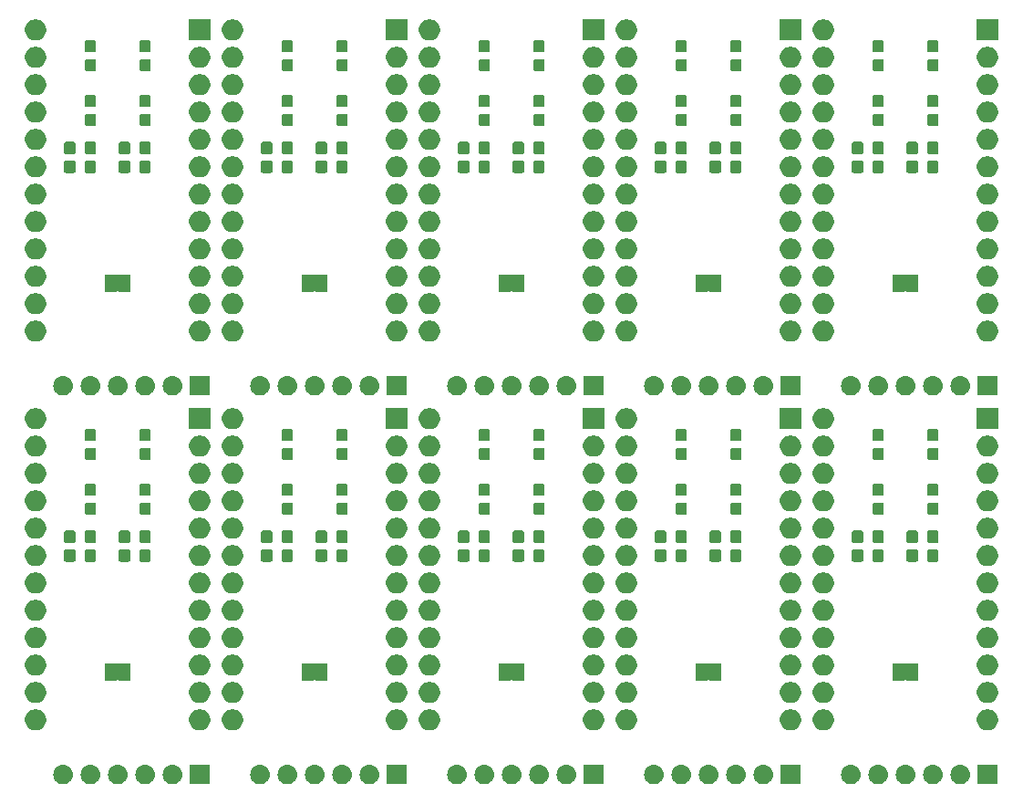
<source format=gts>
%MOIN*%
%OFA0B0*%
%FSLAX46Y46*%
%IPPOS*%
%LPD*%
%ADD10C,0.0039370078740157488*%
%ADD21C,0.0039370078740157488*%
%ADD22C,0.0039370078740157488*%
%ADD23C,0.0039370078740157488*%
%ADD24C,0.0039370078740157488*%
%ADD25C,0.0039370078740157488*%
%ADD26C,0.0039370078740157488*%
%ADD27C,0.0039370078740157488*%
%ADD28C,0.0039370078740157488*%
%ADD29C,0.0039370078740157488*%
D10*
G36*
X0000164348Y0000095215D02*
G01*
X0000166953Y0000094959D01*
X0000173640Y0000092930D01*
X0000179802Y0000089636D01*
X0000181209Y0000088482D01*
X0000185204Y0000085204D01*
X0000188482Y0000081209D01*
X0000189637Y0000079802D01*
X0000192930Y0000073640D01*
X0000194959Y0000066953D01*
X0000195644Y0000059999D01*
X0000194959Y0000053046D01*
X0000192930Y0000046359D01*
X0000189637Y0000040197D01*
X0000188482Y0000038790D01*
X0000185204Y0000034795D01*
X0000181209Y0000031517D01*
X0000179802Y0000030363D01*
X0000173640Y0000027069D01*
X0000166953Y0000025040D01*
X0000164348Y0000024784D01*
X0000161742Y0000024527D01*
X0000158257Y0000024527D01*
X0000155652Y0000024784D01*
X0000153046Y0000025040D01*
X0000146359Y0000027069D01*
X0000140197Y0000030363D01*
X0000138790Y0000031517D01*
X0000134795Y0000034795D01*
X0000131517Y0000038790D01*
X0000130363Y0000040197D01*
X0000127069Y0000046359D01*
X0000125040Y0000053046D01*
X0000124356Y0000059999D01*
X0000125040Y0000066953D01*
X0000127069Y0000073640D01*
X0000130363Y0000079802D01*
X0000131517Y0000081209D01*
X0000134795Y0000085204D01*
X0000138790Y0000088482D01*
X0000140197Y0000089636D01*
X0000146359Y0000092930D01*
X0000153046Y0000094959D01*
X0000155652Y0000095215D01*
X0000158257Y0000095472D01*
X0000161742Y0000095472D01*
X0000164348Y0000095215D01*
X0000164348Y0000095215D01*
G37*
G36*
X0000564348Y0000095215D02*
G01*
X0000566953Y0000094959D01*
X0000573640Y0000092930D01*
X0000579802Y0000089636D01*
X0000581209Y0000088482D01*
X0000585204Y0000085204D01*
X0000588482Y0000081209D01*
X0000589637Y0000079802D01*
X0000592930Y0000073640D01*
X0000594959Y0000066953D01*
X0000595644Y0000059999D01*
X0000594959Y0000053046D01*
X0000592930Y0000046359D01*
X0000589637Y0000040197D01*
X0000588482Y0000038790D01*
X0000585204Y0000034795D01*
X0000581209Y0000031517D01*
X0000579802Y0000030363D01*
X0000573640Y0000027069D01*
X0000566953Y0000025040D01*
X0000564348Y0000024784D01*
X0000561742Y0000024527D01*
X0000558257Y0000024527D01*
X0000555652Y0000024784D01*
X0000553046Y0000025040D01*
X0000546359Y0000027069D01*
X0000540197Y0000030363D01*
X0000538790Y0000031517D01*
X0000534795Y0000034795D01*
X0000531517Y0000038790D01*
X0000530363Y0000040197D01*
X0000527069Y0000046359D01*
X0000525040Y0000053046D01*
X0000524356Y0000059999D01*
X0000525040Y0000066953D01*
X0000527069Y0000073640D01*
X0000530363Y0000079802D01*
X0000531517Y0000081209D01*
X0000534795Y0000085204D01*
X0000538790Y0000088482D01*
X0000540197Y0000089636D01*
X0000546359Y0000092930D01*
X0000553046Y0000094959D01*
X0000555652Y0000095215D01*
X0000558257Y0000095472D01*
X0000561742Y0000095472D01*
X0000564348Y0000095215D01*
X0000564348Y0000095215D01*
G37*
G36*
X0000695472Y0000024527D02*
G01*
X0000624527Y0000024527D01*
X0000624527Y0000095472D01*
X0000695472Y0000095472D01*
X0000695472Y0000024527D01*
X0000695472Y0000024527D01*
G37*
G36*
X0000464348Y0000095215D02*
G01*
X0000466953Y0000094959D01*
X0000473640Y0000092930D01*
X0000479802Y0000089636D01*
X0000481209Y0000088482D01*
X0000485204Y0000085204D01*
X0000488482Y0000081209D01*
X0000489637Y0000079802D01*
X0000492930Y0000073640D01*
X0000494959Y0000066953D01*
X0000495644Y0000059999D01*
X0000494959Y0000053046D01*
X0000492930Y0000046359D01*
X0000489637Y0000040197D01*
X0000488482Y0000038790D01*
X0000485204Y0000034795D01*
X0000481209Y0000031517D01*
X0000479802Y0000030363D01*
X0000473640Y0000027069D01*
X0000466953Y0000025040D01*
X0000464348Y0000024784D01*
X0000461742Y0000024527D01*
X0000458257Y0000024527D01*
X0000455652Y0000024784D01*
X0000453046Y0000025040D01*
X0000446359Y0000027069D01*
X0000440197Y0000030363D01*
X0000438790Y0000031517D01*
X0000434795Y0000034795D01*
X0000431517Y0000038790D01*
X0000430363Y0000040197D01*
X0000427069Y0000046359D01*
X0000425040Y0000053046D01*
X0000424356Y0000059999D01*
X0000425040Y0000066953D01*
X0000427069Y0000073640D01*
X0000430363Y0000079802D01*
X0000431517Y0000081209D01*
X0000434795Y0000085204D01*
X0000438790Y0000088482D01*
X0000440197Y0000089636D01*
X0000446359Y0000092930D01*
X0000453046Y0000094959D01*
X0000455652Y0000095215D01*
X0000458257Y0000095472D01*
X0000461742Y0000095472D01*
X0000464348Y0000095215D01*
X0000464348Y0000095215D01*
G37*
G36*
X0000264348Y0000095215D02*
G01*
X0000266953Y0000094959D01*
X0000273640Y0000092930D01*
X0000279802Y0000089636D01*
X0000281209Y0000088482D01*
X0000285204Y0000085204D01*
X0000288482Y0000081209D01*
X0000289637Y0000079802D01*
X0000292930Y0000073640D01*
X0000294959Y0000066953D01*
X0000295644Y0000059999D01*
X0000294959Y0000053046D01*
X0000292930Y0000046359D01*
X0000289637Y0000040197D01*
X0000288482Y0000038790D01*
X0000285204Y0000034795D01*
X0000281209Y0000031517D01*
X0000279802Y0000030363D01*
X0000273640Y0000027069D01*
X0000266953Y0000025040D01*
X0000264348Y0000024784D01*
X0000261742Y0000024527D01*
X0000258257Y0000024527D01*
X0000255652Y0000024784D01*
X0000253046Y0000025040D01*
X0000246359Y0000027069D01*
X0000240197Y0000030363D01*
X0000238790Y0000031517D01*
X0000234795Y0000034795D01*
X0000231517Y0000038790D01*
X0000230363Y0000040197D01*
X0000227069Y0000046359D01*
X0000225040Y0000053046D01*
X0000224356Y0000059999D01*
X0000225040Y0000066953D01*
X0000227069Y0000073640D01*
X0000230363Y0000079802D01*
X0000231517Y0000081209D01*
X0000234795Y0000085204D01*
X0000238790Y0000088482D01*
X0000240197Y0000089636D01*
X0000246359Y0000092930D01*
X0000253046Y0000094959D01*
X0000255652Y0000095215D01*
X0000258257Y0000095472D01*
X0000261742Y0000095472D01*
X0000264348Y0000095215D01*
X0000264348Y0000095215D01*
G37*
G36*
X0000364348Y0000095215D02*
G01*
X0000366953Y0000094959D01*
X0000373640Y0000092930D01*
X0000379802Y0000089636D01*
X0000381209Y0000088482D01*
X0000385204Y0000085204D01*
X0000388482Y0000081209D01*
X0000389637Y0000079802D01*
X0000392930Y0000073640D01*
X0000394959Y0000066953D01*
X0000395644Y0000059999D01*
X0000394959Y0000053046D01*
X0000392930Y0000046359D01*
X0000389637Y0000040197D01*
X0000388482Y0000038790D01*
X0000385204Y0000034795D01*
X0000381209Y0000031517D01*
X0000379802Y0000030363D01*
X0000373640Y0000027069D01*
X0000366953Y0000025040D01*
X0000364348Y0000024784D01*
X0000361742Y0000024527D01*
X0000358257Y0000024527D01*
X0000355652Y0000024784D01*
X0000353046Y0000025040D01*
X0000346359Y0000027069D01*
X0000340197Y0000030363D01*
X0000338790Y0000031517D01*
X0000334795Y0000034795D01*
X0000331517Y0000038790D01*
X0000330363Y0000040197D01*
X0000327069Y0000046359D01*
X0000325040Y0000053046D01*
X0000324356Y0000059999D01*
X0000325040Y0000066953D01*
X0000327069Y0000073640D01*
X0000330363Y0000079802D01*
X0000331517Y0000081209D01*
X0000334795Y0000085204D01*
X0000338790Y0000088482D01*
X0000340197Y0000089636D01*
X0000346359Y0000092930D01*
X0000353046Y0000094959D01*
X0000355652Y0000095215D01*
X0000358257Y0000095472D01*
X0000361742Y0000095472D01*
X0000364348Y0000095215D01*
X0000364348Y0000095215D01*
G37*
G36*
X0000671378Y0000297508D02*
G01*
X0000671378Y0000297508D01*
X0000671378Y0000297508D01*
X0000678477Y0000294568D01*
X0000684866Y0000290299D01*
X0000690299Y0000284866D01*
X0000694568Y0000278477D01*
X0000697508Y0000271378D01*
X0000699007Y0000263841D01*
X0000699007Y0000256158D01*
X0000697508Y0000248621D01*
X0000694568Y0000241522D01*
X0000690299Y0000235133D01*
X0000684866Y0000229700D01*
X0000678477Y0000225431D01*
X0000671378Y0000222491D01*
X0000671378Y0000222491D01*
X0000671378Y0000222491D01*
X0000663842Y0000220992D01*
X0000656158Y0000220992D01*
X0000648622Y0000222491D01*
X0000648621Y0000222491D01*
X0000648621Y0000222491D01*
X0000641522Y0000225431D01*
X0000635134Y0000229700D01*
X0000629700Y0000235133D01*
X0000625431Y0000241522D01*
X0000622491Y0000248621D01*
X0000620992Y0000256158D01*
X0000620992Y0000263841D01*
X0000622491Y0000271378D01*
X0000625431Y0000278477D01*
X0000629700Y0000284866D01*
X0000635134Y0000290299D01*
X0000641522Y0000294568D01*
X0000648621Y0000297508D01*
X0000648621Y0000297508D01*
X0000648622Y0000297508D01*
X0000656158Y0000299007D01*
X0000663842Y0000299007D01*
X0000671378Y0000297508D01*
X0000671378Y0000297508D01*
G37*
G36*
X0000071378Y0000297508D02*
G01*
X0000071378Y0000297508D01*
X0000071378Y0000297508D01*
X0000078477Y0000294568D01*
X0000084866Y0000290299D01*
X0000090299Y0000284866D01*
X0000094568Y0000278477D01*
X0000097508Y0000271378D01*
X0000099007Y0000263841D01*
X0000099007Y0000256158D01*
X0000097508Y0000248621D01*
X0000094568Y0000241522D01*
X0000090299Y0000235133D01*
X0000084866Y0000229700D01*
X0000078477Y0000225431D01*
X0000071378Y0000222491D01*
X0000071378Y0000222491D01*
X0000071378Y0000222491D01*
X0000063842Y0000220992D01*
X0000056158Y0000220992D01*
X0000048622Y0000222491D01*
X0000048621Y0000222491D01*
X0000048621Y0000222491D01*
X0000041522Y0000225431D01*
X0000035134Y0000229700D01*
X0000029700Y0000235133D01*
X0000025431Y0000241522D01*
X0000022491Y0000248621D01*
X0000020992Y0000256158D01*
X0000020992Y0000263841D01*
X0000022491Y0000271378D01*
X0000025431Y0000278477D01*
X0000029700Y0000284866D01*
X0000035134Y0000290299D01*
X0000041522Y0000294568D01*
X0000048621Y0000297508D01*
X0000048621Y0000297508D01*
X0000048622Y0000297508D01*
X0000056158Y0000299007D01*
X0000063842Y0000299007D01*
X0000071378Y0000297508D01*
X0000071378Y0000297508D01*
G37*
G36*
X0000071378Y0000397508D02*
G01*
X0000071378Y0000397508D01*
X0000071378Y0000397508D01*
X0000078477Y0000394568D01*
X0000084866Y0000390299D01*
X0000090299Y0000384866D01*
X0000094568Y0000378477D01*
X0000097508Y0000371378D01*
X0000099007Y0000363841D01*
X0000099007Y0000356158D01*
X0000097508Y0000348621D01*
X0000094568Y0000341522D01*
X0000090299Y0000335133D01*
X0000084866Y0000329700D01*
X0000078477Y0000325431D01*
X0000071378Y0000322491D01*
X0000071378Y0000322491D01*
X0000071378Y0000322491D01*
X0000063842Y0000320992D01*
X0000056158Y0000320992D01*
X0000048622Y0000322491D01*
X0000048621Y0000322491D01*
X0000048621Y0000322491D01*
X0000041522Y0000325431D01*
X0000035134Y0000329700D01*
X0000029700Y0000335133D01*
X0000025431Y0000341522D01*
X0000022491Y0000348621D01*
X0000020992Y0000356158D01*
X0000020992Y0000363841D01*
X0000022491Y0000371378D01*
X0000025431Y0000378477D01*
X0000029700Y0000384866D01*
X0000035134Y0000390299D01*
X0000041522Y0000394568D01*
X0000048621Y0000397508D01*
X0000048621Y0000397508D01*
X0000048622Y0000397508D01*
X0000056158Y0000399007D01*
X0000063842Y0000399007D01*
X0000071378Y0000397508D01*
X0000071378Y0000397508D01*
G37*
G36*
X0000671378Y0000397508D02*
G01*
X0000671378Y0000397508D01*
X0000671378Y0000397508D01*
X0000678477Y0000394568D01*
X0000684866Y0000390299D01*
X0000690299Y0000384866D01*
X0000694568Y0000378477D01*
X0000697508Y0000371378D01*
X0000699007Y0000363841D01*
X0000699007Y0000356158D01*
X0000697508Y0000348621D01*
X0000694568Y0000341522D01*
X0000690299Y0000335133D01*
X0000684866Y0000329700D01*
X0000678477Y0000325431D01*
X0000671378Y0000322491D01*
X0000671378Y0000322491D01*
X0000671378Y0000322491D01*
X0000663842Y0000320992D01*
X0000656158Y0000320992D01*
X0000648622Y0000322491D01*
X0000648621Y0000322491D01*
X0000648621Y0000322491D01*
X0000641522Y0000325431D01*
X0000635134Y0000329700D01*
X0000629700Y0000335133D01*
X0000625431Y0000341522D01*
X0000622491Y0000348621D01*
X0000620992Y0000356158D01*
X0000620992Y0000363841D01*
X0000622491Y0000371378D01*
X0000625431Y0000378477D01*
X0000629700Y0000384866D01*
X0000635134Y0000390299D01*
X0000641522Y0000394568D01*
X0000648621Y0000397508D01*
X0000648621Y0000397508D01*
X0000648622Y0000397508D01*
X0000656158Y0000399007D01*
X0000663842Y0000399007D01*
X0000671378Y0000397508D01*
X0000671378Y0000397508D01*
G37*
G36*
X0000354488Y0000466506D02*
G01*
X0000354866Y0000466391D01*
X0000355215Y0000466205D01*
X0000355854Y0000465680D01*
X0000356656Y0000465144D01*
X0000357548Y0000464775D01*
X0000358494Y0000464587D01*
X0000359458Y0000464587D01*
X0000360405Y0000464775D01*
X0000361296Y0000465144D01*
X0000362098Y0000465680D01*
X0000362780Y0000466362D01*
X0000362895Y0000466535D01*
X0000407283Y0000466535D01*
X0000407283Y0000403464D01*
X0000362891Y0000403464D01*
X0000362456Y0000403994D01*
X0000361710Y0000404606D01*
X0000360859Y0000405061D01*
X0000359936Y0000405341D01*
X0000358976Y0000405436D01*
X0000358016Y0000405341D01*
X0000357093Y0000405061D01*
X0000355854Y0000404319D01*
X0000355215Y0000403794D01*
X0000354866Y0000403608D01*
X0000354488Y0000403493D01*
X0000353852Y0000403430D01*
X0000314966Y0000403430D01*
X0000314330Y0000403493D01*
X0000313952Y0000403608D01*
X0000313603Y0000403794D01*
X0000313297Y0000404045D01*
X0000313046Y0000404351D01*
X0000312860Y0000404700D01*
X0000312745Y0000405078D01*
X0000312683Y0000405714D01*
X0000312683Y0000464285D01*
X0000312745Y0000464921D01*
X0000312860Y0000465299D01*
X0000313046Y0000465648D01*
X0000313297Y0000465954D01*
X0000313603Y0000466205D01*
X0000313952Y0000466391D01*
X0000314330Y0000466506D01*
X0000314966Y0000466568D01*
X0000353852Y0000466568D01*
X0000354488Y0000466506D01*
X0000354488Y0000466506D01*
G37*
G36*
X0000071378Y0000497508D02*
G01*
X0000071378Y0000497508D01*
X0000071378Y0000497508D01*
X0000078477Y0000494568D01*
X0000084866Y0000490299D01*
X0000090299Y0000484866D01*
X0000094568Y0000478477D01*
X0000097508Y0000471378D01*
X0000097508Y0000471378D01*
X0000099007Y0000463841D01*
X0000099007Y0000456158D01*
X0000097508Y0000448621D01*
X0000094568Y0000441522D01*
X0000090299Y0000435133D01*
X0000084866Y0000429700D01*
X0000078477Y0000425431D01*
X0000071378Y0000422491D01*
X0000071378Y0000422491D01*
X0000071378Y0000422491D01*
X0000063842Y0000420992D01*
X0000056158Y0000420992D01*
X0000048622Y0000422491D01*
X0000048621Y0000422491D01*
X0000048621Y0000422491D01*
X0000041522Y0000425431D01*
X0000035134Y0000429700D01*
X0000029700Y0000435133D01*
X0000025431Y0000441522D01*
X0000022491Y0000448621D01*
X0000020992Y0000456158D01*
X0000020992Y0000463841D01*
X0000022491Y0000471378D01*
X0000022491Y0000471378D01*
X0000025431Y0000478477D01*
X0000029700Y0000484866D01*
X0000035134Y0000490299D01*
X0000041522Y0000494568D01*
X0000048621Y0000497508D01*
X0000048621Y0000497508D01*
X0000048622Y0000497508D01*
X0000056158Y0000499007D01*
X0000063842Y0000499007D01*
X0000071378Y0000497508D01*
X0000071378Y0000497508D01*
G37*
G36*
X0000671378Y0000497508D02*
G01*
X0000671378Y0000497508D01*
X0000671378Y0000497508D01*
X0000678477Y0000494568D01*
X0000684866Y0000490299D01*
X0000690299Y0000484866D01*
X0000694568Y0000478477D01*
X0000697508Y0000471378D01*
X0000697508Y0000471378D01*
X0000699007Y0000463841D01*
X0000699007Y0000456158D01*
X0000697508Y0000448621D01*
X0000694568Y0000441522D01*
X0000690299Y0000435133D01*
X0000684866Y0000429700D01*
X0000678477Y0000425431D01*
X0000671378Y0000422491D01*
X0000671378Y0000422491D01*
X0000671378Y0000422491D01*
X0000663842Y0000420992D01*
X0000656158Y0000420992D01*
X0000648622Y0000422491D01*
X0000648621Y0000422491D01*
X0000648621Y0000422491D01*
X0000641522Y0000425431D01*
X0000635134Y0000429700D01*
X0000629700Y0000435133D01*
X0000625431Y0000441522D01*
X0000622491Y0000448621D01*
X0000620992Y0000456158D01*
X0000620992Y0000463841D01*
X0000622491Y0000471378D01*
X0000622491Y0000471378D01*
X0000625431Y0000478477D01*
X0000629700Y0000484866D01*
X0000635134Y0000490299D01*
X0000641522Y0000494568D01*
X0000648621Y0000497508D01*
X0000648621Y0000497508D01*
X0000648622Y0000497508D01*
X0000656158Y0000499007D01*
X0000663842Y0000499007D01*
X0000671378Y0000497508D01*
X0000671378Y0000497508D01*
G37*
G36*
X0000671378Y0000597508D02*
G01*
X0000671378Y0000597508D01*
X0000671378Y0000597508D01*
X0000678477Y0000594568D01*
X0000684866Y0000590299D01*
X0000690299Y0000584866D01*
X0000694568Y0000578477D01*
X0000697508Y0000571378D01*
X0000699007Y0000563841D01*
X0000699007Y0000556158D01*
X0000697508Y0000548621D01*
X0000694568Y0000541522D01*
X0000690299Y0000535133D01*
X0000684866Y0000529700D01*
X0000678477Y0000525431D01*
X0000671378Y0000522491D01*
X0000671378Y0000522491D01*
X0000671378Y0000522491D01*
X0000663842Y0000520992D01*
X0000656158Y0000520992D01*
X0000648622Y0000522491D01*
X0000648621Y0000522491D01*
X0000648621Y0000522491D01*
X0000641522Y0000525431D01*
X0000635134Y0000529700D01*
X0000629700Y0000535133D01*
X0000625431Y0000541522D01*
X0000622491Y0000548621D01*
X0000620992Y0000556158D01*
X0000620992Y0000563841D01*
X0000622491Y0000571378D01*
X0000625431Y0000578477D01*
X0000629700Y0000584866D01*
X0000635134Y0000590299D01*
X0000641522Y0000594568D01*
X0000648621Y0000597508D01*
X0000648621Y0000597508D01*
X0000648622Y0000597508D01*
X0000656158Y0000599007D01*
X0000663842Y0000599007D01*
X0000671378Y0000597508D01*
X0000671378Y0000597508D01*
G37*
G36*
X0000071378Y0000597508D02*
G01*
X0000071378Y0000597508D01*
X0000071378Y0000597508D01*
X0000078477Y0000594568D01*
X0000084866Y0000590299D01*
X0000090299Y0000584866D01*
X0000094568Y0000578477D01*
X0000097508Y0000571378D01*
X0000099007Y0000563841D01*
X0000099007Y0000556158D01*
X0000097508Y0000548621D01*
X0000094568Y0000541522D01*
X0000090299Y0000535133D01*
X0000084866Y0000529700D01*
X0000078477Y0000525431D01*
X0000071378Y0000522491D01*
X0000071378Y0000522491D01*
X0000071378Y0000522491D01*
X0000063842Y0000520992D01*
X0000056158Y0000520992D01*
X0000048622Y0000522491D01*
X0000048621Y0000522491D01*
X0000048621Y0000522491D01*
X0000041522Y0000525431D01*
X0000035134Y0000529700D01*
X0000029700Y0000535133D01*
X0000025431Y0000541522D01*
X0000022491Y0000548621D01*
X0000020992Y0000556158D01*
X0000020992Y0000563841D01*
X0000022491Y0000571378D01*
X0000025431Y0000578477D01*
X0000029700Y0000584866D01*
X0000035134Y0000590299D01*
X0000041522Y0000594568D01*
X0000048621Y0000597508D01*
X0000048621Y0000597508D01*
X0000048622Y0000597508D01*
X0000056158Y0000599007D01*
X0000063842Y0000599007D01*
X0000071378Y0000597508D01*
X0000071378Y0000597508D01*
G37*
G36*
X0000071378Y0000697508D02*
G01*
X0000071378Y0000697508D01*
X0000071378Y0000697508D01*
X0000078477Y0000694568D01*
X0000084866Y0000690299D01*
X0000090299Y0000684866D01*
X0000094568Y0000678477D01*
X0000097508Y0000671378D01*
X0000099007Y0000663841D01*
X0000099007Y0000656158D01*
X0000097508Y0000648621D01*
X0000094568Y0000641522D01*
X0000090299Y0000635133D01*
X0000084866Y0000629700D01*
X0000078477Y0000625431D01*
X0000071378Y0000622491D01*
X0000071378Y0000622491D01*
X0000071378Y0000622491D01*
X0000063842Y0000620992D01*
X0000056158Y0000620992D01*
X0000048622Y0000622491D01*
X0000048621Y0000622491D01*
X0000048621Y0000622491D01*
X0000041522Y0000625431D01*
X0000035134Y0000629700D01*
X0000029700Y0000635133D01*
X0000025431Y0000641522D01*
X0000022491Y0000648621D01*
X0000020992Y0000656158D01*
X0000020992Y0000663841D01*
X0000022491Y0000671378D01*
X0000025431Y0000678477D01*
X0000029700Y0000684866D01*
X0000035134Y0000690299D01*
X0000041522Y0000694568D01*
X0000048621Y0000697508D01*
X0000048621Y0000697508D01*
X0000048622Y0000697508D01*
X0000056158Y0000699007D01*
X0000063842Y0000699007D01*
X0000071378Y0000697508D01*
X0000071378Y0000697508D01*
G37*
G36*
X0000671378Y0000697508D02*
G01*
X0000671378Y0000697508D01*
X0000671378Y0000697508D01*
X0000678477Y0000694568D01*
X0000684866Y0000690299D01*
X0000690299Y0000684866D01*
X0000694568Y0000678477D01*
X0000697508Y0000671378D01*
X0000699007Y0000663841D01*
X0000699007Y0000656158D01*
X0000697508Y0000648621D01*
X0000694568Y0000641522D01*
X0000690299Y0000635133D01*
X0000684866Y0000629700D01*
X0000678477Y0000625431D01*
X0000671378Y0000622491D01*
X0000671378Y0000622491D01*
X0000671378Y0000622491D01*
X0000663842Y0000620992D01*
X0000656158Y0000620992D01*
X0000648622Y0000622491D01*
X0000648621Y0000622491D01*
X0000648621Y0000622491D01*
X0000641522Y0000625431D01*
X0000635134Y0000629700D01*
X0000629700Y0000635133D01*
X0000625431Y0000641522D01*
X0000622491Y0000648621D01*
X0000620992Y0000656158D01*
X0000620992Y0000663841D01*
X0000622491Y0000671378D01*
X0000625431Y0000678477D01*
X0000629700Y0000684866D01*
X0000635134Y0000690299D01*
X0000641522Y0000694568D01*
X0000648621Y0000697508D01*
X0000648621Y0000697508D01*
X0000648622Y0000697508D01*
X0000656158Y0000699007D01*
X0000663842Y0000699007D01*
X0000671378Y0000697508D01*
X0000671378Y0000697508D01*
G37*
G36*
X0000671378Y0000797508D02*
G01*
X0000671378Y0000797508D01*
X0000671378Y0000797508D01*
X0000678477Y0000794568D01*
X0000684866Y0000790299D01*
X0000690299Y0000784866D01*
X0000694568Y0000778477D01*
X0000697508Y0000771378D01*
X0000699007Y0000763841D01*
X0000699007Y0000756158D01*
X0000697508Y0000748621D01*
X0000694568Y0000741522D01*
X0000690299Y0000735133D01*
X0000684866Y0000729700D01*
X0000678477Y0000725431D01*
X0000671378Y0000722491D01*
X0000671378Y0000722491D01*
X0000671378Y0000722491D01*
X0000663842Y0000720992D01*
X0000656158Y0000720992D01*
X0000648622Y0000722491D01*
X0000648621Y0000722491D01*
X0000648621Y0000722491D01*
X0000641522Y0000725431D01*
X0000635134Y0000729700D01*
X0000629700Y0000735133D01*
X0000625431Y0000741522D01*
X0000622491Y0000748621D01*
X0000620992Y0000756158D01*
X0000620992Y0000763841D01*
X0000622491Y0000771378D01*
X0000625431Y0000778477D01*
X0000629700Y0000784866D01*
X0000635134Y0000790299D01*
X0000641522Y0000794568D01*
X0000648621Y0000797508D01*
X0000648621Y0000797508D01*
X0000648622Y0000797508D01*
X0000656158Y0000799007D01*
X0000663842Y0000799007D01*
X0000671378Y0000797508D01*
X0000671378Y0000797508D01*
G37*
G36*
X0000071378Y0000797508D02*
G01*
X0000071378Y0000797508D01*
X0000071378Y0000797508D01*
X0000078477Y0000794568D01*
X0000084866Y0000790299D01*
X0000090299Y0000784866D01*
X0000094568Y0000778477D01*
X0000097508Y0000771378D01*
X0000099007Y0000763841D01*
X0000099007Y0000756158D01*
X0000097508Y0000748621D01*
X0000094568Y0000741522D01*
X0000090299Y0000735133D01*
X0000084866Y0000729700D01*
X0000078477Y0000725431D01*
X0000071378Y0000722491D01*
X0000071378Y0000722491D01*
X0000071378Y0000722491D01*
X0000063842Y0000720992D01*
X0000056158Y0000720992D01*
X0000048622Y0000722491D01*
X0000048621Y0000722491D01*
X0000048621Y0000722491D01*
X0000041522Y0000725431D01*
X0000035134Y0000729700D01*
X0000029700Y0000735133D01*
X0000025431Y0000741522D01*
X0000022491Y0000748621D01*
X0000020992Y0000756158D01*
X0000020992Y0000763841D01*
X0000022491Y0000771378D01*
X0000025431Y0000778477D01*
X0000029700Y0000784866D01*
X0000035134Y0000790299D01*
X0000041522Y0000794568D01*
X0000048621Y0000797508D01*
X0000048621Y0000797508D01*
X0000048622Y0000797508D01*
X0000056158Y0000799007D01*
X0000063842Y0000799007D01*
X0000071378Y0000797508D01*
X0000071378Y0000797508D01*
G37*
G36*
X0000671378Y0000897508D02*
G01*
X0000671378Y0000897508D01*
X0000671378Y0000897508D01*
X0000678477Y0000894568D01*
X0000684866Y0000890299D01*
X0000690299Y0000884866D01*
X0000694568Y0000878477D01*
X0000697508Y0000871378D01*
X0000699007Y0000863841D01*
X0000699007Y0000856158D01*
X0000697508Y0000848621D01*
X0000694568Y0000841522D01*
X0000690299Y0000835133D01*
X0000684866Y0000829700D01*
X0000678477Y0000825431D01*
X0000671378Y0000822491D01*
X0000671378Y0000822491D01*
X0000671378Y0000822491D01*
X0000663842Y0000820992D01*
X0000656158Y0000820992D01*
X0000648622Y0000822491D01*
X0000648621Y0000822491D01*
X0000648621Y0000822491D01*
X0000641522Y0000825431D01*
X0000635134Y0000829700D01*
X0000629700Y0000835133D01*
X0000625431Y0000841522D01*
X0000622491Y0000848621D01*
X0000620992Y0000856158D01*
X0000620992Y0000863841D01*
X0000622491Y0000871378D01*
X0000625431Y0000878477D01*
X0000629700Y0000884866D01*
X0000635134Y0000890299D01*
X0000641522Y0000894568D01*
X0000648621Y0000897508D01*
X0000648621Y0000897508D01*
X0000648622Y0000897508D01*
X0000656158Y0000899007D01*
X0000663842Y0000899007D01*
X0000671378Y0000897508D01*
X0000671378Y0000897508D01*
G37*
G36*
X0000071378Y0000897508D02*
G01*
X0000071378Y0000897508D01*
X0000071378Y0000897508D01*
X0000078477Y0000894568D01*
X0000084866Y0000890299D01*
X0000090299Y0000884866D01*
X0000094568Y0000878477D01*
X0000097508Y0000871378D01*
X0000099007Y0000863841D01*
X0000099007Y0000856158D01*
X0000097508Y0000848621D01*
X0000094568Y0000841522D01*
X0000090299Y0000835133D01*
X0000084866Y0000829700D01*
X0000078477Y0000825431D01*
X0000071378Y0000822491D01*
X0000071378Y0000822491D01*
X0000071378Y0000822491D01*
X0000063842Y0000820992D01*
X0000056158Y0000820992D01*
X0000048622Y0000822491D01*
X0000048621Y0000822491D01*
X0000048621Y0000822491D01*
X0000041522Y0000825431D01*
X0000035134Y0000829700D01*
X0000029700Y0000835133D01*
X0000025431Y0000841522D01*
X0000022491Y0000848621D01*
X0000020992Y0000856158D01*
X0000020992Y0000863841D01*
X0000022491Y0000871378D01*
X0000025431Y0000878477D01*
X0000029700Y0000884866D01*
X0000035134Y0000890299D01*
X0000041522Y0000894568D01*
X0000048621Y0000897508D01*
X0000048621Y0000897508D01*
X0000048622Y0000897508D01*
X0000056158Y0000899007D01*
X0000063842Y0000899007D01*
X0000071378Y0000897508D01*
X0000071378Y0000897508D01*
G37*
G36*
X0000199350Y0000882502D02*
G01*
X0000200826Y0000882054D01*
X0000202187Y0000881327D01*
X0000203379Y0000880348D01*
X0000204358Y0000879155D01*
X0000205085Y0000877795D01*
X0000205533Y0000876318D01*
X0000205708Y0000874541D01*
X0000205708Y0000845458D01*
X0000205533Y0000843681D01*
X0000205085Y0000842204D01*
X0000204358Y0000840844D01*
X0000203379Y0000839651D01*
X0000202187Y0000838672D01*
X0000200826Y0000837945D01*
X0000199350Y0000837497D01*
X0000197573Y0000837322D01*
X0000172426Y0000837322D01*
X0000170649Y0000837497D01*
X0000169173Y0000837945D01*
X0000167812Y0000838672D01*
X0000166620Y0000839651D01*
X0000165641Y0000840844D01*
X0000164914Y0000842204D01*
X0000164466Y0000843681D01*
X0000164291Y0000845458D01*
X0000164291Y0000874541D01*
X0000164466Y0000876318D01*
X0000164914Y0000877795D01*
X0000165641Y0000879155D01*
X0000166620Y0000880348D01*
X0000167812Y0000881327D01*
X0000169173Y0000882054D01*
X0000170649Y0000882502D01*
X0000172426Y0000882677D01*
X0000197573Y0000882677D01*
X0000199350Y0000882502D01*
X0000199350Y0000882502D01*
G37*
G36*
X0000399350Y0000882502D02*
G01*
X0000400826Y0000882054D01*
X0000402187Y0000881327D01*
X0000403379Y0000880348D01*
X0000404358Y0000879155D01*
X0000405085Y0000877795D01*
X0000405533Y0000876318D01*
X0000405708Y0000874541D01*
X0000405708Y0000845458D01*
X0000405533Y0000843681D01*
X0000405085Y0000842204D01*
X0000404358Y0000840844D01*
X0000403379Y0000839651D01*
X0000402187Y0000838672D01*
X0000400826Y0000837945D01*
X0000399350Y0000837497D01*
X0000397573Y0000837322D01*
X0000372426Y0000837322D01*
X0000370649Y0000837497D01*
X0000369173Y0000837945D01*
X0000367812Y0000838672D01*
X0000366620Y0000839651D01*
X0000365641Y0000840844D01*
X0000364914Y0000842204D01*
X0000364466Y0000843681D01*
X0000364291Y0000845458D01*
X0000364291Y0000874541D01*
X0000364466Y0000876318D01*
X0000364914Y0000877795D01*
X0000365641Y0000879155D01*
X0000366620Y0000880348D01*
X0000367812Y0000881327D01*
X0000369173Y0000882054D01*
X0000370649Y0000882502D01*
X0000372426Y0000882677D01*
X0000397573Y0000882677D01*
X0000399350Y0000882502D01*
X0000399350Y0000882502D01*
G37*
G36*
X0000474350Y0000882502D02*
G01*
X0000475826Y0000882054D01*
X0000477187Y0000881327D01*
X0000478379Y0000880348D01*
X0000479358Y0000879155D01*
X0000480085Y0000877795D01*
X0000480533Y0000876318D01*
X0000480708Y0000874541D01*
X0000480708Y0000845458D01*
X0000480533Y0000843681D01*
X0000480085Y0000842204D01*
X0000479358Y0000840844D01*
X0000478379Y0000839651D01*
X0000477187Y0000838672D01*
X0000475826Y0000837945D01*
X0000474350Y0000837497D01*
X0000472573Y0000837322D01*
X0000447426Y0000837322D01*
X0000445649Y0000837497D01*
X0000444173Y0000837945D01*
X0000442812Y0000838672D01*
X0000441620Y0000839651D01*
X0000440641Y0000840844D01*
X0000439914Y0000842204D01*
X0000439466Y0000843681D01*
X0000439291Y0000845458D01*
X0000439291Y0000874541D01*
X0000439466Y0000876318D01*
X0000439914Y0000877795D01*
X0000440641Y0000879155D01*
X0000441620Y0000880348D01*
X0000442812Y0000881327D01*
X0000444173Y0000882054D01*
X0000445649Y0000882502D01*
X0000447426Y0000882677D01*
X0000472573Y0000882677D01*
X0000474350Y0000882502D01*
X0000474350Y0000882502D01*
G37*
G36*
X0000274350Y0000882502D02*
G01*
X0000275826Y0000882054D01*
X0000277187Y0000881327D01*
X0000278379Y0000880348D01*
X0000279358Y0000879155D01*
X0000280085Y0000877795D01*
X0000280533Y0000876318D01*
X0000280708Y0000874541D01*
X0000280708Y0000845458D01*
X0000280533Y0000843681D01*
X0000280085Y0000842204D01*
X0000279358Y0000840844D01*
X0000278379Y0000839651D01*
X0000277187Y0000838672D01*
X0000275826Y0000837945D01*
X0000274350Y0000837497D01*
X0000272573Y0000837322D01*
X0000247426Y0000837322D01*
X0000245649Y0000837497D01*
X0000244173Y0000837945D01*
X0000242812Y0000838672D01*
X0000241620Y0000839651D01*
X0000240641Y0000840844D01*
X0000239914Y0000842204D01*
X0000239466Y0000843681D01*
X0000239291Y0000845458D01*
X0000239291Y0000874541D01*
X0000239466Y0000876318D01*
X0000239914Y0000877795D01*
X0000240641Y0000879155D01*
X0000241620Y0000880348D01*
X0000242812Y0000881327D01*
X0000244173Y0000882054D01*
X0000245649Y0000882502D01*
X0000247426Y0000882677D01*
X0000272573Y0000882677D01*
X0000274350Y0000882502D01*
X0000274350Y0000882502D01*
G37*
G36*
X0000274350Y0000951399D02*
G01*
X0000275826Y0000950951D01*
X0000277187Y0000950224D01*
X0000278379Y0000949245D01*
X0000279358Y0000948053D01*
X0000280085Y0000946692D01*
X0000280533Y0000945216D01*
X0000280708Y0000943439D01*
X0000280708Y0000914355D01*
X0000280533Y0000912578D01*
X0000280085Y0000911102D01*
X0000279358Y0000909741D01*
X0000278379Y0000908549D01*
X0000277187Y0000907570D01*
X0000275826Y0000906843D01*
X0000274350Y0000906395D01*
X0000272573Y0000906220D01*
X0000247426Y0000906220D01*
X0000245649Y0000906395D01*
X0000244173Y0000906843D01*
X0000242812Y0000907570D01*
X0000241620Y0000908549D01*
X0000240641Y0000909741D01*
X0000239914Y0000911102D01*
X0000239466Y0000912578D01*
X0000239291Y0000914355D01*
X0000239291Y0000943439D01*
X0000239466Y0000945216D01*
X0000239914Y0000946692D01*
X0000240641Y0000948053D01*
X0000241620Y0000949245D01*
X0000242812Y0000950224D01*
X0000244173Y0000950951D01*
X0000245649Y0000951399D01*
X0000247426Y0000951574D01*
X0000272573Y0000951574D01*
X0000274350Y0000951399D01*
X0000274350Y0000951399D01*
G37*
G36*
X0000399350Y0000951399D02*
G01*
X0000400826Y0000950951D01*
X0000402187Y0000950224D01*
X0000403379Y0000949245D01*
X0000404358Y0000948053D01*
X0000405085Y0000946692D01*
X0000405533Y0000945216D01*
X0000405708Y0000943439D01*
X0000405708Y0000914355D01*
X0000405533Y0000912578D01*
X0000405085Y0000911102D01*
X0000404358Y0000909741D01*
X0000403379Y0000908549D01*
X0000402187Y0000907570D01*
X0000400826Y0000906843D01*
X0000399350Y0000906395D01*
X0000397573Y0000906220D01*
X0000372426Y0000906220D01*
X0000370649Y0000906395D01*
X0000369173Y0000906843D01*
X0000367812Y0000907570D01*
X0000366620Y0000908549D01*
X0000365641Y0000909741D01*
X0000364914Y0000911102D01*
X0000364466Y0000912578D01*
X0000364291Y0000914355D01*
X0000364291Y0000943439D01*
X0000364466Y0000945216D01*
X0000364914Y0000946692D01*
X0000365641Y0000948053D01*
X0000366620Y0000949245D01*
X0000367812Y0000950224D01*
X0000369173Y0000950951D01*
X0000370649Y0000951399D01*
X0000372426Y0000951574D01*
X0000397573Y0000951574D01*
X0000399350Y0000951399D01*
X0000399350Y0000951399D01*
G37*
G36*
X0000474350Y0000951399D02*
G01*
X0000475826Y0000950951D01*
X0000477187Y0000950224D01*
X0000478379Y0000949245D01*
X0000479358Y0000948053D01*
X0000480085Y0000946692D01*
X0000480533Y0000945216D01*
X0000480708Y0000943439D01*
X0000480708Y0000914355D01*
X0000480533Y0000912578D01*
X0000480085Y0000911102D01*
X0000479358Y0000909741D01*
X0000478379Y0000908549D01*
X0000477187Y0000907570D01*
X0000475826Y0000906843D01*
X0000474350Y0000906395D01*
X0000472573Y0000906220D01*
X0000447426Y0000906220D01*
X0000445649Y0000906395D01*
X0000444173Y0000906843D01*
X0000442812Y0000907570D01*
X0000441620Y0000908549D01*
X0000440641Y0000909741D01*
X0000439914Y0000911102D01*
X0000439466Y0000912578D01*
X0000439291Y0000914355D01*
X0000439291Y0000943439D01*
X0000439466Y0000945216D01*
X0000439914Y0000946692D01*
X0000440641Y0000948053D01*
X0000441620Y0000949245D01*
X0000442812Y0000950224D01*
X0000444173Y0000950951D01*
X0000445649Y0000951399D01*
X0000447426Y0000951574D01*
X0000472573Y0000951574D01*
X0000474350Y0000951399D01*
X0000474350Y0000951399D01*
G37*
G36*
X0000199350Y0000951399D02*
G01*
X0000200826Y0000950951D01*
X0000202187Y0000950224D01*
X0000203379Y0000949245D01*
X0000204358Y0000948053D01*
X0000205085Y0000946692D01*
X0000205533Y0000945216D01*
X0000205708Y0000943439D01*
X0000205708Y0000914355D01*
X0000205533Y0000912578D01*
X0000205085Y0000911102D01*
X0000204358Y0000909741D01*
X0000203379Y0000908549D01*
X0000202187Y0000907570D01*
X0000200826Y0000906843D01*
X0000199350Y0000906395D01*
X0000197573Y0000906220D01*
X0000172426Y0000906220D01*
X0000170649Y0000906395D01*
X0000169173Y0000906843D01*
X0000167812Y0000907570D01*
X0000166620Y0000908549D01*
X0000165641Y0000909741D01*
X0000164914Y0000911102D01*
X0000164466Y0000912578D01*
X0000164291Y0000914355D01*
X0000164291Y0000943439D01*
X0000164466Y0000945216D01*
X0000164914Y0000946692D01*
X0000165641Y0000948053D01*
X0000166620Y0000949245D01*
X0000167812Y0000950224D01*
X0000169173Y0000950951D01*
X0000170649Y0000951399D01*
X0000172426Y0000951574D01*
X0000197573Y0000951574D01*
X0000199350Y0000951399D01*
X0000199350Y0000951399D01*
G37*
G36*
X0000671378Y0000997508D02*
G01*
X0000671378Y0000997508D01*
X0000671378Y0000997508D01*
X0000678477Y0000994568D01*
X0000684866Y0000990299D01*
X0000690299Y0000984866D01*
X0000694568Y0000978477D01*
X0000697508Y0000971378D01*
X0000697508Y0000971378D01*
X0000699007Y0000963841D01*
X0000699007Y0000956157D01*
X0000697633Y0000949245D01*
X0000697508Y0000948621D01*
X0000694568Y0000941522D01*
X0000690299Y0000935133D01*
X0000684866Y0000929700D01*
X0000678477Y0000925431D01*
X0000671378Y0000922491D01*
X0000671378Y0000922491D01*
X0000671378Y0000922491D01*
X0000663842Y0000920992D01*
X0000656158Y0000920992D01*
X0000648622Y0000922491D01*
X0000648621Y0000922491D01*
X0000648621Y0000922491D01*
X0000641522Y0000925431D01*
X0000635134Y0000929700D01*
X0000629700Y0000935133D01*
X0000625431Y0000941522D01*
X0000622491Y0000948621D01*
X0000622367Y0000949245D01*
X0000620992Y0000956157D01*
X0000620992Y0000963841D01*
X0000622491Y0000971378D01*
X0000622491Y0000971378D01*
X0000625431Y0000978477D01*
X0000629700Y0000984866D01*
X0000635134Y0000990299D01*
X0000641522Y0000994568D01*
X0000648621Y0000997508D01*
X0000648621Y0000997508D01*
X0000648622Y0000997508D01*
X0000656158Y0000999007D01*
X0000663842Y0000999007D01*
X0000671378Y0000997508D01*
X0000671378Y0000997508D01*
G37*
G36*
X0000071378Y0000997508D02*
G01*
X0000071378Y0000997508D01*
X0000071378Y0000997508D01*
X0000078477Y0000994568D01*
X0000084866Y0000990299D01*
X0000090299Y0000984866D01*
X0000094568Y0000978477D01*
X0000097508Y0000971378D01*
X0000097508Y0000971378D01*
X0000099007Y0000963841D01*
X0000099007Y0000956157D01*
X0000097633Y0000949245D01*
X0000097508Y0000948621D01*
X0000094568Y0000941522D01*
X0000090299Y0000935133D01*
X0000084866Y0000929700D01*
X0000078477Y0000925431D01*
X0000071378Y0000922491D01*
X0000071378Y0000922491D01*
X0000071378Y0000922491D01*
X0000063842Y0000920992D01*
X0000056158Y0000920992D01*
X0000048622Y0000922491D01*
X0000048621Y0000922491D01*
X0000048621Y0000922491D01*
X0000041522Y0000925431D01*
X0000035134Y0000929700D01*
X0000029700Y0000935133D01*
X0000025431Y0000941522D01*
X0000022491Y0000948621D01*
X0000022367Y0000949245D01*
X0000020992Y0000956157D01*
X0000020992Y0000963841D01*
X0000022491Y0000971378D01*
X0000022491Y0000971378D01*
X0000025431Y0000978477D01*
X0000029700Y0000984866D01*
X0000035134Y0000990299D01*
X0000041522Y0000994568D01*
X0000048621Y0000997508D01*
X0000048621Y0000997508D01*
X0000048622Y0000997508D01*
X0000056158Y0000999007D01*
X0000063842Y0000999007D01*
X0000071378Y0000997508D01*
X0000071378Y0000997508D01*
G37*
G36*
X0000474350Y0001054057D02*
G01*
X0000475826Y0001053609D01*
X0000477187Y0001052882D01*
X0000478379Y0001051903D01*
X0000479358Y0001050710D01*
X0000480085Y0001049350D01*
X0000480533Y0001047873D01*
X0000480708Y0001046096D01*
X0000480708Y0001017013D01*
X0000480533Y0001015236D01*
X0000480085Y0001013760D01*
X0000479358Y0001012399D01*
X0000478379Y0001011206D01*
X0000477187Y0001010227D01*
X0000475826Y0001009500D01*
X0000474350Y0001009052D01*
X0000472573Y0001008877D01*
X0000447426Y0001008877D01*
X0000445649Y0001009052D01*
X0000444173Y0001009500D01*
X0000442812Y0001010227D01*
X0000441620Y0001011206D01*
X0000440641Y0001012399D01*
X0000439914Y0001013760D01*
X0000439466Y0001015236D01*
X0000439291Y0001017013D01*
X0000439291Y0001046096D01*
X0000439466Y0001047873D01*
X0000439914Y0001049350D01*
X0000440641Y0001050710D01*
X0000441620Y0001051903D01*
X0000442812Y0001052882D01*
X0000444173Y0001053609D01*
X0000445649Y0001054057D01*
X0000447426Y0001054232D01*
X0000472573Y0001054232D01*
X0000474350Y0001054057D01*
X0000474350Y0001054057D01*
G37*
G36*
X0000274350Y0001054057D02*
G01*
X0000275826Y0001053609D01*
X0000277187Y0001052882D01*
X0000278379Y0001051903D01*
X0000279358Y0001050710D01*
X0000280085Y0001049350D01*
X0000280533Y0001047873D01*
X0000280708Y0001046096D01*
X0000280708Y0001017013D01*
X0000280533Y0001015236D01*
X0000280085Y0001013760D01*
X0000279358Y0001012399D01*
X0000278379Y0001011206D01*
X0000277187Y0001010227D01*
X0000275826Y0001009500D01*
X0000274350Y0001009052D01*
X0000272573Y0001008877D01*
X0000247426Y0001008877D01*
X0000245649Y0001009052D01*
X0000244173Y0001009500D01*
X0000242812Y0001010227D01*
X0000241620Y0001011206D01*
X0000240641Y0001012399D01*
X0000239914Y0001013760D01*
X0000239466Y0001015236D01*
X0000239291Y0001017013D01*
X0000239291Y0001046096D01*
X0000239466Y0001047873D01*
X0000239914Y0001049350D01*
X0000240641Y0001050710D01*
X0000241620Y0001051903D01*
X0000242812Y0001052882D01*
X0000244173Y0001053609D01*
X0000245649Y0001054057D01*
X0000247426Y0001054232D01*
X0000272573Y0001054232D01*
X0000274350Y0001054057D01*
X0000274350Y0001054057D01*
G37*
G36*
X0000671378Y0001097508D02*
G01*
X0000671378Y0001097508D01*
X0000671378Y0001097508D01*
X0000678477Y0001094568D01*
X0000684866Y0001090299D01*
X0000690299Y0001084866D01*
X0000694568Y0001078477D01*
X0000697508Y0001071378D01*
X0000697508Y0001071378D01*
X0000699007Y0001063841D01*
X0000699007Y0001056157D01*
X0000697709Y0001049630D01*
X0000697508Y0001048621D01*
X0000694568Y0001041522D01*
X0000690299Y0001035133D01*
X0000684866Y0001029700D01*
X0000678477Y0001025431D01*
X0000671378Y0001022491D01*
X0000671378Y0001022491D01*
X0000671378Y0001022491D01*
X0000663842Y0001020992D01*
X0000656158Y0001020992D01*
X0000648622Y0001022491D01*
X0000648621Y0001022491D01*
X0000648621Y0001022491D01*
X0000641522Y0001025431D01*
X0000635134Y0001029700D01*
X0000629700Y0001035133D01*
X0000625431Y0001041522D01*
X0000622491Y0001048621D01*
X0000622290Y0001049630D01*
X0000620992Y0001056157D01*
X0000620992Y0001063841D01*
X0000622491Y0001071378D01*
X0000622491Y0001071378D01*
X0000625431Y0001078477D01*
X0000629700Y0001084866D01*
X0000635134Y0001090299D01*
X0000641522Y0001094568D01*
X0000648621Y0001097508D01*
X0000648621Y0001097508D01*
X0000648622Y0001097508D01*
X0000656158Y0001099007D01*
X0000663842Y0001099007D01*
X0000671378Y0001097508D01*
X0000671378Y0001097508D01*
G37*
G36*
X0000071378Y0001097508D02*
G01*
X0000071378Y0001097508D01*
X0000071378Y0001097508D01*
X0000078477Y0001094568D01*
X0000084866Y0001090299D01*
X0000090299Y0001084866D01*
X0000094568Y0001078477D01*
X0000097508Y0001071378D01*
X0000097508Y0001071378D01*
X0000099007Y0001063841D01*
X0000099007Y0001056157D01*
X0000097709Y0001049630D01*
X0000097508Y0001048621D01*
X0000094568Y0001041522D01*
X0000090299Y0001035133D01*
X0000084866Y0001029700D01*
X0000078477Y0001025431D01*
X0000071378Y0001022491D01*
X0000071378Y0001022491D01*
X0000071378Y0001022491D01*
X0000063842Y0001020992D01*
X0000056158Y0001020992D01*
X0000048622Y0001022491D01*
X0000048621Y0001022491D01*
X0000048621Y0001022491D01*
X0000041522Y0001025431D01*
X0000035134Y0001029700D01*
X0000029700Y0001035133D01*
X0000025431Y0001041522D01*
X0000022491Y0001048621D01*
X0000022290Y0001049630D01*
X0000020992Y0001056157D01*
X0000020992Y0001063841D01*
X0000022491Y0001071378D01*
X0000022491Y0001071378D01*
X0000025431Y0001078477D01*
X0000029700Y0001084866D01*
X0000035134Y0001090299D01*
X0000041522Y0001094568D01*
X0000048621Y0001097508D01*
X0000048621Y0001097508D01*
X0000048622Y0001097508D01*
X0000056158Y0001099007D01*
X0000063842Y0001099007D01*
X0000071378Y0001097508D01*
X0000071378Y0001097508D01*
G37*
G36*
X0000274350Y0001122954D02*
G01*
X0000275826Y0001122507D01*
X0000277187Y0001121779D01*
X0000278379Y0001120801D01*
X0000279358Y0001119608D01*
X0000280085Y0001118247D01*
X0000280533Y0001116771D01*
X0000280708Y0001114994D01*
X0000280708Y0001085910D01*
X0000280533Y0001084133D01*
X0000280085Y0001082657D01*
X0000279358Y0001081297D01*
X0000278379Y0001080104D01*
X0000277187Y0001079125D01*
X0000275826Y0001078398D01*
X0000274350Y0001077950D01*
X0000272573Y0001077775D01*
X0000247426Y0001077775D01*
X0000245649Y0001077950D01*
X0000244173Y0001078398D01*
X0000242812Y0001079125D01*
X0000241620Y0001080104D01*
X0000240641Y0001081297D01*
X0000239914Y0001082657D01*
X0000239466Y0001084133D01*
X0000239291Y0001085910D01*
X0000239291Y0001114994D01*
X0000239466Y0001116771D01*
X0000239914Y0001118247D01*
X0000240641Y0001119608D01*
X0000241620Y0001120801D01*
X0000242812Y0001121779D01*
X0000244173Y0001122507D01*
X0000245649Y0001122954D01*
X0000247426Y0001123129D01*
X0000272573Y0001123129D01*
X0000274350Y0001122954D01*
X0000274350Y0001122954D01*
G37*
G36*
X0000474350Y0001122954D02*
G01*
X0000475826Y0001122507D01*
X0000477187Y0001121779D01*
X0000478379Y0001120801D01*
X0000479358Y0001119608D01*
X0000480085Y0001118247D01*
X0000480533Y0001116771D01*
X0000480708Y0001114994D01*
X0000480708Y0001085910D01*
X0000480533Y0001084133D01*
X0000480085Y0001082657D01*
X0000479358Y0001081297D01*
X0000478379Y0001080104D01*
X0000477187Y0001079125D01*
X0000475826Y0001078398D01*
X0000474350Y0001077950D01*
X0000472573Y0001077775D01*
X0000447426Y0001077775D01*
X0000445649Y0001077950D01*
X0000444173Y0001078398D01*
X0000442812Y0001079125D01*
X0000441620Y0001080104D01*
X0000440641Y0001081297D01*
X0000439914Y0001082657D01*
X0000439466Y0001084133D01*
X0000439291Y0001085910D01*
X0000439291Y0001114994D01*
X0000439466Y0001116771D01*
X0000439914Y0001118247D01*
X0000440641Y0001119608D01*
X0000441620Y0001120801D01*
X0000442812Y0001121779D01*
X0000444173Y0001122507D01*
X0000445649Y0001122954D01*
X0000447426Y0001123129D01*
X0000472573Y0001123129D01*
X0000474350Y0001122954D01*
X0000474350Y0001122954D01*
G37*
G36*
X0000671378Y0001197508D02*
G01*
X0000671378Y0001197508D01*
X0000671378Y0001197508D01*
X0000678477Y0001194568D01*
X0000684866Y0001190299D01*
X0000690299Y0001184866D01*
X0000694568Y0001178477D01*
X0000697508Y0001171378D01*
X0000699007Y0001163841D01*
X0000699007Y0001156158D01*
X0000697508Y0001148621D01*
X0000694568Y0001141522D01*
X0000690299Y0001135133D01*
X0000684866Y0001129700D01*
X0000678477Y0001125431D01*
X0000671378Y0001122491D01*
X0000671378Y0001122491D01*
X0000671378Y0001122491D01*
X0000663842Y0001120992D01*
X0000656158Y0001120992D01*
X0000648622Y0001122491D01*
X0000648621Y0001122491D01*
X0000648621Y0001122491D01*
X0000641522Y0001125431D01*
X0000635134Y0001129700D01*
X0000629700Y0001135133D01*
X0000625431Y0001141522D01*
X0000622491Y0001148621D01*
X0000620992Y0001156158D01*
X0000620992Y0001163841D01*
X0000622491Y0001171378D01*
X0000625431Y0001178477D01*
X0000629700Y0001184866D01*
X0000635134Y0001190299D01*
X0000641522Y0001194568D01*
X0000648621Y0001197508D01*
X0000648621Y0001197508D01*
X0000648622Y0001197508D01*
X0000656158Y0001199007D01*
X0000663842Y0001199007D01*
X0000671378Y0001197508D01*
X0000671378Y0001197508D01*
G37*
G36*
X0000071378Y0001197508D02*
G01*
X0000071378Y0001197508D01*
X0000071378Y0001197508D01*
X0000078477Y0001194568D01*
X0000084866Y0001190299D01*
X0000090299Y0001184866D01*
X0000094568Y0001178477D01*
X0000097508Y0001171378D01*
X0000099007Y0001163841D01*
X0000099007Y0001156158D01*
X0000097508Y0001148621D01*
X0000094568Y0001141522D01*
X0000090299Y0001135133D01*
X0000084866Y0001129700D01*
X0000078477Y0001125431D01*
X0000071378Y0001122491D01*
X0000071378Y0001122491D01*
X0000071378Y0001122491D01*
X0000063842Y0001120992D01*
X0000056158Y0001120992D01*
X0000048622Y0001122491D01*
X0000048621Y0001122491D01*
X0000048621Y0001122491D01*
X0000041522Y0001125431D01*
X0000035134Y0001129700D01*
X0000029700Y0001135133D01*
X0000025431Y0001141522D01*
X0000022491Y0001148621D01*
X0000020992Y0001156158D01*
X0000020992Y0001163841D01*
X0000022491Y0001171378D01*
X0000025431Y0001178477D01*
X0000029700Y0001184866D01*
X0000035134Y0001190299D01*
X0000041522Y0001194568D01*
X0000048621Y0001197508D01*
X0000048621Y0001197508D01*
X0000048622Y0001197508D01*
X0000056158Y0001199007D01*
X0000063842Y0001199007D01*
X0000071378Y0001197508D01*
X0000071378Y0001197508D01*
G37*
G36*
X0000474350Y0001254057D02*
G01*
X0000475826Y0001253609D01*
X0000477187Y0001252882D01*
X0000478379Y0001251903D01*
X0000479358Y0001250710D01*
X0000480085Y0001249350D01*
X0000480533Y0001247873D01*
X0000480708Y0001246096D01*
X0000480708Y0001217013D01*
X0000480533Y0001215236D01*
X0000480085Y0001213760D01*
X0000479358Y0001212399D01*
X0000478379Y0001211206D01*
X0000477187Y0001210227D01*
X0000475826Y0001209500D01*
X0000474350Y0001209052D01*
X0000472573Y0001208877D01*
X0000447426Y0001208877D01*
X0000445649Y0001209052D01*
X0000444173Y0001209500D01*
X0000442812Y0001210227D01*
X0000441620Y0001211206D01*
X0000440641Y0001212399D01*
X0000439914Y0001213760D01*
X0000439466Y0001215236D01*
X0000439291Y0001217013D01*
X0000439291Y0001246096D01*
X0000439466Y0001247873D01*
X0000439914Y0001249350D01*
X0000440641Y0001250710D01*
X0000441620Y0001251903D01*
X0000442812Y0001252882D01*
X0000444173Y0001253609D01*
X0000445649Y0001254057D01*
X0000447426Y0001254232D01*
X0000472573Y0001254232D01*
X0000474350Y0001254057D01*
X0000474350Y0001254057D01*
G37*
G36*
X0000274350Y0001254057D02*
G01*
X0000275826Y0001253609D01*
X0000277187Y0001252882D01*
X0000278379Y0001251903D01*
X0000279358Y0001250710D01*
X0000280085Y0001249350D01*
X0000280533Y0001247873D01*
X0000280708Y0001246096D01*
X0000280708Y0001217013D01*
X0000280533Y0001215236D01*
X0000280085Y0001213760D01*
X0000279358Y0001212399D01*
X0000278379Y0001211206D01*
X0000277187Y0001210227D01*
X0000275826Y0001209500D01*
X0000274350Y0001209052D01*
X0000272573Y0001208877D01*
X0000247426Y0001208877D01*
X0000245649Y0001209052D01*
X0000244173Y0001209500D01*
X0000242812Y0001210227D01*
X0000241620Y0001211206D01*
X0000240641Y0001212399D01*
X0000239914Y0001213760D01*
X0000239466Y0001215236D01*
X0000239291Y0001217013D01*
X0000239291Y0001246096D01*
X0000239466Y0001247873D01*
X0000239914Y0001249350D01*
X0000240641Y0001250710D01*
X0000241620Y0001251903D01*
X0000242812Y0001252882D01*
X0000244173Y0001253609D01*
X0000245649Y0001254057D01*
X0000247426Y0001254232D01*
X0000272573Y0001254232D01*
X0000274350Y0001254057D01*
X0000274350Y0001254057D01*
G37*
G36*
X0000671378Y0001297508D02*
G01*
X0000671378Y0001297508D01*
X0000671378Y0001297508D01*
X0000678477Y0001294568D01*
X0000684866Y0001290299D01*
X0000690299Y0001284866D01*
X0000694568Y0001278477D01*
X0000697508Y0001271378D01*
X0000697508Y0001271378D01*
X0000699007Y0001263841D01*
X0000699007Y0001256157D01*
X0000697709Y0001249630D01*
X0000697508Y0001248621D01*
X0000694568Y0001241522D01*
X0000690299Y0001235133D01*
X0000684866Y0001229700D01*
X0000678477Y0001225431D01*
X0000671378Y0001222491D01*
X0000671378Y0001222491D01*
X0000671378Y0001222491D01*
X0000663842Y0001220992D01*
X0000656158Y0001220992D01*
X0000648622Y0001222491D01*
X0000648621Y0001222491D01*
X0000648621Y0001222491D01*
X0000641522Y0001225431D01*
X0000635134Y0001229700D01*
X0000629700Y0001235133D01*
X0000625431Y0001241522D01*
X0000622491Y0001248621D01*
X0000622290Y0001249630D01*
X0000620992Y0001256157D01*
X0000620992Y0001263841D01*
X0000622491Y0001271378D01*
X0000622491Y0001271378D01*
X0000625431Y0001278477D01*
X0000629700Y0001284866D01*
X0000635134Y0001290299D01*
X0000641522Y0001294568D01*
X0000648621Y0001297508D01*
X0000648621Y0001297508D01*
X0000648622Y0001297508D01*
X0000656158Y0001299007D01*
X0000663842Y0001299007D01*
X0000671378Y0001297508D01*
X0000671378Y0001297508D01*
G37*
G36*
X0000071378Y0001297508D02*
G01*
X0000071378Y0001297508D01*
X0000071378Y0001297508D01*
X0000078477Y0001294568D01*
X0000084866Y0001290299D01*
X0000090299Y0001284866D01*
X0000094568Y0001278477D01*
X0000097508Y0001271378D01*
X0000097508Y0001271378D01*
X0000099007Y0001263841D01*
X0000099007Y0001256157D01*
X0000097709Y0001249630D01*
X0000097508Y0001248621D01*
X0000094568Y0001241522D01*
X0000090299Y0001235133D01*
X0000084866Y0001229700D01*
X0000078477Y0001225431D01*
X0000071378Y0001222491D01*
X0000071378Y0001222491D01*
X0000071378Y0001222491D01*
X0000063842Y0001220992D01*
X0000056158Y0001220992D01*
X0000048622Y0001222491D01*
X0000048621Y0001222491D01*
X0000048621Y0001222491D01*
X0000041522Y0001225431D01*
X0000035134Y0001229700D01*
X0000029700Y0001235133D01*
X0000025431Y0001241522D01*
X0000022491Y0001248621D01*
X0000022290Y0001249630D01*
X0000020992Y0001256157D01*
X0000020992Y0001263841D01*
X0000022491Y0001271378D01*
X0000022491Y0001271378D01*
X0000025431Y0001278477D01*
X0000029700Y0001284866D01*
X0000035134Y0001290299D01*
X0000041522Y0001294568D01*
X0000048621Y0001297508D01*
X0000048621Y0001297508D01*
X0000048622Y0001297508D01*
X0000056158Y0001299007D01*
X0000063842Y0001299007D01*
X0000071378Y0001297508D01*
X0000071378Y0001297508D01*
G37*
G36*
X0000474350Y0001322954D02*
G01*
X0000475826Y0001322507D01*
X0000477187Y0001321779D01*
X0000478379Y0001320801D01*
X0000479358Y0001319608D01*
X0000480085Y0001318247D01*
X0000480533Y0001316771D01*
X0000480708Y0001314994D01*
X0000480708Y0001285910D01*
X0000480533Y0001284133D01*
X0000480085Y0001282657D01*
X0000479358Y0001281297D01*
X0000478379Y0001280104D01*
X0000477187Y0001279125D01*
X0000475826Y0001278398D01*
X0000474350Y0001277950D01*
X0000472573Y0001277775D01*
X0000447426Y0001277775D01*
X0000445649Y0001277950D01*
X0000444173Y0001278398D01*
X0000442812Y0001279125D01*
X0000441620Y0001280104D01*
X0000440641Y0001281297D01*
X0000439914Y0001282657D01*
X0000439466Y0001284133D01*
X0000439291Y0001285910D01*
X0000439291Y0001314994D01*
X0000439466Y0001316771D01*
X0000439914Y0001318247D01*
X0000440641Y0001319608D01*
X0000441620Y0001320801D01*
X0000442812Y0001321779D01*
X0000444173Y0001322507D01*
X0000445649Y0001322954D01*
X0000447426Y0001323129D01*
X0000472573Y0001323129D01*
X0000474350Y0001322954D01*
X0000474350Y0001322954D01*
G37*
G36*
X0000274350Y0001322954D02*
G01*
X0000275826Y0001322507D01*
X0000277187Y0001321779D01*
X0000278379Y0001320801D01*
X0000279358Y0001319608D01*
X0000280085Y0001318247D01*
X0000280533Y0001316771D01*
X0000280708Y0001314994D01*
X0000280708Y0001285910D01*
X0000280533Y0001284133D01*
X0000280085Y0001282657D01*
X0000279358Y0001281297D01*
X0000278379Y0001280104D01*
X0000277187Y0001279125D01*
X0000275826Y0001278398D01*
X0000274350Y0001277950D01*
X0000272573Y0001277775D01*
X0000247426Y0001277775D01*
X0000245649Y0001277950D01*
X0000244173Y0001278398D01*
X0000242812Y0001279125D01*
X0000241620Y0001280104D01*
X0000240641Y0001281297D01*
X0000239914Y0001282657D01*
X0000239466Y0001284133D01*
X0000239291Y0001285910D01*
X0000239291Y0001314994D01*
X0000239466Y0001316771D01*
X0000239914Y0001318247D01*
X0000240641Y0001319608D01*
X0000241620Y0001320801D01*
X0000242812Y0001321779D01*
X0000244173Y0001322507D01*
X0000245649Y0001322954D01*
X0000247426Y0001323129D01*
X0000272573Y0001323129D01*
X0000274350Y0001322954D01*
X0000274350Y0001322954D01*
G37*
G36*
X0000071378Y0001397508D02*
G01*
X0000071378Y0001397508D01*
X0000071378Y0001397508D01*
X0000078477Y0001394568D01*
X0000084866Y0001390299D01*
X0000090299Y0001384866D01*
X0000094568Y0001378477D01*
X0000097508Y0001371378D01*
X0000099007Y0001363841D01*
X0000099007Y0001356158D01*
X0000097508Y0001348621D01*
X0000094568Y0001341522D01*
X0000090299Y0001335133D01*
X0000084866Y0001329700D01*
X0000078477Y0001325431D01*
X0000071378Y0001322491D01*
X0000071378Y0001322491D01*
X0000071378Y0001322491D01*
X0000063842Y0001320992D01*
X0000056158Y0001320992D01*
X0000048622Y0001322491D01*
X0000048621Y0001322491D01*
X0000048621Y0001322491D01*
X0000041522Y0001325431D01*
X0000035134Y0001329700D01*
X0000029700Y0001335133D01*
X0000025431Y0001341522D01*
X0000022491Y0001348621D01*
X0000020992Y0001356158D01*
X0000020992Y0001363841D01*
X0000022491Y0001371378D01*
X0000025431Y0001378477D01*
X0000029700Y0001384866D01*
X0000035134Y0001390299D01*
X0000041522Y0001394568D01*
X0000048621Y0001397508D01*
X0000048621Y0001397508D01*
X0000048622Y0001397508D01*
X0000056158Y0001399007D01*
X0000063842Y0001399007D01*
X0000071378Y0001397508D01*
X0000071378Y0001397508D01*
G37*
G36*
X0000699007Y0001320992D02*
G01*
X0000620992Y0001320992D01*
X0000620992Y0001399007D01*
X0000699007Y0001399007D01*
X0000699007Y0001320992D01*
X0000699007Y0001320992D01*
G37*
G04 next file*
G04 #@! TF.GenerationSoftware,KiCad,Pcbnew,(5.1.4)-1*
G04 #@! TF.CreationDate,2019-12-18T21:33:11+01:00*
G04 #@! TF.ProjectId,ser,7365722e-6b69-4636-9164-5f7063625858,rev?*
G04 #@! TF.SameCoordinates,Original*
G04 #@! TF.FileFunction,Soldermask,Top*
G04 #@! TF.FilePolarity,Negative*
G04 Gerber Fmt 4.6, Leading zero omitted, Abs format (unit mm)*
G04 Created by KiCad (PCBNEW (5.1.4)-1) date 2019-12-18 21:33:11*
G04 APERTURE LIST*
G04 APERTURE END LIST*
D21*
G36*
X0000164348Y0001515215D02*
G01*
X0000166953Y0001514959D01*
X0000173640Y0001512930D01*
X0000179802Y0001509636D01*
X0000181209Y0001508482D01*
X0000185204Y0001505204D01*
X0000188482Y0001501209D01*
X0000189637Y0001499802D01*
X0000192930Y0001493640D01*
X0000194959Y0001486953D01*
X0000195644Y0001480000D01*
X0000194959Y0001473046D01*
X0000192930Y0001466359D01*
X0000189637Y0001460197D01*
X0000188482Y0001458790D01*
X0000185204Y0001454795D01*
X0000181209Y0001451517D01*
X0000179802Y0001450363D01*
X0000173640Y0001447069D01*
X0000166953Y0001445040D01*
X0000164348Y0001444784D01*
X0000161742Y0001444527D01*
X0000158257Y0001444527D01*
X0000155652Y0001444784D01*
X0000153046Y0001445040D01*
X0000146359Y0001447069D01*
X0000140197Y0001450363D01*
X0000138790Y0001451517D01*
X0000134795Y0001454795D01*
X0000131517Y0001458790D01*
X0000130363Y0001460197D01*
X0000127069Y0001466359D01*
X0000125040Y0001473046D01*
X0000124356Y0001480000D01*
X0000125040Y0001486953D01*
X0000127069Y0001493640D01*
X0000130363Y0001499802D01*
X0000131517Y0001501209D01*
X0000134795Y0001505204D01*
X0000138790Y0001508482D01*
X0000140197Y0001509636D01*
X0000146359Y0001512930D01*
X0000153046Y0001514959D01*
X0000155652Y0001515215D01*
X0000158257Y0001515472D01*
X0000161742Y0001515472D01*
X0000164348Y0001515215D01*
X0000164348Y0001515215D01*
G37*
G36*
X0000564348Y0001515215D02*
G01*
X0000566953Y0001514959D01*
X0000573640Y0001512930D01*
X0000579802Y0001509636D01*
X0000581209Y0001508482D01*
X0000585204Y0001505204D01*
X0000588482Y0001501209D01*
X0000589637Y0001499802D01*
X0000592930Y0001493640D01*
X0000594959Y0001486953D01*
X0000595644Y0001480000D01*
X0000594959Y0001473046D01*
X0000592930Y0001466359D01*
X0000589637Y0001460197D01*
X0000588482Y0001458790D01*
X0000585204Y0001454795D01*
X0000581209Y0001451517D01*
X0000579802Y0001450363D01*
X0000573640Y0001447069D01*
X0000566953Y0001445040D01*
X0000564348Y0001444784D01*
X0000561742Y0001444527D01*
X0000558257Y0001444527D01*
X0000555652Y0001444784D01*
X0000553046Y0001445040D01*
X0000546359Y0001447069D01*
X0000540197Y0001450363D01*
X0000538790Y0001451517D01*
X0000534795Y0001454795D01*
X0000531517Y0001458790D01*
X0000530363Y0001460197D01*
X0000527069Y0001466359D01*
X0000525040Y0001473046D01*
X0000524356Y0001480000D01*
X0000525040Y0001486953D01*
X0000527069Y0001493640D01*
X0000530363Y0001499802D01*
X0000531517Y0001501209D01*
X0000534795Y0001505204D01*
X0000538790Y0001508482D01*
X0000540197Y0001509636D01*
X0000546359Y0001512930D01*
X0000553046Y0001514959D01*
X0000555652Y0001515215D01*
X0000558257Y0001515472D01*
X0000561742Y0001515472D01*
X0000564348Y0001515215D01*
X0000564348Y0001515215D01*
G37*
G36*
X0000695472Y0001444527D02*
G01*
X0000624527Y0001444527D01*
X0000624527Y0001515472D01*
X0000695472Y0001515472D01*
X0000695472Y0001444527D01*
X0000695472Y0001444527D01*
G37*
G36*
X0000464348Y0001515215D02*
G01*
X0000466953Y0001514959D01*
X0000473640Y0001512930D01*
X0000479802Y0001509636D01*
X0000481209Y0001508482D01*
X0000485204Y0001505204D01*
X0000488482Y0001501209D01*
X0000489637Y0001499802D01*
X0000492930Y0001493640D01*
X0000494959Y0001486953D01*
X0000495644Y0001480000D01*
X0000494959Y0001473046D01*
X0000492930Y0001466359D01*
X0000489637Y0001460197D01*
X0000488482Y0001458790D01*
X0000485204Y0001454795D01*
X0000481209Y0001451517D01*
X0000479802Y0001450363D01*
X0000473640Y0001447069D01*
X0000466953Y0001445040D01*
X0000464348Y0001444784D01*
X0000461742Y0001444527D01*
X0000458257Y0001444527D01*
X0000455652Y0001444784D01*
X0000453046Y0001445040D01*
X0000446359Y0001447069D01*
X0000440197Y0001450363D01*
X0000438790Y0001451517D01*
X0000434795Y0001454795D01*
X0000431517Y0001458790D01*
X0000430363Y0001460197D01*
X0000427069Y0001466359D01*
X0000425040Y0001473046D01*
X0000424356Y0001480000D01*
X0000425040Y0001486953D01*
X0000427069Y0001493640D01*
X0000430363Y0001499802D01*
X0000431517Y0001501209D01*
X0000434795Y0001505204D01*
X0000438790Y0001508482D01*
X0000440197Y0001509636D01*
X0000446359Y0001512930D01*
X0000453046Y0001514959D01*
X0000455652Y0001515215D01*
X0000458257Y0001515472D01*
X0000461742Y0001515472D01*
X0000464348Y0001515215D01*
X0000464348Y0001515215D01*
G37*
G36*
X0000264348Y0001515215D02*
G01*
X0000266953Y0001514959D01*
X0000273640Y0001512930D01*
X0000279802Y0001509636D01*
X0000281209Y0001508482D01*
X0000285204Y0001505204D01*
X0000288482Y0001501209D01*
X0000289637Y0001499802D01*
X0000292930Y0001493640D01*
X0000294959Y0001486953D01*
X0000295644Y0001480000D01*
X0000294959Y0001473046D01*
X0000292930Y0001466359D01*
X0000289637Y0001460197D01*
X0000288482Y0001458790D01*
X0000285204Y0001454795D01*
X0000281209Y0001451517D01*
X0000279802Y0001450363D01*
X0000273640Y0001447069D01*
X0000266953Y0001445040D01*
X0000264348Y0001444784D01*
X0000261742Y0001444527D01*
X0000258257Y0001444527D01*
X0000255652Y0001444784D01*
X0000253046Y0001445040D01*
X0000246359Y0001447069D01*
X0000240197Y0001450363D01*
X0000238790Y0001451517D01*
X0000234795Y0001454795D01*
X0000231517Y0001458790D01*
X0000230363Y0001460197D01*
X0000227069Y0001466359D01*
X0000225040Y0001473046D01*
X0000224356Y0001480000D01*
X0000225040Y0001486953D01*
X0000227069Y0001493640D01*
X0000230363Y0001499802D01*
X0000231517Y0001501209D01*
X0000234795Y0001505204D01*
X0000238790Y0001508482D01*
X0000240197Y0001509636D01*
X0000246359Y0001512930D01*
X0000253046Y0001514959D01*
X0000255652Y0001515215D01*
X0000258257Y0001515472D01*
X0000261742Y0001515472D01*
X0000264348Y0001515215D01*
X0000264348Y0001515215D01*
G37*
G36*
X0000364348Y0001515215D02*
G01*
X0000366953Y0001514959D01*
X0000373640Y0001512930D01*
X0000379802Y0001509636D01*
X0000381209Y0001508482D01*
X0000385204Y0001505204D01*
X0000388482Y0001501209D01*
X0000389637Y0001499802D01*
X0000392930Y0001493640D01*
X0000394959Y0001486953D01*
X0000395644Y0001480000D01*
X0000394959Y0001473046D01*
X0000392930Y0001466359D01*
X0000389637Y0001460197D01*
X0000388482Y0001458790D01*
X0000385204Y0001454795D01*
X0000381209Y0001451517D01*
X0000379802Y0001450363D01*
X0000373640Y0001447069D01*
X0000366953Y0001445040D01*
X0000364348Y0001444784D01*
X0000361742Y0001444527D01*
X0000358257Y0001444527D01*
X0000355652Y0001444784D01*
X0000353046Y0001445040D01*
X0000346359Y0001447069D01*
X0000340197Y0001450363D01*
X0000338790Y0001451517D01*
X0000334795Y0001454795D01*
X0000331517Y0001458790D01*
X0000330363Y0001460197D01*
X0000327069Y0001466359D01*
X0000325040Y0001473046D01*
X0000324356Y0001480000D01*
X0000325040Y0001486953D01*
X0000327069Y0001493640D01*
X0000330363Y0001499802D01*
X0000331517Y0001501209D01*
X0000334795Y0001505204D01*
X0000338790Y0001508482D01*
X0000340197Y0001509636D01*
X0000346359Y0001512930D01*
X0000353046Y0001514959D01*
X0000355652Y0001515215D01*
X0000358257Y0001515472D01*
X0000361742Y0001515472D01*
X0000364348Y0001515215D01*
X0000364348Y0001515215D01*
G37*
G36*
X0000671378Y0001717508D02*
G01*
X0000671378Y0001717508D01*
X0000671378Y0001717508D01*
X0000678477Y0001714568D01*
X0000684866Y0001710299D01*
X0000690299Y0001704866D01*
X0000694568Y0001698477D01*
X0000697508Y0001691378D01*
X0000699007Y0001683841D01*
X0000699007Y0001676158D01*
X0000697508Y0001668621D01*
X0000694568Y0001661522D01*
X0000690299Y0001655133D01*
X0000684866Y0001649700D01*
X0000678477Y0001645431D01*
X0000671378Y0001642491D01*
X0000671378Y0001642491D01*
X0000671378Y0001642491D01*
X0000663842Y0001640992D01*
X0000656158Y0001640992D01*
X0000648622Y0001642491D01*
X0000648621Y0001642491D01*
X0000648621Y0001642491D01*
X0000641522Y0001645431D01*
X0000635134Y0001649700D01*
X0000629700Y0001655133D01*
X0000625431Y0001661522D01*
X0000622491Y0001668621D01*
X0000620992Y0001676158D01*
X0000620992Y0001683841D01*
X0000622491Y0001691378D01*
X0000625431Y0001698477D01*
X0000629700Y0001704866D01*
X0000635134Y0001710299D01*
X0000641522Y0001714568D01*
X0000648621Y0001717508D01*
X0000648621Y0001717508D01*
X0000648622Y0001717508D01*
X0000656158Y0001719007D01*
X0000663842Y0001719007D01*
X0000671378Y0001717508D01*
X0000671378Y0001717508D01*
G37*
G36*
X0000071378Y0001717508D02*
G01*
X0000071378Y0001717508D01*
X0000071378Y0001717508D01*
X0000078477Y0001714568D01*
X0000084866Y0001710299D01*
X0000090299Y0001704866D01*
X0000094568Y0001698477D01*
X0000097508Y0001691378D01*
X0000099007Y0001683841D01*
X0000099007Y0001676158D01*
X0000097508Y0001668621D01*
X0000094568Y0001661522D01*
X0000090299Y0001655133D01*
X0000084866Y0001649700D01*
X0000078477Y0001645431D01*
X0000071378Y0001642491D01*
X0000071378Y0001642491D01*
X0000071378Y0001642491D01*
X0000063842Y0001640992D01*
X0000056158Y0001640992D01*
X0000048622Y0001642491D01*
X0000048621Y0001642491D01*
X0000048621Y0001642491D01*
X0000041522Y0001645431D01*
X0000035134Y0001649700D01*
X0000029700Y0001655133D01*
X0000025431Y0001661522D01*
X0000022491Y0001668621D01*
X0000020992Y0001676158D01*
X0000020992Y0001683841D01*
X0000022491Y0001691378D01*
X0000025431Y0001698477D01*
X0000029700Y0001704866D01*
X0000035134Y0001710299D01*
X0000041522Y0001714568D01*
X0000048621Y0001717508D01*
X0000048621Y0001717508D01*
X0000048622Y0001717508D01*
X0000056158Y0001719007D01*
X0000063842Y0001719007D01*
X0000071378Y0001717508D01*
X0000071378Y0001717508D01*
G37*
G36*
X0000071378Y0001817508D02*
G01*
X0000071378Y0001817508D01*
X0000071378Y0001817508D01*
X0000078477Y0001814568D01*
X0000084866Y0001810299D01*
X0000090299Y0001804866D01*
X0000094568Y0001798477D01*
X0000097508Y0001791378D01*
X0000099007Y0001783841D01*
X0000099007Y0001776158D01*
X0000097508Y0001768621D01*
X0000094568Y0001761522D01*
X0000090299Y0001755133D01*
X0000084866Y0001749700D01*
X0000078477Y0001745431D01*
X0000071378Y0001742491D01*
X0000071378Y0001742491D01*
X0000071378Y0001742491D01*
X0000063842Y0001740992D01*
X0000056158Y0001740992D01*
X0000048622Y0001742491D01*
X0000048621Y0001742491D01*
X0000048621Y0001742491D01*
X0000041522Y0001745431D01*
X0000035134Y0001749700D01*
X0000029700Y0001755133D01*
X0000025431Y0001761522D01*
X0000022491Y0001768621D01*
X0000020992Y0001776158D01*
X0000020992Y0001783841D01*
X0000022491Y0001791378D01*
X0000025431Y0001798477D01*
X0000029700Y0001804866D01*
X0000035134Y0001810299D01*
X0000041522Y0001814568D01*
X0000048621Y0001817508D01*
X0000048621Y0001817508D01*
X0000048622Y0001817508D01*
X0000056158Y0001819007D01*
X0000063842Y0001819007D01*
X0000071378Y0001817508D01*
X0000071378Y0001817508D01*
G37*
G36*
X0000671378Y0001817508D02*
G01*
X0000671378Y0001817508D01*
X0000671378Y0001817508D01*
X0000678477Y0001814568D01*
X0000684866Y0001810299D01*
X0000690299Y0001804866D01*
X0000694568Y0001798477D01*
X0000697508Y0001791378D01*
X0000699007Y0001783841D01*
X0000699007Y0001776158D01*
X0000697508Y0001768621D01*
X0000694568Y0001761522D01*
X0000690299Y0001755133D01*
X0000684866Y0001749700D01*
X0000678477Y0001745431D01*
X0000671378Y0001742491D01*
X0000671378Y0001742491D01*
X0000671378Y0001742491D01*
X0000663842Y0001740992D01*
X0000656158Y0001740992D01*
X0000648622Y0001742491D01*
X0000648621Y0001742491D01*
X0000648621Y0001742491D01*
X0000641522Y0001745431D01*
X0000635134Y0001749700D01*
X0000629700Y0001755133D01*
X0000625431Y0001761522D01*
X0000622491Y0001768621D01*
X0000620992Y0001776158D01*
X0000620992Y0001783841D01*
X0000622491Y0001791378D01*
X0000625431Y0001798477D01*
X0000629700Y0001804866D01*
X0000635134Y0001810299D01*
X0000641522Y0001814568D01*
X0000648621Y0001817508D01*
X0000648621Y0001817508D01*
X0000648622Y0001817508D01*
X0000656158Y0001819007D01*
X0000663842Y0001819007D01*
X0000671378Y0001817508D01*
X0000671378Y0001817508D01*
G37*
G36*
X0000354488Y0001886506D02*
G01*
X0000354866Y0001886391D01*
X0000355215Y0001886205D01*
X0000355854Y0001885680D01*
X0000356656Y0001885144D01*
X0000357548Y0001884775D01*
X0000358494Y0001884587D01*
X0000359458Y0001884587D01*
X0000360405Y0001884775D01*
X0000361296Y0001885144D01*
X0000362098Y0001885680D01*
X0000362780Y0001886362D01*
X0000362895Y0001886535D01*
X0000407283Y0001886535D01*
X0000407283Y0001823464D01*
X0000362891Y0001823464D01*
X0000362456Y0001823994D01*
X0000361710Y0001824606D01*
X0000360859Y0001825061D01*
X0000359936Y0001825341D01*
X0000358976Y0001825436D01*
X0000358016Y0001825341D01*
X0000357093Y0001825061D01*
X0000355854Y0001824319D01*
X0000355215Y0001823794D01*
X0000354866Y0001823608D01*
X0000354488Y0001823493D01*
X0000353852Y0001823431D01*
X0000314966Y0001823431D01*
X0000314330Y0001823493D01*
X0000313952Y0001823608D01*
X0000313603Y0001823794D01*
X0000313297Y0001824045D01*
X0000313046Y0001824351D01*
X0000312860Y0001824700D01*
X0000312745Y0001825078D01*
X0000312683Y0001825714D01*
X0000312683Y0001884285D01*
X0000312745Y0001884921D01*
X0000312860Y0001885299D01*
X0000313046Y0001885648D01*
X0000313297Y0001885954D01*
X0000313603Y0001886205D01*
X0000313952Y0001886391D01*
X0000314330Y0001886506D01*
X0000314966Y0001886568D01*
X0000353852Y0001886568D01*
X0000354488Y0001886506D01*
X0000354488Y0001886506D01*
G37*
G36*
X0000071378Y0001917508D02*
G01*
X0000071378Y0001917508D01*
X0000071378Y0001917508D01*
X0000078477Y0001914568D01*
X0000084866Y0001910299D01*
X0000090299Y0001904866D01*
X0000094568Y0001898477D01*
X0000097508Y0001891378D01*
X0000097508Y0001891378D01*
X0000099007Y0001883842D01*
X0000099007Y0001876158D01*
X0000097508Y0001868621D01*
X0000094568Y0001861522D01*
X0000090299Y0001855133D01*
X0000084866Y0001849700D01*
X0000078477Y0001845431D01*
X0000071378Y0001842491D01*
X0000071378Y0001842491D01*
X0000071378Y0001842491D01*
X0000063842Y0001840992D01*
X0000056158Y0001840992D01*
X0000048622Y0001842491D01*
X0000048621Y0001842491D01*
X0000048621Y0001842491D01*
X0000041522Y0001845431D01*
X0000035134Y0001849700D01*
X0000029700Y0001855133D01*
X0000025431Y0001861522D01*
X0000022491Y0001868621D01*
X0000020992Y0001876158D01*
X0000020992Y0001883842D01*
X0000022491Y0001891378D01*
X0000022491Y0001891378D01*
X0000025431Y0001898477D01*
X0000029700Y0001904866D01*
X0000035134Y0001910299D01*
X0000041522Y0001914568D01*
X0000048621Y0001917508D01*
X0000048621Y0001917508D01*
X0000048622Y0001917508D01*
X0000056158Y0001919007D01*
X0000063842Y0001919007D01*
X0000071378Y0001917508D01*
X0000071378Y0001917508D01*
G37*
G36*
X0000671378Y0001917508D02*
G01*
X0000671378Y0001917508D01*
X0000671378Y0001917508D01*
X0000678477Y0001914568D01*
X0000684866Y0001910299D01*
X0000690299Y0001904866D01*
X0000694568Y0001898477D01*
X0000697508Y0001891378D01*
X0000697508Y0001891378D01*
X0000699007Y0001883842D01*
X0000699007Y0001876158D01*
X0000697508Y0001868621D01*
X0000694568Y0001861522D01*
X0000690299Y0001855133D01*
X0000684866Y0001849700D01*
X0000678477Y0001845431D01*
X0000671378Y0001842491D01*
X0000671378Y0001842491D01*
X0000671378Y0001842491D01*
X0000663842Y0001840992D01*
X0000656158Y0001840992D01*
X0000648622Y0001842491D01*
X0000648621Y0001842491D01*
X0000648621Y0001842491D01*
X0000641522Y0001845431D01*
X0000635134Y0001849700D01*
X0000629700Y0001855133D01*
X0000625431Y0001861522D01*
X0000622491Y0001868621D01*
X0000620992Y0001876158D01*
X0000620992Y0001883842D01*
X0000622491Y0001891378D01*
X0000622491Y0001891378D01*
X0000625431Y0001898477D01*
X0000629700Y0001904866D01*
X0000635134Y0001910299D01*
X0000641522Y0001914568D01*
X0000648621Y0001917508D01*
X0000648621Y0001917508D01*
X0000648622Y0001917508D01*
X0000656158Y0001919007D01*
X0000663842Y0001919007D01*
X0000671378Y0001917508D01*
X0000671378Y0001917508D01*
G37*
G36*
X0000671378Y0002017508D02*
G01*
X0000671378Y0002017508D01*
X0000671378Y0002017508D01*
X0000678477Y0002014568D01*
X0000684866Y0002010299D01*
X0000690299Y0002004866D01*
X0000694568Y0001998477D01*
X0000697508Y0001991378D01*
X0000699007Y0001983841D01*
X0000699007Y0001976158D01*
X0000697508Y0001968621D01*
X0000694568Y0001961522D01*
X0000690299Y0001955133D01*
X0000684866Y0001949700D01*
X0000678477Y0001945431D01*
X0000671378Y0001942491D01*
X0000671378Y0001942491D01*
X0000671378Y0001942491D01*
X0000663842Y0001940992D01*
X0000656158Y0001940992D01*
X0000648622Y0001942491D01*
X0000648621Y0001942491D01*
X0000648621Y0001942491D01*
X0000641522Y0001945431D01*
X0000635134Y0001949700D01*
X0000629700Y0001955133D01*
X0000625431Y0001961522D01*
X0000622491Y0001968621D01*
X0000620992Y0001976158D01*
X0000620992Y0001983841D01*
X0000622491Y0001991378D01*
X0000625431Y0001998477D01*
X0000629700Y0002004866D01*
X0000635134Y0002010299D01*
X0000641522Y0002014568D01*
X0000648621Y0002017508D01*
X0000648621Y0002017508D01*
X0000648622Y0002017508D01*
X0000656158Y0002019007D01*
X0000663842Y0002019007D01*
X0000671378Y0002017508D01*
X0000671378Y0002017508D01*
G37*
G36*
X0000071378Y0002017508D02*
G01*
X0000071378Y0002017508D01*
X0000071378Y0002017508D01*
X0000078477Y0002014568D01*
X0000084866Y0002010299D01*
X0000090299Y0002004866D01*
X0000094568Y0001998477D01*
X0000097508Y0001991378D01*
X0000099007Y0001983841D01*
X0000099007Y0001976158D01*
X0000097508Y0001968621D01*
X0000094568Y0001961522D01*
X0000090299Y0001955133D01*
X0000084866Y0001949700D01*
X0000078477Y0001945431D01*
X0000071378Y0001942491D01*
X0000071378Y0001942491D01*
X0000071378Y0001942491D01*
X0000063842Y0001940992D01*
X0000056158Y0001940992D01*
X0000048622Y0001942491D01*
X0000048621Y0001942491D01*
X0000048621Y0001942491D01*
X0000041522Y0001945431D01*
X0000035134Y0001949700D01*
X0000029700Y0001955133D01*
X0000025431Y0001961522D01*
X0000022491Y0001968621D01*
X0000020992Y0001976158D01*
X0000020992Y0001983841D01*
X0000022491Y0001991378D01*
X0000025431Y0001998477D01*
X0000029700Y0002004866D01*
X0000035134Y0002010299D01*
X0000041522Y0002014568D01*
X0000048621Y0002017508D01*
X0000048621Y0002017508D01*
X0000048622Y0002017508D01*
X0000056158Y0002019007D01*
X0000063842Y0002019007D01*
X0000071378Y0002017508D01*
X0000071378Y0002017508D01*
G37*
G36*
X0000071378Y0002117508D02*
G01*
X0000071378Y0002117508D01*
X0000071378Y0002117508D01*
X0000078477Y0002114568D01*
X0000084866Y0002110299D01*
X0000090299Y0002104866D01*
X0000094568Y0002098477D01*
X0000097508Y0002091378D01*
X0000099007Y0002083841D01*
X0000099007Y0002076158D01*
X0000097508Y0002068621D01*
X0000094568Y0002061522D01*
X0000090299Y0002055133D01*
X0000084866Y0002049700D01*
X0000078477Y0002045431D01*
X0000071378Y0002042491D01*
X0000071378Y0002042491D01*
X0000071378Y0002042491D01*
X0000063842Y0002040992D01*
X0000056158Y0002040992D01*
X0000048622Y0002042491D01*
X0000048621Y0002042491D01*
X0000048621Y0002042491D01*
X0000041522Y0002045431D01*
X0000035134Y0002049700D01*
X0000029700Y0002055133D01*
X0000025431Y0002061522D01*
X0000022491Y0002068621D01*
X0000020992Y0002076158D01*
X0000020992Y0002083841D01*
X0000022491Y0002091378D01*
X0000025431Y0002098477D01*
X0000029700Y0002104866D01*
X0000035134Y0002110299D01*
X0000041522Y0002114568D01*
X0000048621Y0002117508D01*
X0000048621Y0002117508D01*
X0000048622Y0002117508D01*
X0000056158Y0002119007D01*
X0000063842Y0002119007D01*
X0000071378Y0002117508D01*
X0000071378Y0002117508D01*
G37*
G36*
X0000671378Y0002117508D02*
G01*
X0000671378Y0002117508D01*
X0000671378Y0002117508D01*
X0000678477Y0002114568D01*
X0000684866Y0002110299D01*
X0000690299Y0002104866D01*
X0000694568Y0002098477D01*
X0000697508Y0002091378D01*
X0000699007Y0002083841D01*
X0000699007Y0002076158D01*
X0000697508Y0002068621D01*
X0000694568Y0002061522D01*
X0000690299Y0002055133D01*
X0000684866Y0002049700D01*
X0000678477Y0002045431D01*
X0000671378Y0002042491D01*
X0000671378Y0002042491D01*
X0000671378Y0002042491D01*
X0000663842Y0002040992D01*
X0000656158Y0002040992D01*
X0000648622Y0002042491D01*
X0000648621Y0002042491D01*
X0000648621Y0002042491D01*
X0000641522Y0002045431D01*
X0000635134Y0002049700D01*
X0000629700Y0002055133D01*
X0000625431Y0002061522D01*
X0000622491Y0002068621D01*
X0000620992Y0002076158D01*
X0000620992Y0002083841D01*
X0000622491Y0002091378D01*
X0000625431Y0002098477D01*
X0000629700Y0002104866D01*
X0000635134Y0002110299D01*
X0000641522Y0002114568D01*
X0000648621Y0002117508D01*
X0000648621Y0002117508D01*
X0000648622Y0002117508D01*
X0000656158Y0002119007D01*
X0000663842Y0002119007D01*
X0000671378Y0002117508D01*
X0000671378Y0002117508D01*
G37*
G36*
X0000671378Y0002217508D02*
G01*
X0000671378Y0002217508D01*
X0000671378Y0002217508D01*
X0000678477Y0002214568D01*
X0000684866Y0002210299D01*
X0000690299Y0002204866D01*
X0000694568Y0002198477D01*
X0000697508Y0002191378D01*
X0000699007Y0002183841D01*
X0000699007Y0002176158D01*
X0000697508Y0002168621D01*
X0000694568Y0002161522D01*
X0000690299Y0002155133D01*
X0000684866Y0002149700D01*
X0000678477Y0002145431D01*
X0000671378Y0002142491D01*
X0000671378Y0002142491D01*
X0000671378Y0002142491D01*
X0000663842Y0002140992D01*
X0000656158Y0002140992D01*
X0000648622Y0002142491D01*
X0000648621Y0002142491D01*
X0000648621Y0002142491D01*
X0000641522Y0002145431D01*
X0000635134Y0002149700D01*
X0000629700Y0002155133D01*
X0000625431Y0002161522D01*
X0000622491Y0002168621D01*
X0000620992Y0002176158D01*
X0000620992Y0002183841D01*
X0000622491Y0002191378D01*
X0000625431Y0002198477D01*
X0000629700Y0002204866D01*
X0000635134Y0002210299D01*
X0000641522Y0002214568D01*
X0000648621Y0002217508D01*
X0000648621Y0002217508D01*
X0000648622Y0002217508D01*
X0000656158Y0002219007D01*
X0000663842Y0002219007D01*
X0000671378Y0002217508D01*
X0000671378Y0002217508D01*
G37*
G36*
X0000071378Y0002217508D02*
G01*
X0000071378Y0002217508D01*
X0000071378Y0002217508D01*
X0000078477Y0002214568D01*
X0000084866Y0002210299D01*
X0000090299Y0002204866D01*
X0000094568Y0002198477D01*
X0000097508Y0002191378D01*
X0000099007Y0002183841D01*
X0000099007Y0002176158D01*
X0000097508Y0002168621D01*
X0000094568Y0002161522D01*
X0000090299Y0002155133D01*
X0000084866Y0002149700D01*
X0000078477Y0002145431D01*
X0000071378Y0002142491D01*
X0000071378Y0002142491D01*
X0000071378Y0002142491D01*
X0000063842Y0002140992D01*
X0000056158Y0002140992D01*
X0000048622Y0002142491D01*
X0000048621Y0002142491D01*
X0000048621Y0002142491D01*
X0000041522Y0002145431D01*
X0000035134Y0002149700D01*
X0000029700Y0002155133D01*
X0000025431Y0002161522D01*
X0000022491Y0002168621D01*
X0000020992Y0002176158D01*
X0000020992Y0002183841D01*
X0000022491Y0002191378D01*
X0000025431Y0002198477D01*
X0000029700Y0002204866D01*
X0000035134Y0002210299D01*
X0000041522Y0002214568D01*
X0000048621Y0002217508D01*
X0000048621Y0002217508D01*
X0000048622Y0002217508D01*
X0000056158Y0002219007D01*
X0000063842Y0002219007D01*
X0000071378Y0002217508D01*
X0000071378Y0002217508D01*
G37*
G36*
X0000671378Y0002317508D02*
G01*
X0000671378Y0002317508D01*
X0000671378Y0002317508D01*
X0000678477Y0002314568D01*
X0000684866Y0002310299D01*
X0000690299Y0002304866D01*
X0000694568Y0002298477D01*
X0000697508Y0002291378D01*
X0000699007Y0002283841D01*
X0000699007Y0002276158D01*
X0000697508Y0002268621D01*
X0000694568Y0002261522D01*
X0000690299Y0002255133D01*
X0000684866Y0002249700D01*
X0000678477Y0002245431D01*
X0000671378Y0002242491D01*
X0000671378Y0002242491D01*
X0000671378Y0002242491D01*
X0000663842Y0002240992D01*
X0000656158Y0002240992D01*
X0000648622Y0002242491D01*
X0000648621Y0002242491D01*
X0000648621Y0002242491D01*
X0000641522Y0002245431D01*
X0000635134Y0002249700D01*
X0000629700Y0002255133D01*
X0000625431Y0002261522D01*
X0000622491Y0002268621D01*
X0000620992Y0002276158D01*
X0000620992Y0002283841D01*
X0000622491Y0002291378D01*
X0000625431Y0002298477D01*
X0000629700Y0002304866D01*
X0000635134Y0002310299D01*
X0000641522Y0002314568D01*
X0000648621Y0002317508D01*
X0000648621Y0002317508D01*
X0000648622Y0002317508D01*
X0000656158Y0002319007D01*
X0000663842Y0002319007D01*
X0000671378Y0002317508D01*
X0000671378Y0002317508D01*
G37*
G36*
X0000071378Y0002317508D02*
G01*
X0000071378Y0002317508D01*
X0000071378Y0002317508D01*
X0000078477Y0002314568D01*
X0000084866Y0002310299D01*
X0000090299Y0002304866D01*
X0000094568Y0002298477D01*
X0000097508Y0002291378D01*
X0000099007Y0002283841D01*
X0000099007Y0002276158D01*
X0000097508Y0002268621D01*
X0000094568Y0002261522D01*
X0000090299Y0002255133D01*
X0000084866Y0002249700D01*
X0000078477Y0002245431D01*
X0000071378Y0002242491D01*
X0000071378Y0002242491D01*
X0000071378Y0002242491D01*
X0000063842Y0002240992D01*
X0000056158Y0002240992D01*
X0000048622Y0002242491D01*
X0000048621Y0002242491D01*
X0000048621Y0002242491D01*
X0000041522Y0002245431D01*
X0000035134Y0002249700D01*
X0000029700Y0002255133D01*
X0000025431Y0002261522D01*
X0000022491Y0002268621D01*
X0000020992Y0002276158D01*
X0000020992Y0002283841D01*
X0000022491Y0002291378D01*
X0000025431Y0002298477D01*
X0000029700Y0002304866D01*
X0000035134Y0002310299D01*
X0000041522Y0002314568D01*
X0000048621Y0002317508D01*
X0000048621Y0002317508D01*
X0000048622Y0002317508D01*
X0000056158Y0002319007D01*
X0000063842Y0002319007D01*
X0000071378Y0002317508D01*
X0000071378Y0002317508D01*
G37*
G36*
X0000199350Y0002302502D02*
G01*
X0000200826Y0002302054D01*
X0000202187Y0002301327D01*
X0000203379Y0002300348D01*
X0000204358Y0002299155D01*
X0000205085Y0002297795D01*
X0000205533Y0002296318D01*
X0000205708Y0002294541D01*
X0000205708Y0002265458D01*
X0000205533Y0002263681D01*
X0000205085Y0002262204D01*
X0000204358Y0002260844D01*
X0000203379Y0002259651D01*
X0000202187Y0002258672D01*
X0000200826Y0002257945D01*
X0000199350Y0002257497D01*
X0000197573Y0002257322D01*
X0000172426Y0002257322D01*
X0000170649Y0002257497D01*
X0000169173Y0002257945D01*
X0000167812Y0002258672D01*
X0000166620Y0002259651D01*
X0000165641Y0002260844D01*
X0000164914Y0002262204D01*
X0000164466Y0002263681D01*
X0000164291Y0002265458D01*
X0000164291Y0002294541D01*
X0000164466Y0002296318D01*
X0000164914Y0002297795D01*
X0000165641Y0002299155D01*
X0000166620Y0002300348D01*
X0000167812Y0002301327D01*
X0000169173Y0002302054D01*
X0000170649Y0002302502D01*
X0000172426Y0002302677D01*
X0000197573Y0002302677D01*
X0000199350Y0002302502D01*
X0000199350Y0002302502D01*
G37*
G36*
X0000399350Y0002302502D02*
G01*
X0000400826Y0002302054D01*
X0000402187Y0002301327D01*
X0000403379Y0002300348D01*
X0000404358Y0002299155D01*
X0000405085Y0002297795D01*
X0000405533Y0002296318D01*
X0000405708Y0002294541D01*
X0000405708Y0002265458D01*
X0000405533Y0002263681D01*
X0000405085Y0002262204D01*
X0000404358Y0002260844D01*
X0000403379Y0002259651D01*
X0000402187Y0002258672D01*
X0000400826Y0002257945D01*
X0000399350Y0002257497D01*
X0000397573Y0002257322D01*
X0000372426Y0002257322D01*
X0000370649Y0002257497D01*
X0000369173Y0002257945D01*
X0000367812Y0002258672D01*
X0000366620Y0002259651D01*
X0000365641Y0002260844D01*
X0000364914Y0002262204D01*
X0000364466Y0002263681D01*
X0000364291Y0002265458D01*
X0000364291Y0002294541D01*
X0000364466Y0002296318D01*
X0000364914Y0002297795D01*
X0000365641Y0002299155D01*
X0000366620Y0002300348D01*
X0000367812Y0002301327D01*
X0000369173Y0002302054D01*
X0000370649Y0002302502D01*
X0000372426Y0002302677D01*
X0000397573Y0002302677D01*
X0000399350Y0002302502D01*
X0000399350Y0002302502D01*
G37*
G36*
X0000474350Y0002302502D02*
G01*
X0000475826Y0002302054D01*
X0000477187Y0002301327D01*
X0000478379Y0002300348D01*
X0000479358Y0002299155D01*
X0000480085Y0002297795D01*
X0000480533Y0002296318D01*
X0000480708Y0002294541D01*
X0000480708Y0002265458D01*
X0000480533Y0002263681D01*
X0000480085Y0002262204D01*
X0000479358Y0002260844D01*
X0000478379Y0002259651D01*
X0000477187Y0002258672D01*
X0000475826Y0002257945D01*
X0000474350Y0002257497D01*
X0000472573Y0002257322D01*
X0000447426Y0002257322D01*
X0000445649Y0002257497D01*
X0000444173Y0002257945D01*
X0000442812Y0002258672D01*
X0000441620Y0002259651D01*
X0000440641Y0002260844D01*
X0000439914Y0002262204D01*
X0000439466Y0002263681D01*
X0000439291Y0002265458D01*
X0000439291Y0002294541D01*
X0000439466Y0002296318D01*
X0000439914Y0002297795D01*
X0000440641Y0002299155D01*
X0000441620Y0002300348D01*
X0000442812Y0002301327D01*
X0000444173Y0002302054D01*
X0000445649Y0002302502D01*
X0000447426Y0002302677D01*
X0000472573Y0002302677D01*
X0000474350Y0002302502D01*
X0000474350Y0002302502D01*
G37*
G36*
X0000274350Y0002302502D02*
G01*
X0000275826Y0002302054D01*
X0000277187Y0002301327D01*
X0000278379Y0002300348D01*
X0000279358Y0002299155D01*
X0000280085Y0002297795D01*
X0000280533Y0002296318D01*
X0000280708Y0002294541D01*
X0000280708Y0002265458D01*
X0000280533Y0002263681D01*
X0000280085Y0002262204D01*
X0000279358Y0002260844D01*
X0000278379Y0002259651D01*
X0000277187Y0002258672D01*
X0000275826Y0002257945D01*
X0000274350Y0002257497D01*
X0000272573Y0002257322D01*
X0000247426Y0002257322D01*
X0000245649Y0002257497D01*
X0000244173Y0002257945D01*
X0000242812Y0002258672D01*
X0000241620Y0002259651D01*
X0000240641Y0002260844D01*
X0000239914Y0002262204D01*
X0000239466Y0002263681D01*
X0000239291Y0002265458D01*
X0000239291Y0002294541D01*
X0000239466Y0002296318D01*
X0000239914Y0002297795D01*
X0000240641Y0002299155D01*
X0000241620Y0002300348D01*
X0000242812Y0002301327D01*
X0000244173Y0002302054D01*
X0000245649Y0002302502D01*
X0000247426Y0002302677D01*
X0000272573Y0002302677D01*
X0000274350Y0002302502D01*
X0000274350Y0002302502D01*
G37*
G36*
X0000274350Y0002371399D02*
G01*
X0000275826Y0002370951D01*
X0000277187Y0002370224D01*
X0000278379Y0002369245D01*
X0000279358Y0002368053D01*
X0000280085Y0002366692D01*
X0000280533Y0002365216D01*
X0000280708Y0002363439D01*
X0000280708Y0002334355D01*
X0000280533Y0002332578D01*
X0000280085Y0002331102D01*
X0000279358Y0002329741D01*
X0000278379Y0002328549D01*
X0000277187Y0002327570D01*
X0000275826Y0002326843D01*
X0000274350Y0002326395D01*
X0000272573Y0002326220D01*
X0000247426Y0002326220D01*
X0000245649Y0002326395D01*
X0000244173Y0002326843D01*
X0000242812Y0002327570D01*
X0000241620Y0002328549D01*
X0000240641Y0002329741D01*
X0000239914Y0002331102D01*
X0000239466Y0002332578D01*
X0000239291Y0002334355D01*
X0000239291Y0002363439D01*
X0000239466Y0002365216D01*
X0000239914Y0002366692D01*
X0000240641Y0002368053D01*
X0000241620Y0002369245D01*
X0000242812Y0002370224D01*
X0000244173Y0002370951D01*
X0000245649Y0002371399D01*
X0000247426Y0002371574D01*
X0000272573Y0002371574D01*
X0000274350Y0002371399D01*
X0000274350Y0002371399D01*
G37*
G36*
X0000399350Y0002371399D02*
G01*
X0000400826Y0002370951D01*
X0000402187Y0002370224D01*
X0000403379Y0002369245D01*
X0000404358Y0002368053D01*
X0000405085Y0002366692D01*
X0000405533Y0002365216D01*
X0000405708Y0002363439D01*
X0000405708Y0002334355D01*
X0000405533Y0002332578D01*
X0000405085Y0002331102D01*
X0000404358Y0002329741D01*
X0000403379Y0002328549D01*
X0000402187Y0002327570D01*
X0000400826Y0002326843D01*
X0000399350Y0002326395D01*
X0000397573Y0002326220D01*
X0000372426Y0002326220D01*
X0000370649Y0002326395D01*
X0000369173Y0002326843D01*
X0000367812Y0002327570D01*
X0000366620Y0002328549D01*
X0000365641Y0002329741D01*
X0000364914Y0002331102D01*
X0000364466Y0002332578D01*
X0000364291Y0002334355D01*
X0000364291Y0002363439D01*
X0000364466Y0002365216D01*
X0000364914Y0002366692D01*
X0000365641Y0002368053D01*
X0000366620Y0002369245D01*
X0000367812Y0002370224D01*
X0000369173Y0002370951D01*
X0000370649Y0002371399D01*
X0000372426Y0002371574D01*
X0000397573Y0002371574D01*
X0000399350Y0002371399D01*
X0000399350Y0002371399D01*
G37*
G36*
X0000474350Y0002371399D02*
G01*
X0000475826Y0002370951D01*
X0000477187Y0002370224D01*
X0000478379Y0002369245D01*
X0000479358Y0002368053D01*
X0000480085Y0002366692D01*
X0000480533Y0002365216D01*
X0000480708Y0002363439D01*
X0000480708Y0002334355D01*
X0000480533Y0002332578D01*
X0000480085Y0002331102D01*
X0000479358Y0002329741D01*
X0000478379Y0002328549D01*
X0000477187Y0002327570D01*
X0000475826Y0002326843D01*
X0000474350Y0002326395D01*
X0000472573Y0002326220D01*
X0000447426Y0002326220D01*
X0000445649Y0002326395D01*
X0000444173Y0002326843D01*
X0000442812Y0002327570D01*
X0000441620Y0002328549D01*
X0000440641Y0002329741D01*
X0000439914Y0002331102D01*
X0000439466Y0002332578D01*
X0000439291Y0002334355D01*
X0000439291Y0002363439D01*
X0000439466Y0002365216D01*
X0000439914Y0002366692D01*
X0000440641Y0002368053D01*
X0000441620Y0002369245D01*
X0000442812Y0002370224D01*
X0000444173Y0002370951D01*
X0000445649Y0002371399D01*
X0000447426Y0002371574D01*
X0000472573Y0002371574D01*
X0000474350Y0002371399D01*
X0000474350Y0002371399D01*
G37*
G36*
X0000199350Y0002371399D02*
G01*
X0000200826Y0002370951D01*
X0000202187Y0002370224D01*
X0000203379Y0002369245D01*
X0000204358Y0002368053D01*
X0000205085Y0002366692D01*
X0000205533Y0002365216D01*
X0000205708Y0002363439D01*
X0000205708Y0002334355D01*
X0000205533Y0002332578D01*
X0000205085Y0002331102D01*
X0000204358Y0002329741D01*
X0000203379Y0002328549D01*
X0000202187Y0002327570D01*
X0000200826Y0002326843D01*
X0000199350Y0002326395D01*
X0000197573Y0002326220D01*
X0000172426Y0002326220D01*
X0000170649Y0002326395D01*
X0000169173Y0002326843D01*
X0000167812Y0002327570D01*
X0000166620Y0002328549D01*
X0000165641Y0002329741D01*
X0000164914Y0002331102D01*
X0000164466Y0002332578D01*
X0000164291Y0002334355D01*
X0000164291Y0002363439D01*
X0000164466Y0002365216D01*
X0000164914Y0002366692D01*
X0000165641Y0002368053D01*
X0000166620Y0002369245D01*
X0000167812Y0002370224D01*
X0000169173Y0002370951D01*
X0000170649Y0002371399D01*
X0000172426Y0002371574D01*
X0000197573Y0002371574D01*
X0000199350Y0002371399D01*
X0000199350Y0002371399D01*
G37*
G36*
X0000671378Y0002417508D02*
G01*
X0000671378Y0002417508D01*
X0000671378Y0002417508D01*
X0000678477Y0002414568D01*
X0000684866Y0002410299D01*
X0000690299Y0002404866D01*
X0000694568Y0002398477D01*
X0000697508Y0002391378D01*
X0000697508Y0002391378D01*
X0000699007Y0002383842D01*
X0000699007Y0002376157D01*
X0000697633Y0002369245D01*
X0000697508Y0002368621D01*
X0000694568Y0002361522D01*
X0000690299Y0002355133D01*
X0000684866Y0002349700D01*
X0000678477Y0002345431D01*
X0000671378Y0002342491D01*
X0000671378Y0002342491D01*
X0000671378Y0002342491D01*
X0000663842Y0002340992D01*
X0000656158Y0002340992D01*
X0000648622Y0002342491D01*
X0000648621Y0002342491D01*
X0000648621Y0002342491D01*
X0000641522Y0002345431D01*
X0000635134Y0002349700D01*
X0000629700Y0002355133D01*
X0000625431Y0002361522D01*
X0000622491Y0002368621D01*
X0000622367Y0002369245D01*
X0000620992Y0002376157D01*
X0000620992Y0002383842D01*
X0000622491Y0002391378D01*
X0000622491Y0002391378D01*
X0000625431Y0002398477D01*
X0000629700Y0002404866D01*
X0000635134Y0002410299D01*
X0000641522Y0002414568D01*
X0000648621Y0002417508D01*
X0000648621Y0002417508D01*
X0000648622Y0002417508D01*
X0000656158Y0002419007D01*
X0000663842Y0002419007D01*
X0000671378Y0002417508D01*
X0000671378Y0002417508D01*
G37*
G36*
X0000071378Y0002417508D02*
G01*
X0000071378Y0002417508D01*
X0000071378Y0002417508D01*
X0000078477Y0002414568D01*
X0000084866Y0002410299D01*
X0000090299Y0002404866D01*
X0000094568Y0002398477D01*
X0000097508Y0002391378D01*
X0000097508Y0002391378D01*
X0000099007Y0002383842D01*
X0000099007Y0002376157D01*
X0000097633Y0002369245D01*
X0000097508Y0002368621D01*
X0000094568Y0002361522D01*
X0000090299Y0002355133D01*
X0000084866Y0002349700D01*
X0000078477Y0002345431D01*
X0000071378Y0002342491D01*
X0000071378Y0002342491D01*
X0000071378Y0002342491D01*
X0000063842Y0002340992D01*
X0000056158Y0002340992D01*
X0000048622Y0002342491D01*
X0000048621Y0002342491D01*
X0000048621Y0002342491D01*
X0000041522Y0002345431D01*
X0000035134Y0002349700D01*
X0000029700Y0002355133D01*
X0000025431Y0002361522D01*
X0000022491Y0002368621D01*
X0000022367Y0002369245D01*
X0000020992Y0002376157D01*
X0000020992Y0002383842D01*
X0000022491Y0002391378D01*
X0000022491Y0002391378D01*
X0000025431Y0002398477D01*
X0000029700Y0002404866D01*
X0000035134Y0002410299D01*
X0000041522Y0002414568D01*
X0000048621Y0002417508D01*
X0000048621Y0002417508D01*
X0000048622Y0002417508D01*
X0000056158Y0002419007D01*
X0000063842Y0002419007D01*
X0000071378Y0002417508D01*
X0000071378Y0002417508D01*
G37*
G36*
X0000474350Y0002474057D02*
G01*
X0000475826Y0002473609D01*
X0000477187Y0002472882D01*
X0000478379Y0002471903D01*
X0000479358Y0002470710D01*
X0000480085Y0002469350D01*
X0000480533Y0002467873D01*
X0000480708Y0002466096D01*
X0000480708Y0002437013D01*
X0000480533Y0002435236D01*
X0000480085Y0002433760D01*
X0000479358Y0002432399D01*
X0000478379Y0002431206D01*
X0000477187Y0002430228D01*
X0000475826Y0002429500D01*
X0000474350Y0002429052D01*
X0000472573Y0002428877D01*
X0000447426Y0002428877D01*
X0000445649Y0002429052D01*
X0000444173Y0002429500D01*
X0000442812Y0002430228D01*
X0000441620Y0002431206D01*
X0000440641Y0002432399D01*
X0000439914Y0002433760D01*
X0000439466Y0002435236D01*
X0000439291Y0002437013D01*
X0000439291Y0002466096D01*
X0000439466Y0002467873D01*
X0000439914Y0002469350D01*
X0000440641Y0002470710D01*
X0000441620Y0002471903D01*
X0000442812Y0002472882D01*
X0000444173Y0002473609D01*
X0000445649Y0002474057D01*
X0000447426Y0002474232D01*
X0000472573Y0002474232D01*
X0000474350Y0002474057D01*
X0000474350Y0002474057D01*
G37*
G36*
X0000274350Y0002474057D02*
G01*
X0000275826Y0002473609D01*
X0000277187Y0002472882D01*
X0000278379Y0002471903D01*
X0000279358Y0002470710D01*
X0000280085Y0002469350D01*
X0000280533Y0002467873D01*
X0000280708Y0002466096D01*
X0000280708Y0002437013D01*
X0000280533Y0002435236D01*
X0000280085Y0002433760D01*
X0000279358Y0002432399D01*
X0000278379Y0002431206D01*
X0000277187Y0002430228D01*
X0000275826Y0002429500D01*
X0000274350Y0002429052D01*
X0000272573Y0002428877D01*
X0000247426Y0002428877D01*
X0000245649Y0002429052D01*
X0000244173Y0002429500D01*
X0000242812Y0002430228D01*
X0000241620Y0002431206D01*
X0000240641Y0002432399D01*
X0000239914Y0002433760D01*
X0000239466Y0002435236D01*
X0000239291Y0002437013D01*
X0000239291Y0002466096D01*
X0000239466Y0002467873D01*
X0000239914Y0002469350D01*
X0000240641Y0002470710D01*
X0000241620Y0002471903D01*
X0000242812Y0002472882D01*
X0000244173Y0002473609D01*
X0000245649Y0002474057D01*
X0000247426Y0002474232D01*
X0000272573Y0002474232D01*
X0000274350Y0002474057D01*
X0000274350Y0002474057D01*
G37*
G36*
X0000671378Y0002517508D02*
G01*
X0000671378Y0002517508D01*
X0000671378Y0002517508D01*
X0000678477Y0002514568D01*
X0000684866Y0002510299D01*
X0000690299Y0002504866D01*
X0000694568Y0002498477D01*
X0000697508Y0002491378D01*
X0000697508Y0002491378D01*
X0000699007Y0002483842D01*
X0000699007Y0002476157D01*
X0000697709Y0002469630D01*
X0000697508Y0002468621D01*
X0000694568Y0002461522D01*
X0000690299Y0002455133D01*
X0000684866Y0002449700D01*
X0000678477Y0002445431D01*
X0000671378Y0002442491D01*
X0000671378Y0002442491D01*
X0000671378Y0002442491D01*
X0000663842Y0002440992D01*
X0000656158Y0002440992D01*
X0000648622Y0002442491D01*
X0000648621Y0002442491D01*
X0000648621Y0002442491D01*
X0000641522Y0002445431D01*
X0000635134Y0002449700D01*
X0000629700Y0002455133D01*
X0000625431Y0002461522D01*
X0000622491Y0002468621D01*
X0000622290Y0002469630D01*
X0000620992Y0002476157D01*
X0000620992Y0002483842D01*
X0000622491Y0002491378D01*
X0000622491Y0002491378D01*
X0000625431Y0002498477D01*
X0000629700Y0002504866D01*
X0000635134Y0002510299D01*
X0000641522Y0002514568D01*
X0000648621Y0002517508D01*
X0000648621Y0002517508D01*
X0000648622Y0002517508D01*
X0000656158Y0002519007D01*
X0000663842Y0002519007D01*
X0000671378Y0002517508D01*
X0000671378Y0002517508D01*
G37*
G36*
X0000071378Y0002517508D02*
G01*
X0000071378Y0002517508D01*
X0000071378Y0002517508D01*
X0000078477Y0002514568D01*
X0000084866Y0002510299D01*
X0000090299Y0002504866D01*
X0000094568Y0002498477D01*
X0000097508Y0002491378D01*
X0000097508Y0002491378D01*
X0000099007Y0002483842D01*
X0000099007Y0002476157D01*
X0000097709Y0002469630D01*
X0000097508Y0002468621D01*
X0000094568Y0002461522D01*
X0000090299Y0002455133D01*
X0000084866Y0002449700D01*
X0000078477Y0002445431D01*
X0000071378Y0002442491D01*
X0000071378Y0002442491D01*
X0000071378Y0002442491D01*
X0000063842Y0002440992D01*
X0000056158Y0002440992D01*
X0000048622Y0002442491D01*
X0000048621Y0002442491D01*
X0000048621Y0002442491D01*
X0000041522Y0002445431D01*
X0000035134Y0002449700D01*
X0000029700Y0002455133D01*
X0000025431Y0002461522D01*
X0000022491Y0002468621D01*
X0000022290Y0002469630D01*
X0000020992Y0002476157D01*
X0000020992Y0002483842D01*
X0000022491Y0002491378D01*
X0000022491Y0002491378D01*
X0000025431Y0002498477D01*
X0000029700Y0002504866D01*
X0000035134Y0002510299D01*
X0000041522Y0002514568D01*
X0000048621Y0002517508D01*
X0000048621Y0002517508D01*
X0000048622Y0002517508D01*
X0000056158Y0002519007D01*
X0000063842Y0002519007D01*
X0000071378Y0002517508D01*
X0000071378Y0002517508D01*
G37*
G36*
X0000274350Y0002542954D02*
G01*
X0000275826Y0002542507D01*
X0000277187Y0002541779D01*
X0000278379Y0002540801D01*
X0000279358Y0002539608D01*
X0000280085Y0002538247D01*
X0000280533Y0002536771D01*
X0000280708Y0002534994D01*
X0000280708Y0002505910D01*
X0000280533Y0002504133D01*
X0000280085Y0002502657D01*
X0000279358Y0002501297D01*
X0000278379Y0002500104D01*
X0000277187Y0002499125D01*
X0000275826Y0002498398D01*
X0000274350Y0002497950D01*
X0000272573Y0002497775D01*
X0000247426Y0002497775D01*
X0000245649Y0002497950D01*
X0000244173Y0002498398D01*
X0000242812Y0002499125D01*
X0000241620Y0002500104D01*
X0000240641Y0002501297D01*
X0000239914Y0002502657D01*
X0000239466Y0002504133D01*
X0000239291Y0002505910D01*
X0000239291Y0002534994D01*
X0000239466Y0002536771D01*
X0000239914Y0002538247D01*
X0000240641Y0002539608D01*
X0000241620Y0002540801D01*
X0000242812Y0002541779D01*
X0000244173Y0002542507D01*
X0000245649Y0002542954D01*
X0000247426Y0002543129D01*
X0000272573Y0002543129D01*
X0000274350Y0002542954D01*
X0000274350Y0002542954D01*
G37*
G36*
X0000474350Y0002542954D02*
G01*
X0000475826Y0002542507D01*
X0000477187Y0002541779D01*
X0000478379Y0002540801D01*
X0000479358Y0002539608D01*
X0000480085Y0002538247D01*
X0000480533Y0002536771D01*
X0000480708Y0002534994D01*
X0000480708Y0002505910D01*
X0000480533Y0002504133D01*
X0000480085Y0002502657D01*
X0000479358Y0002501297D01*
X0000478379Y0002500104D01*
X0000477187Y0002499125D01*
X0000475826Y0002498398D01*
X0000474350Y0002497950D01*
X0000472573Y0002497775D01*
X0000447426Y0002497775D01*
X0000445649Y0002497950D01*
X0000444173Y0002498398D01*
X0000442812Y0002499125D01*
X0000441620Y0002500104D01*
X0000440641Y0002501297D01*
X0000439914Y0002502657D01*
X0000439466Y0002504133D01*
X0000439291Y0002505910D01*
X0000439291Y0002534994D01*
X0000439466Y0002536771D01*
X0000439914Y0002538247D01*
X0000440641Y0002539608D01*
X0000441620Y0002540801D01*
X0000442812Y0002541779D01*
X0000444173Y0002542507D01*
X0000445649Y0002542954D01*
X0000447426Y0002543129D01*
X0000472573Y0002543129D01*
X0000474350Y0002542954D01*
X0000474350Y0002542954D01*
G37*
G36*
X0000671378Y0002617508D02*
G01*
X0000671378Y0002617508D01*
X0000671378Y0002617508D01*
X0000678477Y0002614568D01*
X0000684866Y0002610299D01*
X0000690299Y0002604866D01*
X0000694568Y0002598477D01*
X0000697508Y0002591378D01*
X0000699007Y0002583841D01*
X0000699007Y0002576158D01*
X0000697508Y0002568621D01*
X0000694568Y0002561522D01*
X0000690299Y0002555133D01*
X0000684866Y0002549700D01*
X0000678477Y0002545431D01*
X0000671378Y0002542491D01*
X0000671378Y0002542491D01*
X0000671378Y0002542491D01*
X0000663842Y0002540992D01*
X0000656158Y0002540992D01*
X0000648622Y0002542491D01*
X0000648621Y0002542491D01*
X0000648621Y0002542491D01*
X0000641522Y0002545431D01*
X0000635134Y0002549700D01*
X0000629700Y0002555133D01*
X0000625431Y0002561522D01*
X0000622491Y0002568621D01*
X0000620992Y0002576158D01*
X0000620992Y0002583841D01*
X0000622491Y0002591378D01*
X0000625431Y0002598477D01*
X0000629700Y0002604866D01*
X0000635134Y0002610299D01*
X0000641522Y0002614568D01*
X0000648621Y0002617508D01*
X0000648621Y0002617508D01*
X0000648622Y0002617508D01*
X0000656158Y0002619007D01*
X0000663842Y0002619007D01*
X0000671378Y0002617508D01*
X0000671378Y0002617508D01*
G37*
G36*
X0000071378Y0002617508D02*
G01*
X0000071378Y0002617508D01*
X0000071378Y0002617508D01*
X0000078477Y0002614568D01*
X0000084866Y0002610299D01*
X0000090299Y0002604866D01*
X0000094568Y0002598477D01*
X0000097508Y0002591378D01*
X0000099007Y0002583841D01*
X0000099007Y0002576158D01*
X0000097508Y0002568621D01*
X0000094568Y0002561522D01*
X0000090299Y0002555133D01*
X0000084866Y0002549700D01*
X0000078477Y0002545431D01*
X0000071378Y0002542491D01*
X0000071378Y0002542491D01*
X0000071378Y0002542491D01*
X0000063842Y0002540992D01*
X0000056158Y0002540992D01*
X0000048622Y0002542491D01*
X0000048621Y0002542491D01*
X0000048621Y0002542491D01*
X0000041522Y0002545431D01*
X0000035134Y0002549700D01*
X0000029700Y0002555133D01*
X0000025431Y0002561522D01*
X0000022491Y0002568621D01*
X0000020992Y0002576158D01*
X0000020992Y0002583841D01*
X0000022491Y0002591378D01*
X0000025431Y0002598477D01*
X0000029700Y0002604866D01*
X0000035134Y0002610299D01*
X0000041522Y0002614568D01*
X0000048621Y0002617508D01*
X0000048621Y0002617508D01*
X0000048622Y0002617508D01*
X0000056158Y0002619007D01*
X0000063842Y0002619007D01*
X0000071378Y0002617508D01*
X0000071378Y0002617508D01*
G37*
G36*
X0000474350Y0002674057D02*
G01*
X0000475826Y0002673609D01*
X0000477187Y0002672882D01*
X0000478379Y0002671903D01*
X0000479358Y0002670710D01*
X0000480085Y0002669350D01*
X0000480533Y0002667873D01*
X0000480708Y0002666096D01*
X0000480708Y0002637013D01*
X0000480533Y0002635236D01*
X0000480085Y0002633760D01*
X0000479358Y0002632399D01*
X0000478379Y0002631206D01*
X0000477187Y0002630228D01*
X0000475826Y0002629500D01*
X0000474350Y0002629052D01*
X0000472573Y0002628877D01*
X0000447426Y0002628877D01*
X0000445649Y0002629052D01*
X0000444173Y0002629500D01*
X0000442812Y0002630228D01*
X0000441620Y0002631206D01*
X0000440641Y0002632399D01*
X0000439914Y0002633760D01*
X0000439466Y0002635236D01*
X0000439291Y0002637013D01*
X0000439291Y0002666096D01*
X0000439466Y0002667873D01*
X0000439914Y0002669350D01*
X0000440641Y0002670710D01*
X0000441620Y0002671903D01*
X0000442812Y0002672882D01*
X0000444173Y0002673609D01*
X0000445649Y0002674057D01*
X0000447426Y0002674232D01*
X0000472573Y0002674232D01*
X0000474350Y0002674057D01*
X0000474350Y0002674057D01*
G37*
G36*
X0000274350Y0002674057D02*
G01*
X0000275826Y0002673609D01*
X0000277187Y0002672882D01*
X0000278379Y0002671903D01*
X0000279358Y0002670710D01*
X0000280085Y0002669350D01*
X0000280533Y0002667873D01*
X0000280708Y0002666096D01*
X0000280708Y0002637013D01*
X0000280533Y0002635236D01*
X0000280085Y0002633760D01*
X0000279358Y0002632399D01*
X0000278379Y0002631206D01*
X0000277187Y0002630228D01*
X0000275826Y0002629500D01*
X0000274350Y0002629052D01*
X0000272573Y0002628877D01*
X0000247426Y0002628877D01*
X0000245649Y0002629052D01*
X0000244173Y0002629500D01*
X0000242812Y0002630228D01*
X0000241620Y0002631206D01*
X0000240641Y0002632399D01*
X0000239914Y0002633760D01*
X0000239466Y0002635236D01*
X0000239291Y0002637013D01*
X0000239291Y0002666096D01*
X0000239466Y0002667873D01*
X0000239914Y0002669350D01*
X0000240641Y0002670710D01*
X0000241620Y0002671903D01*
X0000242812Y0002672882D01*
X0000244173Y0002673609D01*
X0000245649Y0002674057D01*
X0000247426Y0002674232D01*
X0000272573Y0002674232D01*
X0000274350Y0002674057D01*
X0000274350Y0002674057D01*
G37*
G36*
X0000671378Y0002717508D02*
G01*
X0000671378Y0002717508D01*
X0000671378Y0002717508D01*
X0000678477Y0002714568D01*
X0000684866Y0002710299D01*
X0000690299Y0002704866D01*
X0000694568Y0002698477D01*
X0000697508Y0002691378D01*
X0000697508Y0002691378D01*
X0000699007Y0002683842D01*
X0000699007Y0002676157D01*
X0000697709Y0002669630D01*
X0000697508Y0002668621D01*
X0000694568Y0002661522D01*
X0000690299Y0002655133D01*
X0000684866Y0002649700D01*
X0000678477Y0002645431D01*
X0000671378Y0002642491D01*
X0000671378Y0002642491D01*
X0000671378Y0002642491D01*
X0000663842Y0002640992D01*
X0000656158Y0002640992D01*
X0000648622Y0002642491D01*
X0000648621Y0002642491D01*
X0000648621Y0002642491D01*
X0000641522Y0002645431D01*
X0000635134Y0002649700D01*
X0000629700Y0002655133D01*
X0000625431Y0002661522D01*
X0000622491Y0002668621D01*
X0000622290Y0002669630D01*
X0000620992Y0002676157D01*
X0000620992Y0002683842D01*
X0000622491Y0002691378D01*
X0000622491Y0002691378D01*
X0000625431Y0002698477D01*
X0000629700Y0002704866D01*
X0000635134Y0002710299D01*
X0000641522Y0002714568D01*
X0000648621Y0002717508D01*
X0000648621Y0002717508D01*
X0000648622Y0002717508D01*
X0000656158Y0002719007D01*
X0000663842Y0002719007D01*
X0000671378Y0002717508D01*
X0000671378Y0002717508D01*
G37*
G36*
X0000071378Y0002717508D02*
G01*
X0000071378Y0002717508D01*
X0000071378Y0002717508D01*
X0000078477Y0002714568D01*
X0000084866Y0002710299D01*
X0000090299Y0002704866D01*
X0000094568Y0002698477D01*
X0000097508Y0002691378D01*
X0000097508Y0002691378D01*
X0000099007Y0002683842D01*
X0000099007Y0002676157D01*
X0000097709Y0002669630D01*
X0000097508Y0002668621D01*
X0000094568Y0002661522D01*
X0000090299Y0002655133D01*
X0000084866Y0002649700D01*
X0000078477Y0002645431D01*
X0000071378Y0002642491D01*
X0000071378Y0002642491D01*
X0000071378Y0002642491D01*
X0000063842Y0002640992D01*
X0000056158Y0002640992D01*
X0000048622Y0002642491D01*
X0000048621Y0002642491D01*
X0000048621Y0002642491D01*
X0000041522Y0002645431D01*
X0000035134Y0002649700D01*
X0000029700Y0002655133D01*
X0000025431Y0002661522D01*
X0000022491Y0002668621D01*
X0000022290Y0002669630D01*
X0000020992Y0002676157D01*
X0000020992Y0002683842D01*
X0000022491Y0002691378D01*
X0000022491Y0002691378D01*
X0000025431Y0002698477D01*
X0000029700Y0002704866D01*
X0000035134Y0002710299D01*
X0000041522Y0002714568D01*
X0000048621Y0002717508D01*
X0000048621Y0002717508D01*
X0000048622Y0002717508D01*
X0000056158Y0002719007D01*
X0000063842Y0002719007D01*
X0000071378Y0002717508D01*
X0000071378Y0002717508D01*
G37*
G36*
X0000474350Y0002742954D02*
G01*
X0000475826Y0002742507D01*
X0000477187Y0002741779D01*
X0000478379Y0002740801D01*
X0000479358Y0002739608D01*
X0000480085Y0002738247D01*
X0000480533Y0002736771D01*
X0000480708Y0002734994D01*
X0000480708Y0002705910D01*
X0000480533Y0002704133D01*
X0000480085Y0002702657D01*
X0000479358Y0002701297D01*
X0000478379Y0002700104D01*
X0000477187Y0002699125D01*
X0000475826Y0002698398D01*
X0000474350Y0002697950D01*
X0000472573Y0002697775D01*
X0000447426Y0002697775D01*
X0000445649Y0002697950D01*
X0000444173Y0002698398D01*
X0000442812Y0002699125D01*
X0000441620Y0002700104D01*
X0000440641Y0002701297D01*
X0000439914Y0002702657D01*
X0000439466Y0002704133D01*
X0000439291Y0002705910D01*
X0000439291Y0002734994D01*
X0000439466Y0002736771D01*
X0000439914Y0002738247D01*
X0000440641Y0002739608D01*
X0000441620Y0002740801D01*
X0000442812Y0002741779D01*
X0000444173Y0002742507D01*
X0000445649Y0002742954D01*
X0000447426Y0002743129D01*
X0000472573Y0002743129D01*
X0000474350Y0002742954D01*
X0000474350Y0002742954D01*
G37*
G36*
X0000274350Y0002742954D02*
G01*
X0000275826Y0002742507D01*
X0000277187Y0002741779D01*
X0000278379Y0002740801D01*
X0000279358Y0002739608D01*
X0000280085Y0002738247D01*
X0000280533Y0002736771D01*
X0000280708Y0002734994D01*
X0000280708Y0002705910D01*
X0000280533Y0002704133D01*
X0000280085Y0002702657D01*
X0000279358Y0002701297D01*
X0000278379Y0002700104D01*
X0000277187Y0002699125D01*
X0000275826Y0002698398D01*
X0000274350Y0002697950D01*
X0000272573Y0002697775D01*
X0000247426Y0002697775D01*
X0000245649Y0002697950D01*
X0000244173Y0002698398D01*
X0000242812Y0002699125D01*
X0000241620Y0002700104D01*
X0000240641Y0002701297D01*
X0000239914Y0002702657D01*
X0000239466Y0002704133D01*
X0000239291Y0002705910D01*
X0000239291Y0002734994D01*
X0000239466Y0002736771D01*
X0000239914Y0002738247D01*
X0000240641Y0002739608D01*
X0000241620Y0002740801D01*
X0000242812Y0002741779D01*
X0000244173Y0002742507D01*
X0000245649Y0002742954D01*
X0000247426Y0002743129D01*
X0000272573Y0002743129D01*
X0000274350Y0002742954D01*
X0000274350Y0002742954D01*
G37*
G36*
X0000071378Y0002817508D02*
G01*
X0000071378Y0002817508D01*
X0000071378Y0002817508D01*
X0000078477Y0002814568D01*
X0000084866Y0002810299D01*
X0000090299Y0002804866D01*
X0000094568Y0002798477D01*
X0000097508Y0002791378D01*
X0000099007Y0002783841D01*
X0000099007Y0002776158D01*
X0000097508Y0002768621D01*
X0000094568Y0002761522D01*
X0000090299Y0002755133D01*
X0000084866Y0002749700D01*
X0000078477Y0002745431D01*
X0000071378Y0002742491D01*
X0000071378Y0002742491D01*
X0000071378Y0002742491D01*
X0000063842Y0002740992D01*
X0000056158Y0002740992D01*
X0000048622Y0002742491D01*
X0000048621Y0002742491D01*
X0000048621Y0002742491D01*
X0000041522Y0002745431D01*
X0000035134Y0002749700D01*
X0000029700Y0002755133D01*
X0000025431Y0002761522D01*
X0000022491Y0002768621D01*
X0000020992Y0002776158D01*
X0000020992Y0002783841D01*
X0000022491Y0002791378D01*
X0000025431Y0002798477D01*
X0000029700Y0002804866D01*
X0000035134Y0002810299D01*
X0000041522Y0002814568D01*
X0000048621Y0002817508D01*
X0000048621Y0002817508D01*
X0000048622Y0002817508D01*
X0000056158Y0002819007D01*
X0000063842Y0002819007D01*
X0000071378Y0002817508D01*
X0000071378Y0002817508D01*
G37*
G36*
X0000699007Y0002740992D02*
G01*
X0000620992Y0002740992D01*
X0000620992Y0002819007D01*
X0000699007Y0002819007D01*
X0000699007Y0002740992D01*
X0000699007Y0002740992D01*
G37*
G04 next file*
G04 #@! TF.GenerationSoftware,KiCad,Pcbnew,(5.1.4)-1*
G04 #@! TF.CreationDate,2019-12-18T21:33:11+01:00*
G04 #@! TF.ProjectId,ser,7365722e-6b69-4636-9164-5f7063625858,rev?*
G04 #@! TF.SameCoordinates,Original*
G04 #@! TF.FileFunction,Soldermask,Top*
G04 #@! TF.FilePolarity,Negative*
G04 Gerber Fmt 4.6, Leading zero omitted, Abs format (unit mm)*
G04 Created by KiCad (PCBNEW (5.1.4)-1) date 2019-12-18 21:33:11*
G04 APERTURE LIST*
G04 APERTURE END LIST*
D22*
G36*
X0000884347Y0000095215D02*
G01*
X0000886953Y0000094959D01*
X0000893640Y0000092930D01*
X0000899802Y0000089636D01*
X0000901209Y0000088482D01*
X0000905204Y0000085204D01*
X0000908482Y0000081209D01*
X0000909636Y0000079802D01*
X0000912930Y0000073640D01*
X0000914959Y0000066953D01*
X0000915643Y0000059999D01*
X0000914959Y0000053046D01*
X0000912930Y0000046359D01*
X0000909636Y0000040197D01*
X0000908482Y0000038790D01*
X0000905204Y0000034795D01*
X0000901209Y0000031517D01*
X0000899802Y0000030363D01*
X0000893640Y0000027069D01*
X0000886953Y0000025040D01*
X0000884347Y0000024784D01*
X0000881742Y0000024527D01*
X0000878257Y0000024527D01*
X0000875651Y0000024784D01*
X0000873046Y0000025040D01*
X0000866359Y0000027069D01*
X0000860197Y0000030363D01*
X0000858790Y0000031517D01*
X0000854795Y0000034795D01*
X0000851517Y0000038790D01*
X0000850362Y0000040197D01*
X0000847069Y0000046359D01*
X0000845040Y0000053046D01*
X0000844355Y0000059999D01*
X0000845040Y0000066953D01*
X0000847069Y0000073640D01*
X0000850362Y0000079802D01*
X0000851517Y0000081209D01*
X0000854795Y0000085204D01*
X0000858790Y0000088482D01*
X0000860197Y0000089636D01*
X0000866359Y0000092930D01*
X0000873046Y0000094959D01*
X0000875651Y0000095215D01*
X0000878257Y0000095472D01*
X0000881742Y0000095472D01*
X0000884347Y0000095215D01*
X0000884347Y0000095215D01*
G37*
G36*
X0001284347Y0000095215D02*
G01*
X0001286953Y0000094959D01*
X0001293640Y0000092930D01*
X0001299802Y0000089636D01*
X0001301209Y0000088482D01*
X0001305204Y0000085204D01*
X0001308482Y0000081209D01*
X0001309636Y0000079802D01*
X0001312930Y0000073640D01*
X0001314959Y0000066953D01*
X0001315643Y0000059999D01*
X0001314959Y0000053046D01*
X0001312930Y0000046359D01*
X0001309636Y0000040197D01*
X0001308482Y0000038790D01*
X0001305204Y0000034795D01*
X0001301209Y0000031517D01*
X0001299802Y0000030363D01*
X0001293640Y0000027069D01*
X0001286953Y0000025040D01*
X0001284347Y0000024784D01*
X0001281742Y0000024527D01*
X0001278257Y0000024527D01*
X0001275651Y0000024784D01*
X0001273046Y0000025040D01*
X0001266359Y0000027069D01*
X0001260197Y0000030363D01*
X0001258790Y0000031517D01*
X0001254795Y0000034795D01*
X0001251517Y0000038790D01*
X0001250362Y0000040197D01*
X0001247069Y0000046359D01*
X0001245040Y0000053046D01*
X0001244355Y0000059999D01*
X0001245040Y0000066953D01*
X0001247069Y0000073640D01*
X0001250362Y0000079802D01*
X0001251517Y0000081209D01*
X0001254795Y0000085204D01*
X0001258790Y0000088482D01*
X0001260197Y0000089636D01*
X0001266359Y0000092930D01*
X0001273046Y0000094959D01*
X0001275651Y0000095215D01*
X0001278257Y0000095472D01*
X0001281742Y0000095472D01*
X0001284347Y0000095215D01*
X0001284347Y0000095215D01*
G37*
G36*
X0001415472Y0000024527D02*
G01*
X0001344527Y0000024527D01*
X0001344527Y0000095472D01*
X0001415472Y0000095472D01*
X0001415472Y0000024527D01*
X0001415472Y0000024527D01*
G37*
G36*
X0001184347Y0000095215D02*
G01*
X0001186953Y0000094959D01*
X0001193640Y0000092930D01*
X0001199802Y0000089636D01*
X0001201209Y0000088482D01*
X0001205204Y0000085204D01*
X0001208482Y0000081209D01*
X0001209636Y0000079802D01*
X0001212930Y0000073640D01*
X0001214959Y0000066953D01*
X0001215643Y0000059999D01*
X0001214959Y0000053046D01*
X0001212930Y0000046359D01*
X0001209636Y0000040197D01*
X0001208482Y0000038790D01*
X0001205204Y0000034795D01*
X0001201209Y0000031517D01*
X0001199802Y0000030363D01*
X0001193640Y0000027069D01*
X0001186953Y0000025040D01*
X0001184347Y0000024784D01*
X0001181742Y0000024527D01*
X0001178257Y0000024527D01*
X0001175651Y0000024784D01*
X0001173046Y0000025040D01*
X0001166359Y0000027069D01*
X0001160197Y0000030363D01*
X0001158790Y0000031517D01*
X0001154795Y0000034795D01*
X0001151517Y0000038790D01*
X0001150362Y0000040197D01*
X0001147069Y0000046359D01*
X0001145040Y0000053046D01*
X0001144355Y0000059999D01*
X0001145040Y0000066953D01*
X0001147069Y0000073640D01*
X0001150362Y0000079802D01*
X0001151517Y0000081209D01*
X0001154795Y0000085204D01*
X0001158790Y0000088482D01*
X0001160197Y0000089636D01*
X0001166359Y0000092930D01*
X0001173046Y0000094959D01*
X0001175651Y0000095215D01*
X0001178257Y0000095472D01*
X0001181742Y0000095472D01*
X0001184347Y0000095215D01*
X0001184347Y0000095215D01*
G37*
G36*
X0000984347Y0000095215D02*
G01*
X0000986953Y0000094959D01*
X0000993640Y0000092930D01*
X0000999802Y0000089636D01*
X0001001209Y0000088482D01*
X0001005204Y0000085204D01*
X0001008482Y0000081209D01*
X0001009636Y0000079802D01*
X0001012930Y0000073640D01*
X0001014959Y0000066953D01*
X0001015643Y0000059999D01*
X0001014959Y0000053046D01*
X0001012930Y0000046359D01*
X0001009636Y0000040197D01*
X0001008482Y0000038790D01*
X0001005204Y0000034795D01*
X0001001209Y0000031517D01*
X0000999802Y0000030363D01*
X0000993640Y0000027069D01*
X0000986953Y0000025040D01*
X0000984347Y0000024784D01*
X0000981742Y0000024527D01*
X0000978257Y0000024527D01*
X0000975651Y0000024784D01*
X0000973046Y0000025040D01*
X0000966359Y0000027069D01*
X0000960197Y0000030363D01*
X0000958790Y0000031517D01*
X0000954795Y0000034795D01*
X0000951517Y0000038790D01*
X0000950362Y0000040197D01*
X0000947069Y0000046359D01*
X0000945040Y0000053046D01*
X0000944355Y0000059999D01*
X0000945040Y0000066953D01*
X0000947069Y0000073640D01*
X0000950362Y0000079802D01*
X0000951517Y0000081209D01*
X0000954795Y0000085204D01*
X0000958790Y0000088482D01*
X0000960197Y0000089636D01*
X0000966359Y0000092930D01*
X0000973046Y0000094959D01*
X0000975651Y0000095215D01*
X0000978257Y0000095472D01*
X0000981742Y0000095472D01*
X0000984347Y0000095215D01*
X0000984347Y0000095215D01*
G37*
G36*
X0001084347Y0000095215D02*
G01*
X0001086953Y0000094959D01*
X0001093640Y0000092930D01*
X0001099802Y0000089636D01*
X0001101209Y0000088482D01*
X0001105204Y0000085204D01*
X0001108482Y0000081209D01*
X0001109636Y0000079802D01*
X0001112930Y0000073640D01*
X0001114959Y0000066953D01*
X0001115643Y0000059999D01*
X0001114959Y0000053046D01*
X0001112930Y0000046359D01*
X0001109636Y0000040197D01*
X0001108482Y0000038790D01*
X0001105204Y0000034795D01*
X0001101209Y0000031517D01*
X0001099802Y0000030363D01*
X0001093640Y0000027069D01*
X0001086953Y0000025040D01*
X0001084347Y0000024784D01*
X0001081742Y0000024527D01*
X0001078257Y0000024527D01*
X0001075651Y0000024784D01*
X0001073046Y0000025040D01*
X0001066359Y0000027069D01*
X0001060197Y0000030363D01*
X0001058790Y0000031517D01*
X0001054795Y0000034795D01*
X0001051517Y0000038790D01*
X0001050362Y0000040197D01*
X0001047069Y0000046359D01*
X0001045040Y0000053046D01*
X0001044355Y0000059999D01*
X0001045040Y0000066953D01*
X0001047069Y0000073640D01*
X0001050362Y0000079802D01*
X0001051517Y0000081209D01*
X0001054795Y0000085204D01*
X0001058790Y0000088482D01*
X0001060197Y0000089636D01*
X0001066359Y0000092930D01*
X0001073046Y0000094959D01*
X0001075651Y0000095215D01*
X0001078257Y0000095472D01*
X0001081742Y0000095472D01*
X0001084347Y0000095215D01*
X0001084347Y0000095215D01*
G37*
G36*
X0001391377Y0000297508D02*
G01*
X0001391378Y0000297508D01*
X0001391378Y0000297508D01*
X0001398477Y0000294568D01*
X0001404865Y0000290299D01*
X0001410299Y0000284866D01*
X0001414568Y0000278477D01*
X0001417508Y0000271378D01*
X0001419007Y0000263841D01*
X0001419007Y0000256158D01*
X0001417508Y0000248621D01*
X0001414568Y0000241522D01*
X0001410299Y0000235133D01*
X0001404865Y0000229700D01*
X0001398477Y0000225431D01*
X0001391378Y0000222491D01*
X0001391378Y0000222491D01*
X0001391377Y0000222491D01*
X0001383841Y0000220992D01*
X0001376157Y0000220992D01*
X0001368621Y0000222491D01*
X0001368621Y0000222491D01*
X0001368621Y0000222491D01*
X0001361522Y0000225431D01*
X0001355133Y0000229700D01*
X0001349700Y0000235133D01*
X0001345431Y0000241522D01*
X0001342491Y0000248621D01*
X0001340992Y0000256158D01*
X0001340992Y0000263841D01*
X0001342491Y0000271378D01*
X0001345431Y0000278477D01*
X0001349700Y0000284866D01*
X0001355133Y0000290299D01*
X0001361522Y0000294568D01*
X0001368621Y0000297508D01*
X0001368621Y0000297508D01*
X0001368621Y0000297508D01*
X0001376157Y0000299007D01*
X0001383841Y0000299007D01*
X0001391377Y0000297508D01*
X0001391377Y0000297508D01*
G37*
G36*
X0000791377Y0000297508D02*
G01*
X0000791378Y0000297508D01*
X0000791378Y0000297508D01*
X0000798477Y0000294568D01*
X0000804865Y0000290299D01*
X0000810299Y0000284866D01*
X0000814568Y0000278477D01*
X0000817508Y0000271378D01*
X0000819007Y0000263841D01*
X0000819007Y0000256158D01*
X0000817508Y0000248621D01*
X0000814568Y0000241522D01*
X0000810299Y0000235133D01*
X0000804865Y0000229700D01*
X0000798477Y0000225431D01*
X0000791378Y0000222491D01*
X0000791378Y0000222491D01*
X0000791377Y0000222491D01*
X0000783841Y0000220992D01*
X0000776157Y0000220992D01*
X0000768621Y0000222491D01*
X0000768621Y0000222491D01*
X0000768621Y0000222491D01*
X0000761522Y0000225431D01*
X0000755133Y0000229700D01*
X0000749700Y0000235133D01*
X0000745431Y0000241522D01*
X0000742491Y0000248621D01*
X0000740992Y0000256158D01*
X0000740992Y0000263841D01*
X0000742491Y0000271378D01*
X0000745431Y0000278477D01*
X0000749700Y0000284866D01*
X0000755133Y0000290299D01*
X0000761522Y0000294568D01*
X0000768621Y0000297508D01*
X0000768621Y0000297508D01*
X0000768621Y0000297508D01*
X0000776157Y0000299007D01*
X0000783841Y0000299007D01*
X0000791377Y0000297508D01*
X0000791377Y0000297508D01*
G37*
G36*
X0000791377Y0000397508D02*
G01*
X0000791378Y0000397508D01*
X0000791378Y0000397508D01*
X0000798477Y0000394568D01*
X0000804865Y0000390299D01*
X0000810299Y0000384866D01*
X0000814568Y0000378477D01*
X0000817508Y0000371378D01*
X0000819007Y0000363841D01*
X0000819007Y0000356158D01*
X0000817508Y0000348621D01*
X0000814568Y0000341522D01*
X0000810299Y0000335133D01*
X0000804865Y0000329700D01*
X0000798477Y0000325431D01*
X0000791378Y0000322491D01*
X0000791378Y0000322491D01*
X0000791377Y0000322491D01*
X0000783841Y0000320992D01*
X0000776157Y0000320992D01*
X0000768621Y0000322491D01*
X0000768621Y0000322491D01*
X0000768621Y0000322491D01*
X0000761522Y0000325431D01*
X0000755133Y0000329700D01*
X0000749700Y0000335133D01*
X0000745431Y0000341522D01*
X0000742491Y0000348621D01*
X0000740992Y0000356158D01*
X0000740992Y0000363841D01*
X0000742491Y0000371378D01*
X0000745431Y0000378477D01*
X0000749700Y0000384866D01*
X0000755133Y0000390299D01*
X0000761522Y0000394568D01*
X0000768621Y0000397508D01*
X0000768621Y0000397508D01*
X0000768621Y0000397508D01*
X0000776157Y0000399007D01*
X0000783841Y0000399007D01*
X0000791377Y0000397508D01*
X0000791377Y0000397508D01*
G37*
G36*
X0001391377Y0000397508D02*
G01*
X0001391378Y0000397508D01*
X0001391378Y0000397508D01*
X0001398477Y0000394568D01*
X0001404865Y0000390299D01*
X0001410299Y0000384866D01*
X0001414568Y0000378477D01*
X0001417508Y0000371378D01*
X0001419007Y0000363841D01*
X0001419007Y0000356158D01*
X0001417508Y0000348621D01*
X0001414568Y0000341522D01*
X0001410299Y0000335133D01*
X0001404865Y0000329700D01*
X0001398477Y0000325431D01*
X0001391378Y0000322491D01*
X0001391378Y0000322491D01*
X0001391377Y0000322491D01*
X0001383841Y0000320992D01*
X0001376157Y0000320992D01*
X0001368621Y0000322491D01*
X0001368621Y0000322491D01*
X0001368621Y0000322491D01*
X0001361522Y0000325431D01*
X0001355133Y0000329700D01*
X0001349700Y0000335133D01*
X0001345431Y0000341522D01*
X0001342491Y0000348621D01*
X0001340992Y0000356158D01*
X0001340992Y0000363841D01*
X0001342491Y0000371378D01*
X0001345431Y0000378477D01*
X0001349700Y0000384866D01*
X0001355133Y0000390299D01*
X0001361522Y0000394568D01*
X0001368621Y0000397508D01*
X0001368621Y0000397508D01*
X0001368621Y0000397508D01*
X0001376157Y0000399007D01*
X0001383841Y0000399007D01*
X0001391377Y0000397508D01*
X0001391377Y0000397508D01*
G37*
G36*
X0001074488Y0000466506D02*
G01*
X0001074866Y0000466391D01*
X0001075215Y0000466205D01*
X0001075854Y0000465680D01*
X0001076656Y0000465144D01*
X0001077547Y0000464775D01*
X0001078494Y0000464587D01*
X0001079458Y0000464587D01*
X0001080404Y0000464775D01*
X0001081296Y0000465144D01*
X0001082098Y0000465680D01*
X0001082780Y0000466362D01*
X0001082895Y0000466535D01*
X0001127283Y0000466535D01*
X0001127283Y0000403464D01*
X0001082891Y0000403464D01*
X0001082456Y0000403994D01*
X0001081710Y0000404606D01*
X0001080859Y0000405061D01*
X0001079936Y0000405341D01*
X0001078976Y0000405436D01*
X0001078016Y0000405341D01*
X0001077093Y0000405061D01*
X0001075854Y0000404319D01*
X0001075215Y0000403794D01*
X0001074866Y0000403608D01*
X0001074488Y0000403493D01*
X0001073852Y0000403430D01*
X0001034966Y0000403430D01*
X0001034330Y0000403493D01*
X0001033952Y0000403608D01*
X0001033603Y0000403794D01*
X0001033297Y0000404045D01*
X0001033046Y0000404351D01*
X0001032860Y0000404700D01*
X0001032745Y0000405078D01*
X0001032682Y0000405714D01*
X0001032682Y0000464285D01*
X0001032745Y0000464921D01*
X0001032860Y0000465299D01*
X0001033046Y0000465648D01*
X0001033297Y0000465954D01*
X0001033603Y0000466205D01*
X0001033952Y0000466391D01*
X0001034330Y0000466506D01*
X0001034966Y0000466568D01*
X0001073852Y0000466568D01*
X0001074488Y0000466506D01*
X0001074488Y0000466506D01*
G37*
G36*
X0000791377Y0000497508D02*
G01*
X0000791378Y0000497508D01*
X0000791378Y0000497508D01*
X0000798477Y0000494568D01*
X0000804865Y0000490299D01*
X0000810299Y0000484866D01*
X0000814568Y0000478477D01*
X0000817508Y0000471378D01*
X0000817508Y0000471378D01*
X0000819007Y0000463841D01*
X0000819007Y0000456158D01*
X0000817508Y0000448621D01*
X0000814568Y0000441522D01*
X0000810299Y0000435133D01*
X0000804865Y0000429700D01*
X0000798477Y0000425431D01*
X0000791378Y0000422491D01*
X0000791378Y0000422491D01*
X0000791377Y0000422491D01*
X0000783841Y0000420992D01*
X0000776157Y0000420992D01*
X0000768621Y0000422491D01*
X0000768621Y0000422491D01*
X0000768621Y0000422491D01*
X0000761522Y0000425431D01*
X0000755133Y0000429700D01*
X0000749700Y0000435133D01*
X0000745431Y0000441522D01*
X0000742491Y0000448621D01*
X0000740992Y0000456158D01*
X0000740992Y0000463841D01*
X0000742491Y0000471378D01*
X0000742491Y0000471378D01*
X0000745431Y0000478477D01*
X0000749700Y0000484866D01*
X0000755133Y0000490299D01*
X0000761522Y0000494568D01*
X0000768621Y0000497508D01*
X0000768621Y0000497508D01*
X0000768621Y0000497508D01*
X0000776157Y0000499007D01*
X0000783841Y0000499007D01*
X0000791377Y0000497508D01*
X0000791377Y0000497508D01*
G37*
G36*
X0001391377Y0000497508D02*
G01*
X0001391378Y0000497508D01*
X0001391378Y0000497508D01*
X0001398477Y0000494568D01*
X0001404865Y0000490299D01*
X0001410299Y0000484866D01*
X0001414568Y0000478477D01*
X0001417508Y0000471378D01*
X0001417508Y0000471378D01*
X0001419007Y0000463841D01*
X0001419007Y0000456158D01*
X0001417508Y0000448621D01*
X0001414568Y0000441522D01*
X0001410299Y0000435133D01*
X0001404865Y0000429700D01*
X0001398477Y0000425431D01*
X0001391378Y0000422491D01*
X0001391378Y0000422491D01*
X0001391377Y0000422491D01*
X0001383841Y0000420992D01*
X0001376157Y0000420992D01*
X0001368621Y0000422491D01*
X0001368621Y0000422491D01*
X0001368621Y0000422491D01*
X0001361522Y0000425431D01*
X0001355133Y0000429700D01*
X0001349700Y0000435133D01*
X0001345431Y0000441522D01*
X0001342491Y0000448621D01*
X0001340992Y0000456158D01*
X0001340992Y0000463841D01*
X0001342491Y0000471378D01*
X0001342491Y0000471378D01*
X0001345431Y0000478477D01*
X0001349700Y0000484866D01*
X0001355133Y0000490299D01*
X0001361522Y0000494568D01*
X0001368621Y0000497508D01*
X0001368621Y0000497508D01*
X0001368621Y0000497508D01*
X0001376157Y0000499007D01*
X0001383841Y0000499007D01*
X0001391377Y0000497508D01*
X0001391377Y0000497508D01*
G37*
G36*
X0001391377Y0000597508D02*
G01*
X0001391378Y0000597508D01*
X0001391378Y0000597508D01*
X0001398477Y0000594568D01*
X0001404865Y0000590299D01*
X0001410299Y0000584866D01*
X0001414568Y0000578477D01*
X0001417508Y0000571378D01*
X0001419007Y0000563841D01*
X0001419007Y0000556158D01*
X0001417508Y0000548621D01*
X0001414568Y0000541522D01*
X0001410299Y0000535133D01*
X0001404865Y0000529700D01*
X0001398477Y0000525431D01*
X0001391378Y0000522491D01*
X0001391378Y0000522491D01*
X0001391377Y0000522491D01*
X0001383841Y0000520992D01*
X0001376157Y0000520992D01*
X0001368621Y0000522491D01*
X0001368621Y0000522491D01*
X0001368621Y0000522491D01*
X0001361522Y0000525431D01*
X0001355133Y0000529700D01*
X0001349700Y0000535133D01*
X0001345431Y0000541522D01*
X0001342491Y0000548621D01*
X0001340992Y0000556158D01*
X0001340992Y0000563841D01*
X0001342491Y0000571378D01*
X0001345431Y0000578477D01*
X0001349700Y0000584866D01*
X0001355133Y0000590299D01*
X0001361522Y0000594568D01*
X0001368621Y0000597508D01*
X0001368621Y0000597508D01*
X0001368621Y0000597508D01*
X0001376157Y0000599007D01*
X0001383841Y0000599007D01*
X0001391377Y0000597508D01*
X0001391377Y0000597508D01*
G37*
G36*
X0000791377Y0000597508D02*
G01*
X0000791378Y0000597508D01*
X0000791378Y0000597508D01*
X0000798477Y0000594568D01*
X0000804865Y0000590299D01*
X0000810299Y0000584866D01*
X0000814568Y0000578477D01*
X0000817508Y0000571378D01*
X0000819007Y0000563841D01*
X0000819007Y0000556158D01*
X0000817508Y0000548621D01*
X0000814568Y0000541522D01*
X0000810299Y0000535133D01*
X0000804865Y0000529700D01*
X0000798477Y0000525431D01*
X0000791378Y0000522491D01*
X0000791378Y0000522491D01*
X0000791377Y0000522491D01*
X0000783841Y0000520992D01*
X0000776157Y0000520992D01*
X0000768621Y0000522491D01*
X0000768621Y0000522491D01*
X0000768621Y0000522491D01*
X0000761522Y0000525431D01*
X0000755133Y0000529700D01*
X0000749700Y0000535133D01*
X0000745431Y0000541522D01*
X0000742491Y0000548621D01*
X0000740992Y0000556158D01*
X0000740992Y0000563841D01*
X0000742491Y0000571378D01*
X0000745431Y0000578477D01*
X0000749700Y0000584866D01*
X0000755133Y0000590299D01*
X0000761522Y0000594568D01*
X0000768621Y0000597508D01*
X0000768621Y0000597508D01*
X0000768621Y0000597508D01*
X0000776157Y0000599007D01*
X0000783841Y0000599007D01*
X0000791377Y0000597508D01*
X0000791377Y0000597508D01*
G37*
G36*
X0000791377Y0000697508D02*
G01*
X0000791378Y0000697508D01*
X0000791378Y0000697508D01*
X0000798477Y0000694568D01*
X0000804865Y0000690299D01*
X0000810299Y0000684866D01*
X0000814568Y0000678477D01*
X0000817508Y0000671378D01*
X0000819007Y0000663841D01*
X0000819007Y0000656158D01*
X0000817508Y0000648621D01*
X0000814568Y0000641522D01*
X0000810299Y0000635133D01*
X0000804865Y0000629700D01*
X0000798477Y0000625431D01*
X0000791378Y0000622491D01*
X0000791378Y0000622491D01*
X0000791377Y0000622491D01*
X0000783841Y0000620992D01*
X0000776157Y0000620992D01*
X0000768621Y0000622491D01*
X0000768621Y0000622491D01*
X0000768621Y0000622491D01*
X0000761522Y0000625431D01*
X0000755133Y0000629700D01*
X0000749700Y0000635133D01*
X0000745431Y0000641522D01*
X0000742491Y0000648621D01*
X0000740992Y0000656158D01*
X0000740992Y0000663841D01*
X0000742491Y0000671378D01*
X0000745431Y0000678477D01*
X0000749700Y0000684866D01*
X0000755133Y0000690299D01*
X0000761522Y0000694568D01*
X0000768621Y0000697508D01*
X0000768621Y0000697508D01*
X0000768621Y0000697508D01*
X0000776157Y0000699007D01*
X0000783841Y0000699007D01*
X0000791377Y0000697508D01*
X0000791377Y0000697508D01*
G37*
G36*
X0001391377Y0000697508D02*
G01*
X0001391378Y0000697508D01*
X0001391378Y0000697508D01*
X0001398477Y0000694568D01*
X0001404865Y0000690299D01*
X0001410299Y0000684866D01*
X0001414568Y0000678477D01*
X0001417508Y0000671378D01*
X0001419007Y0000663841D01*
X0001419007Y0000656158D01*
X0001417508Y0000648621D01*
X0001414568Y0000641522D01*
X0001410299Y0000635133D01*
X0001404865Y0000629700D01*
X0001398477Y0000625431D01*
X0001391378Y0000622491D01*
X0001391378Y0000622491D01*
X0001391377Y0000622491D01*
X0001383841Y0000620992D01*
X0001376157Y0000620992D01*
X0001368621Y0000622491D01*
X0001368621Y0000622491D01*
X0001368621Y0000622491D01*
X0001361522Y0000625431D01*
X0001355133Y0000629700D01*
X0001349700Y0000635133D01*
X0001345431Y0000641522D01*
X0001342491Y0000648621D01*
X0001340992Y0000656158D01*
X0001340992Y0000663841D01*
X0001342491Y0000671378D01*
X0001345431Y0000678477D01*
X0001349700Y0000684866D01*
X0001355133Y0000690299D01*
X0001361522Y0000694568D01*
X0001368621Y0000697508D01*
X0001368621Y0000697508D01*
X0001368621Y0000697508D01*
X0001376157Y0000699007D01*
X0001383841Y0000699007D01*
X0001391377Y0000697508D01*
X0001391377Y0000697508D01*
G37*
G36*
X0001391377Y0000797508D02*
G01*
X0001391378Y0000797508D01*
X0001391378Y0000797508D01*
X0001398477Y0000794568D01*
X0001404865Y0000790299D01*
X0001410299Y0000784866D01*
X0001414568Y0000778477D01*
X0001417508Y0000771378D01*
X0001419007Y0000763841D01*
X0001419007Y0000756158D01*
X0001417508Y0000748621D01*
X0001414568Y0000741522D01*
X0001410299Y0000735133D01*
X0001404865Y0000729700D01*
X0001398477Y0000725431D01*
X0001391378Y0000722491D01*
X0001391378Y0000722491D01*
X0001391377Y0000722491D01*
X0001383841Y0000720992D01*
X0001376157Y0000720992D01*
X0001368621Y0000722491D01*
X0001368621Y0000722491D01*
X0001368621Y0000722491D01*
X0001361522Y0000725431D01*
X0001355133Y0000729700D01*
X0001349700Y0000735133D01*
X0001345431Y0000741522D01*
X0001342491Y0000748621D01*
X0001340992Y0000756158D01*
X0001340992Y0000763841D01*
X0001342491Y0000771378D01*
X0001345431Y0000778477D01*
X0001349700Y0000784866D01*
X0001355133Y0000790299D01*
X0001361522Y0000794568D01*
X0001368621Y0000797508D01*
X0001368621Y0000797508D01*
X0001368621Y0000797508D01*
X0001376157Y0000799007D01*
X0001383841Y0000799007D01*
X0001391377Y0000797508D01*
X0001391377Y0000797508D01*
G37*
G36*
X0000791377Y0000797508D02*
G01*
X0000791378Y0000797508D01*
X0000791378Y0000797508D01*
X0000798477Y0000794568D01*
X0000804865Y0000790299D01*
X0000810299Y0000784866D01*
X0000814568Y0000778477D01*
X0000817508Y0000771378D01*
X0000819007Y0000763841D01*
X0000819007Y0000756158D01*
X0000817508Y0000748621D01*
X0000814568Y0000741522D01*
X0000810299Y0000735133D01*
X0000804865Y0000729700D01*
X0000798477Y0000725431D01*
X0000791378Y0000722491D01*
X0000791378Y0000722491D01*
X0000791377Y0000722491D01*
X0000783841Y0000720992D01*
X0000776157Y0000720992D01*
X0000768621Y0000722491D01*
X0000768621Y0000722491D01*
X0000768621Y0000722491D01*
X0000761522Y0000725431D01*
X0000755133Y0000729700D01*
X0000749700Y0000735133D01*
X0000745431Y0000741522D01*
X0000742491Y0000748621D01*
X0000740992Y0000756158D01*
X0000740992Y0000763841D01*
X0000742491Y0000771378D01*
X0000745431Y0000778477D01*
X0000749700Y0000784866D01*
X0000755133Y0000790299D01*
X0000761522Y0000794568D01*
X0000768621Y0000797508D01*
X0000768621Y0000797508D01*
X0000768621Y0000797508D01*
X0000776157Y0000799007D01*
X0000783841Y0000799007D01*
X0000791377Y0000797508D01*
X0000791377Y0000797508D01*
G37*
G36*
X0001391377Y0000897508D02*
G01*
X0001391378Y0000897508D01*
X0001391378Y0000897508D01*
X0001398477Y0000894568D01*
X0001404865Y0000890299D01*
X0001410299Y0000884866D01*
X0001414568Y0000878477D01*
X0001417508Y0000871378D01*
X0001419007Y0000863841D01*
X0001419007Y0000856158D01*
X0001417508Y0000848621D01*
X0001414568Y0000841522D01*
X0001410299Y0000835133D01*
X0001404865Y0000829700D01*
X0001398477Y0000825431D01*
X0001391378Y0000822491D01*
X0001391378Y0000822491D01*
X0001391377Y0000822491D01*
X0001383841Y0000820992D01*
X0001376157Y0000820992D01*
X0001368621Y0000822491D01*
X0001368621Y0000822491D01*
X0001368621Y0000822491D01*
X0001361522Y0000825431D01*
X0001355133Y0000829700D01*
X0001349700Y0000835133D01*
X0001345431Y0000841522D01*
X0001342491Y0000848621D01*
X0001340992Y0000856158D01*
X0001340992Y0000863841D01*
X0001342491Y0000871378D01*
X0001345431Y0000878477D01*
X0001349700Y0000884866D01*
X0001355133Y0000890299D01*
X0001361522Y0000894568D01*
X0001368621Y0000897508D01*
X0001368621Y0000897508D01*
X0001368621Y0000897508D01*
X0001376157Y0000899007D01*
X0001383841Y0000899007D01*
X0001391377Y0000897508D01*
X0001391377Y0000897508D01*
G37*
G36*
X0000791377Y0000897508D02*
G01*
X0000791378Y0000897508D01*
X0000791378Y0000897508D01*
X0000798477Y0000894568D01*
X0000804865Y0000890299D01*
X0000810299Y0000884866D01*
X0000814568Y0000878477D01*
X0000817508Y0000871378D01*
X0000819007Y0000863841D01*
X0000819007Y0000856158D01*
X0000817508Y0000848621D01*
X0000814568Y0000841522D01*
X0000810299Y0000835133D01*
X0000804865Y0000829700D01*
X0000798477Y0000825431D01*
X0000791378Y0000822491D01*
X0000791378Y0000822491D01*
X0000791377Y0000822491D01*
X0000783841Y0000820992D01*
X0000776157Y0000820992D01*
X0000768621Y0000822491D01*
X0000768621Y0000822491D01*
X0000768621Y0000822491D01*
X0000761522Y0000825431D01*
X0000755133Y0000829700D01*
X0000749700Y0000835133D01*
X0000745431Y0000841522D01*
X0000742491Y0000848621D01*
X0000740992Y0000856158D01*
X0000740992Y0000863841D01*
X0000742491Y0000871378D01*
X0000745431Y0000878477D01*
X0000749700Y0000884866D01*
X0000755133Y0000890299D01*
X0000761522Y0000894568D01*
X0000768621Y0000897508D01*
X0000768621Y0000897508D01*
X0000768621Y0000897508D01*
X0000776157Y0000899007D01*
X0000783841Y0000899007D01*
X0000791377Y0000897508D01*
X0000791377Y0000897508D01*
G37*
G36*
X0000919350Y0000882502D02*
G01*
X0000920826Y0000882054D01*
X0000922187Y0000881327D01*
X0000923379Y0000880348D01*
X0000924358Y0000879155D01*
X0000925085Y0000877795D01*
X0000925533Y0000876318D01*
X0000925708Y0000874541D01*
X0000925708Y0000845458D01*
X0000925533Y0000843681D01*
X0000925085Y0000842204D01*
X0000924358Y0000840844D01*
X0000923379Y0000839651D01*
X0000922187Y0000838672D01*
X0000920826Y0000837945D01*
X0000919350Y0000837497D01*
X0000917573Y0000837322D01*
X0000892426Y0000837322D01*
X0000890649Y0000837497D01*
X0000889173Y0000837945D01*
X0000887812Y0000838672D01*
X0000886620Y0000839651D01*
X0000885641Y0000840844D01*
X0000884914Y0000842204D01*
X0000884466Y0000843681D01*
X0000884291Y0000845458D01*
X0000884291Y0000874541D01*
X0000884466Y0000876318D01*
X0000884914Y0000877795D01*
X0000885641Y0000879155D01*
X0000886620Y0000880348D01*
X0000887812Y0000881327D01*
X0000889173Y0000882054D01*
X0000890649Y0000882502D01*
X0000892426Y0000882677D01*
X0000917573Y0000882677D01*
X0000919350Y0000882502D01*
X0000919350Y0000882502D01*
G37*
G36*
X0001119350Y0000882502D02*
G01*
X0001120826Y0000882054D01*
X0001122187Y0000881327D01*
X0001123379Y0000880348D01*
X0001124358Y0000879155D01*
X0001125085Y0000877795D01*
X0001125533Y0000876318D01*
X0001125708Y0000874541D01*
X0001125708Y0000845458D01*
X0001125533Y0000843681D01*
X0001125085Y0000842204D01*
X0001124358Y0000840844D01*
X0001123379Y0000839651D01*
X0001122187Y0000838672D01*
X0001120826Y0000837945D01*
X0001119350Y0000837497D01*
X0001117573Y0000837322D01*
X0001092426Y0000837322D01*
X0001090649Y0000837497D01*
X0001089173Y0000837945D01*
X0001087812Y0000838672D01*
X0001086620Y0000839651D01*
X0001085641Y0000840844D01*
X0001084914Y0000842204D01*
X0001084466Y0000843681D01*
X0001084291Y0000845458D01*
X0001084291Y0000874541D01*
X0001084466Y0000876318D01*
X0001084914Y0000877795D01*
X0001085641Y0000879155D01*
X0001086620Y0000880348D01*
X0001087812Y0000881327D01*
X0001089173Y0000882054D01*
X0001090649Y0000882502D01*
X0001092426Y0000882677D01*
X0001117573Y0000882677D01*
X0001119350Y0000882502D01*
X0001119350Y0000882502D01*
G37*
G36*
X0001194350Y0000882502D02*
G01*
X0001195826Y0000882054D01*
X0001197187Y0000881327D01*
X0001198379Y0000880348D01*
X0001199358Y0000879155D01*
X0001200085Y0000877795D01*
X0001200533Y0000876318D01*
X0001200708Y0000874541D01*
X0001200708Y0000845458D01*
X0001200533Y0000843681D01*
X0001200085Y0000842204D01*
X0001199358Y0000840844D01*
X0001198379Y0000839651D01*
X0001197187Y0000838672D01*
X0001195826Y0000837945D01*
X0001194350Y0000837497D01*
X0001192573Y0000837322D01*
X0001167426Y0000837322D01*
X0001165649Y0000837497D01*
X0001164173Y0000837945D01*
X0001162812Y0000838672D01*
X0001161620Y0000839651D01*
X0001160641Y0000840844D01*
X0001159914Y0000842204D01*
X0001159466Y0000843681D01*
X0001159291Y0000845458D01*
X0001159291Y0000874541D01*
X0001159466Y0000876318D01*
X0001159914Y0000877795D01*
X0001160641Y0000879155D01*
X0001161620Y0000880348D01*
X0001162812Y0000881327D01*
X0001164173Y0000882054D01*
X0001165649Y0000882502D01*
X0001167426Y0000882677D01*
X0001192573Y0000882677D01*
X0001194350Y0000882502D01*
X0001194350Y0000882502D01*
G37*
G36*
X0000994350Y0000882502D02*
G01*
X0000995826Y0000882054D01*
X0000997187Y0000881327D01*
X0000998379Y0000880348D01*
X0000999358Y0000879155D01*
X0001000085Y0000877795D01*
X0001000533Y0000876318D01*
X0001000708Y0000874541D01*
X0001000708Y0000845458D01*
X0001000533Y0000843681D01*
X0001000085Y0000842204D01*
X0000999358Y0000840844D01*
X0000998379Y0000839651D01*
X0000997187Y0000838672D01*
X0000995826Y0000837945D01*
X0000994350Y0000837497D01*
X0000992573Y0000837322D01*
X0000967426Y0000837322D01*
X0000965649Y0000837497D01*
X0000964173Y0000837945D01*
X0000962812Y0000838672D01*
X0000961620Y0000839651D01*
X0000960641Y0000840844D01*
X0000959914Y0000842204D01*
X0000959466Y0000843681D01*
X0000959291Y0000845458D01*
X0000959291Y0000874541D01*
X0000959466Y0000876318D01*
X0000959914Y0000877795D01*
X0000960641Y0000879155D01*
X0000961620Y0000880348D01*
X0000962812Y0000881327D01*
X0000964173Y0000882054D01*
X0000965649Y0000882502D01*
X0000967426Y0000882677D01*
X0000992573Y0000882677D01*
X0000994350Y0000882502D01*
X0000994350Y0000882502D01*
G37*
G36*
X0000994350Y0000951399D02*
G01*
X0000995826Y0000950951D01*
X0000997187Y0000950224D01*
X0000998379Y0000949245D01*
X0000999358Y0000948053D01*
X0001000085Y0000946692D01*
X0001000533Y0000945216D01*
X0001000708Y0000943439D01*
X0001000708Y0000914355D01*
X0001000533Y0000912578D01*
X0001000085Y0000911102D01*
X0000999358Y0000909741D01*
X0000998379Y0000908549D01*
X0000997187Y0000907570D01*
X0000995826Y0000906843D01*
X0000994350Y0000906395D01*
X0000992573Y0000906220D01*
X0000967426Y0000906220D01*
X0000965649Y0000906395D01*
X0000964173Y0000906843D01*
X0000962812Y0000907570D01*
X0000961620Y0000908549D01*
X0000960641Y0000909741D01*
X0000959914Y0000911102D01*
X0000959466Y0000912578D01*
X0000959291Y0000914355D01*
X0000959291Y0000943439D01*
X0000959466Y0000945216D01*
X0000959914Y0000946692D01*
X0000960641Y0000948053D01*
X0000961620Y0000949245D01*
X0000962812Y0000950224D01*
X0000964173Y0000950951D01*
X0000965649Y0000951399D01*
X0000967426Y0000951574D01*
X0000992573Y0000951574D01*
X0000994350Y0000951399D01*
X0000994350Y0000951399D01*
G37*
G36*
X0001119350Y0000951399D02*
G01*
X0001120826Y0000950951D01*
X0001122187Y0000950224D01*
X0001123379Y0000949245D01*
X0001124358Y0000948053D01*
X0001125085Y0000946692D01*
X0001125533Y0000945216D01*
X0001125708Y0000943439D01*
X0001125708Y0000914355D01*
X0001125533Y0000912578D01*
X0001125085Y0000911102D01*
X0001124358Y0000909741D01*
X0001123379Y0000908549D01*
X0001122187Y0000907570D01*
X0001120826Y0000906843D01*
X0001119350Y0000906395D01*
X0001117573Y0000906220D01*
X0001092426Y0000906220D01*
X0001090649Y0000906395D01*
X0001089173Y0000906843D01*
X0001087812Y0000907570D01*
X0001086620Y0000908549D01*
X0001085641Y0000909741D01*
X0001084914Y0000911102D01*
X0001084466Y0000912578D01*
X0001084291Y0000914355D01*
X0001084291Y0000943439D01*
X0001084466Y0000945216D01*
X0001084914Y0000946692D01*
X0001085641Y0000948053D01*
X0001086620Y0000949245D01*
X0001087812Y0000950224D01*
X0001089173Y0000950951D01*
X0001090649Y0000951399D01*
X0001092426Y0000951574D01*
X0001117573Y0000951574D01*
X0001119350Y0000951399D01*
X0001119350Y0000951399D01*
G37*
G36*
X0001194350Y0000951399D02*
G01*
X0001195826Y0000950951D01*
X0001197187Y0000950224D01*
X0001198379Y0000949245D01*
X0001199358Y0000948053D01*
X0001200085Y0000946692D01*
X0001200533Y0000945216D01*
X0001200708Y0000943439D01*
X0001200708Y0000914355D01*
X0001200533Y0000912578D01*
X0001200085Y0000911102D01*
X0001199358Y0000909741D01*
X0001198379Y0000908549D01*
X0001197187Y0000907570D01*
X0001195826Y0000906843D01*
X0001194350Y0000906395D01*
X0001192573Y0000906220D01*
X0001167426Y0000906220D01*
X0001165649Y0000906395D01*
X0001164173Y0000906843D01*
X0001162812Y0000907570D01*
X0001161620Y0000908549D01*
X0001160641Y0000909741D01*
X0001159914Y0000911102D01*
X0001159466Y0000912578D01*
X0001159291Y0000914355D01*
X0001159291Y0000943439D01*
X0001159466Y0000945216D01*
X0001159914Y0000946692D01*
X0001160641Y0000948053D01*
X0001161620Y0000949245D01*
X0001162812Y0000950224D01*
X0001164173Y0000950951D01*
X0001165649Y0000951399D01*
X0001167426Y0000951574D01*
X0001192573Y0000951574D01*
X0001194350Y0000951399D01*
X0001194350Y0000951399D01*
G37*
G36*
X0000919350Y0000951399D02*
G01*
X0000920826Y0000950951D01*
X0000922187Y0000950224D01*
X0000923379Y0000949245D01*
X0000924358Y0000948053D01*
X0000925085Y0000946692D01*
X0000925533Y0000945216D01*
X0000925708Y0000943439D01*
X0000925708Y0000914355D01*
X0000925533Y0000912578D01*
X0000925085Y0000911102D01*
X0000924358Y0000909741D01*
X0000923379Y0000908549D01*
X0000922187Y0000907570D01*
X0000920826Y0000906843D01*
X0000919350Y0000906395D01*
X0000917573Y0000906220D01*
X0000892426Y0000906220D01*
X0000890649Y0000906395D01*
X0000889173Y0000906843D01*
X0000887812Y0000907570D01*
X0000886620Y0000908549D01*
X0000885641Y0000909741D01*
X0000884914Y0000911102D01*
X0000884466Y0000912578D01*
X0000884291Y0000914355D01*
X0000884291Y0000943439D01*
X0000884466Y0000945216D01*
X0000884914Y0000946692D01*
X0000885641Y0000948053D01*
X0000886620Y0000949245D01*
X0000887812Y0000950224D01*
X0000889173Y0000950951D01*
X0000890649Y0000951399D01*
X0000892426Y0000951574D01*
X0000917573Y0000951574D01*
X0000919350Y0000951399D01*
X0000919350Y0000951399D01*
G37*
G36*
X0001391377Y0000997508D02*
G01*
X0001391378Y0000997508D01*
X0001391378Y0000997508D01*
X0001398477Y0000994568D01*
X0001404865Y0000990299D01*
X0001410299Y0000984866D01*
X0001414568Y0000978477D01*
X0001417508Y0000971378D01*
X0001417508Y0000971378D01*
X0001419007Y0000963841D01*
X0001419007Y0000956157D01*
X0001417632Y0000949245D01*
X0001417508Y0000948621D01*
X0001414568Y0000941522D01*
X0001410299Y0000935133D01*
X0001404865Y0000929700D01*
X0001398477Y0000925431D01*
X0001391378Y0000922491D01*
X0001391378Y0000922491D01*
X0001391377Y0000922491D01*
X0001383841Y0000920992D01*
X0001376157Y0000920992D01*
X0001368621Y0000922491D01*
X0001368621Y0000922491D01*
X0001368621Y0000922491D01*
X0001361522Y0000925431D01*
X0001355133Y0000929700D01*
X0001349700Y0000935133D01*
X0001345431Y0000941522D01*
X0001342491Y0000948621D01*
X0001342366Y0000949245D01*
X0001340992Y0000956157D01*
X0001340992Y0000963841D01*
X0001342491Y0000971378D01*
X0001342491Y0000971378D01*
X0001345431Y0000978477D01*
X0001349700Y0000984866D01*
X0001355133Y0000990299D01*
X0001361522Y0000994568D01*
X0001368621Y0000997508D01*
X0001368621Y0000997508D01*
X0001368621Y0000997508D01*
X0001376157Y0000999007D01*
X0001383841Y0000999007D01*
X0001391377Y0000997508D01*
X0001391377Y0000997508D01*
G37*
G36*
X0000791377Y0000997508D02*
G01*
X0000791378Y0000997508D01*
X0000791378Y0000997508D01*
X0000798477Y0000994568D01*
X0000804865Y0000990299D01*
X0000810299Y0000984866D01*
X0000814568Y0000978477D01*
X0000817508Y0000971378D01*
X0000817508Y0000971378D01*
X0000819007Y0000963841D01*
X0000819007Y0000956157D01*
X0000817632Y0000949245D01*
X0000817508Y0000948621D01*
X0000814568Y0000941522D01*
X0000810299Y0000935133D01*
X0000804865Y0000929700D01*
X0000798477Y0000925431D01*
X0000791378Y0000922491D01*
X0000791378Y0000922491D01*
X0000791377Y0000922491D01*
X0000783841Y0000920992D01*
X0000776157Y0000920992D01*
X0000768621Y0000922491D01*
X0000768621Y0000922491D01*
X0000768621Y0000922491D01*
X0000761522Y0000925431D01*
X0000755133Y0000929700D01*
X0000749700Y0000935133D01*
X0000745431Y0000941522D01*
X0000742491Y0000948621D01*
X0000742366Y0000949245D01*
X0000740992Y0000956157D01*
X0000740992Y0000963841D01*
X0000742491Y0000971378D01*
X0000742491Y0000971378D01*
X0000745431Y0000978477D01*
X0000749700Y0000984866D01*
X0000755133Y0000990299D01*
X0000761522Y0000994568D01*
X0000768621Y0000997508D01*
X0000768621Y0000997508D01*
X0000768621Y0000997508D01*
X0000776157Y0000999007D01*
X0000783841Y0000999007D01*
X0000791377Y0000997508D01*
X0000791377Y0000997508D01*
G37*
G36*
X0001194350Y0001054057D02*
G01*
X0001195826Y0001053609D01*
X0001197187Y0001052882D01*
X0001198379Y0001051903D01*
X0001199358Y0001050710D01*
X0001200085Y0001049350D01*
X0001200533Y0001047873D01*
X0001200708Y0001046096D01*
X0001200708Y0001017013D01*
X0001200533Y0001015236D01*
X0001200085Y0001013760D01*
X0001199358Y0001012399D01*
X0001198379Y0001011206D01*
X0001197187Y0001010227D01*
X0001195826Y0001009500D01*
X0001194350Y0001009052D01*
X0001192573Y0001008877D01*
X0001167426Y0001008877D01*
X0001165649Y0001009052D01*
X0001164173Y0001009500D01*
X0001162812Y0001010227D01*
X0001161620Y0001011206D01*
X0001160641Y0001012399D01*
X0001159914Y0001013760D01*
X0001159466Y0001015236D01*
X0001159291Y0001017013D01*
X0001159291Y0001046096D01*
X0001159466Y0001047873D01*
X0001159914Y0001049350D01*
X0001160641Y0001050710D01*
X0001161620Y0001051903D01*
X0001162812Y0001052882D01*
X0001164173Y0001053609D01*
X0001165649Y0001054057D01*
X0001167426Y0001054232D01*
X0001192573Y0001054232D01*
X0001194350Y0001054057D01*
X0001194350Y0001054057D01*
G37*
G36*
X0000994350Y0001054057D02*
G01*
X0000995826Y0001053609D01*
X0000997187Y0001052882D01*
X0000998379Y0001051903D01*
X0000999358Y0001050710D01*
X0001000085Y0001049350D01*
X0001000533Y0001047873D01*
X0001000708Y0001046096D01*
X0001000708Y0001017013D01*
X0001000533Y0001015236D01*
X0001000085Y0001013760D01*
X0000999358Y0001012399D01*
X0000998379Y0001011206D01*
X0000997187Y0001010227D01*
X0000995826Y0001009500D01*
X0000994350Y0001009052D01*
X0000992573Y0001008877D01*
X0000967426Y0001008877D01*
X0000965649Y0001009052D01*
X0000964173Y0001009500D01*
X0000962812Y0001010227D01*
X0000961620Y0001011206D01*
X0000960641Y0001012399D01*
X0000959914Y0001013760D01*
X0000959466Y0001015236D01*
X0000959291Y0001017013D01*
X0000959291Y0001046096D01*
X0000959466Y0001047873D01*
X0000959914Y0001049350D01*
X0000960641Y0001050710D01*
X0000961620Y0001051903D01*
X0000962812Y0001052882D01*
X0000964173Y0001053609D01*
X0000965649Y0001054057D01*
X0000967426Y0001054232D01*
X0000992573Y0001054232D01*
X0000994350Y0001054057D01*
X0000994350Y0001054057D01*
G37*
G36*
X0001391377Y0001097508D02*
G01*
X0001391378Y0001097508D01*
X0001391378Y0001097508D01*
X0001398477Y0001094568D01*
X0001404865Y0001090299D01*
X0001410299Y0001084866D01*
X0001414568Y0001078477D01*
X0001417508Y0001071378D01*
X0001417508Y0001071378D01*
X0001419007Y0001063841D01*
X0001419007Y0001056157D01*
X0001417709Y0001049630D01*
X0001417508Y0001048621D01*
X0001414568Y0001041522D01*
X0001410299Y0001035133D01*
X0001404865Y0001029700D01*
X0001398477Y0001025431D01*
X0001391378Y0001022491D01*
X0001391378Y0001022491D01*
X0001391377Y0001022491D01*
X0001383841Y0001020992D01*
X0001376157Y0001020992D01*
X0001368621Y0001022491D01*
X0001368621Y0001022491D01*
X0001368621Y0001022491D01*
X0001361522Y0001025431D01*
X0001355133Y0001029700D01*
X0001349700Y0001035133D01*
X0001345431Y0001041522D01*
X0001342491Y0001048621D01*
X0001342290Y0001049630D01*
X0001340992Y0001056157D01*
X0001340992Y0001063841D01*
X0001342491Y0001071378D01*
X0001342491Y0001071378D01*
X0001345431Y0001078477D01*
X0001349700Y0001084866D01*
X0001355133Y0001090299D01*
X0001361522Y0001094568D01*
X0001368621Y0001097508D01*
X0001368621Y0001097508D01*
X0001368621Y0001097508D01*
X0001376157Y0001099007D01*
X0001383841Y0001099007D01*
X0001391377Y0001097508D01*
X0001391377Y0001097508D01*
G37*
G36*
X0000791377Y0001097508D02*
G01*
X0000791378Y0001097508D01*
X0000791378Y0001097508D01*
X0000798477Y0001094568D01*
X0000804865Y0001090299D01*
X0000810299Y0001084866D01*
X0000814568Y0001078477D01*
X0000817508Y0001071378D01*
X0000817508Y0001071378D01*
X0000819007Y0001063841D01*
X0000819007Y0001056157D01*
X0000817709Y0001049630D01*
X0000817508Y0001048621D01*
X0000814568Y0001041522D01*
X0000810299Y0001035133D01*
X0000804865Y0001029700D01*
X0000798477Y0001025431D01*
X0000791378Y0001022491D01*
X0000791378Y0001022491D01*
X0000791377Y0001022491D01*
X0000783841Y0001020992D01*
X0000776157Y0001020992D01*
X0000768621Y0001022491D01*
X0000768621Y0001022491D01*
X0000768621Y0001022491D01*
X0000761522Y0001025431D01*
X0000755133Y0001029700D01*
X0000749700Y0001035133D01*
X0000745431Y0001041522D01*
X0000742491Y0001048621D01*
X0000742290Y0001049630D01*
X0000740992Y0001056157D01*
X0000740992Y0001063841D01*
X0000742491Y0001071378D01*
X0000742491Y0001071378D01*
X0000745431Y0001078477D01*
X0000749700Y0001084866D01*
X0000755133Y0001090299D01*
X0000761522Y0001094568D01*
X0000768621Y0001097508D01*
X0000768621Y0001097508D01*
X0000768621Y0001097508D01*
X0000776157Y0001099007D01*
X0000783841Y0001099007D01*
X0000791377Y0001097508D01*
X0000791377Y0001097508D01*
G37*
G36*
X0000994350Y0001122954D02*
G01*
X0000995826Y0001122507D01*
X0000997187Y0001121779D01*
X0000998379Y0001120801D01*
X0000999358Y0001119608D01*
X0001000085Y0001118247D01*
X0001000533Y0001116771D01*
X0001000708Y0001114994D01*
X0001000708Y0001085910D01*
X0001000533Y0001084133D01*
X0001000085Y0001082657D01*
X0000999358Y0001081297D01*
X0000998379Y0001080104D01*
X0000997187Y0001079125D01*
X0000995826Y0001078398D01*
X0000994350Y0001077950D01*
X0000992573Y0001077775D01*
X0000967426Y0001077775D01*
X0000965649Y0001077950D01*
X0000964173Y0001078398D01*
X0000962812Y0001079125D01*
X0000961620Y0001080104D01*
X0000960641Y0001081297D01*
X0000959914Y0001082657D01*
X0000959466Y0001084133D01*
X0000959291Y0001085910D01*
X0000959291Y0001114994D01*
X0000959466Y0001116771D01*
X0000959914Y0001118247D01*
X0000960641Y0001119608D01*
X0000961620Y0001120801D01*
X0000962812Y0001121779D01*
X0000964173Y0001122507D01*
X0000965649Y0001122954D01*
X0000967426Y0001123129D01*
X0000992573Y0001123129D01*
X0000994350Y0001122954D01*
X0000994350Y0001122954D01*
G37*
G36*
X0001194350Y0001122954D02*
G01*
X0001195826Y0001122507D01*
X0001197187Y0001121779D01*
X0001198379Y0001120801D01*
X0001199358Y0001119608D01*
X0001200085Y0001118247D01*
X0001200533Y0001116771D01*
X0001200708Y0001114994D01*
X0001200708Y0001085910D01*
X0001200533Y0001084133D01*
X0001200085Y0001082657D01*
X0001199358Y0001081297D01*
X0001198379Y0001080104D01*
X0001197187Y0001079125D01*
X0001195826Y0001078398D01*
X0001194350Y0001077950D01*
X0001192573Y0001077775D01*
X0001167426Y0001077775D01*
X0001165649Y0001077950D01*
X0001164173Y0001078398D01*
X0001162812Y0001079125D01*
X0001161620Y0001080104D01*
X0001160641Y0001081297D01*
X0001159914Y0001082657D01*
X0001159466Y0001084133D01*
X0001159291Y0001085910D01*
X0001159291Y0001114994D01*
X0001159466Y0001116771D01*
X0001159914Y0001118247D01*
X0001160641Y0001119608D01*
X0001161620Y0001120801D01*
X0001162812Y0001121779D01*
X0001164173Y0001122507D01*
X0001165649Y0001122954D01*
X0001167426Y0001123129D01*
X0001192573Y0001123129D01*
X0001194350Y0001122954D01*
X0001194350Y0001122954D01*
G37*
G36*
X0001391377Y0001197508D02*
G01*
X0001391378Y0001197508D01*
X0001391378Y0001197508D01*
X0001398477Y0001194568D01*
X0001404865Y0001190299D01*
X0001410299Y0001184866D01*
X0001414568Y0001178477D01*
X0001417508Y0001171378D01*
X0001419007Y0001163841D01*
X0001419007Y0001156158D01*
X0001417508Y0001148621D01*
X0001414568Y0001141522D01*
X0001410299Y0001135133D01*
X0001404865Y0001129700D01*
X0001398477Y0001125431D01*
X0001391378Y0001122491D01*
X0001391378Y0001122491D01*
X0001391377Y0001122491D01*
X0001383841Y0001120992D01*
X0001376157Y0001120992D01*
X0001368621Y0001122491D01*
X0001368621Y0001122491D01*
X0001368621Y0001122491D01*
X0001361522Y0001125431D01*
X0001355133Y0001129700D01*
X0001349700Y0001135133D01*
X0001345431Y0001141522D01*
X0001342491Y0001148621D01*
X0001340992Y0001156158D01*
X0001340992Y0001163841D01*
X0001342491Y0001171378D01*
X0001345431Y0001178477D01*
X0001349700Y0001184866D01*
X0001355133Y0001190299D01*
X0001361522Y0001194568D01*
X0001368621Y0001197508D01*
X0001368621Y0001197508D01*
X0001368621Y0001197508D01*
X0001376157Y0001199007D01*
X0001383841Y0001199007D01*
X0001391377Y0001197508D01*
X0001391377Y0001197508D01*
G37*
G36*
X0000791377Y0001197508D02*
G01*
X0000791378Y0001197508D01*
X0000791378Y0001197508D01*
X0000798477Y0001194568D01*
X0000804865Y0001190299D01*
X0000810299Y0001184866D01*
X0000814568Y0001178477D01*
X0000817508Y0001171378D01*
X0000819007Y0001163841D01*
X0000819007Y0001156158D01*
X0000817508Y0001148621D01*
X0000814568Y0001141522D01*
X0000810299Y0001135133D01*
X0000804865Y0001129700D01*
X0000798477Y0001125431D01*
X0000791378Y0001122491D01*
X0000791378Y0001122491D01*
X0000791377Y0001122491D01*
X0000783841Y0001120992D01*
X0000776157Y0001120992D01*
X0000768621Y0001122491D01*
X0000768621Y0001122491D01*
X0000768621Y0001122491D01*
X0000761522Y0001125431D01*
X0000755133Y0001129700D01*
X0000749700Y0001135133D01*
X0000745431Y0001141522D01*
X0000742491Y0001148621D01*
X0000740992Y0001156158D01*
X0000740992Y0001163841D01*
X0000742491Y0001171378D01*
X0000745431Y0001178477D01*
X0000749700Y0001184866D01*
X0000755133Y0001190299D01*
X0000761522Y0001194568D01*
X0000768621Y0001197508D01*
X0000768621Y0001197508D01*
X0000768621Y0001197508D01*
X0000776157Y0001199007D01*
X0000783841Y0001199007D01*
X0000791377Y0001197508D01*
X0000791377Y0001197508D01*
G37*
G36*
X0001194350Y0001254057D02*
G01*
X0001195826Y0001253609D01*
X0001197187Y0001252882D01*
X0001198379Y0001251903D01*
X0001199358Y0001250710D01*
X0001200085Y0001249350D01*
X0001200533Y0001247873D01*
X0001200708Y0001246096D01*
X0001200708Y0001217013D01*
X0001200533Y0001215236D01*
X0001200085Y0001213760D01*
X0001199358Y0001212399D01*
X0001198379Y0001211206D01*
X0001197187Y0001210227D01*
X0001195826Y0001209500D01*
X0001194350Y0001209052D01*
X0001192573Y0001208877D01*
X0001167426Y0001208877D01*
X0001165649Y0001209052D01*
X0001164173Y0001209500D01*
X0001162812Y0001210227D01*
X0001161620Y0001211206D01*
X0001160641Y0001212399D01*
X0001159914Y0001213760D01*
X0001159466Y0001215236D01*
X0001159291Y0001217013D01*
X0001159291Y0001246096D01*
X0001159466Y0001247873D01*
X0001159914Y0001249350D01*
X0001160641Y0001250710D01*
X0001161620Y0001251903D01*
X0001162812Y0001252882D01*
X0001164173Y0001253609D01*
X0001165649Y0001254057D01*
X0001167426Y0001254232D01*
X0001192573Y0001254232D01*
X0001194350Y0001254057D01*
X0001194350Y0001254057D01*
G37*
G36*
X0000994350Y0001254057D02*
G01*
X0000995826Y0001253609D01*
X0000997187Y0001252882D01*
X0000998379Y0001251903D01*
X0000999358Y0001250710D01*
X0001000085Y0001249350D01*
X0001000533Y0001247873D01*
X0001000708Y0001246096D01*
X0001000708Y0001217013D01*
X0001000533Y0001215236D01*
X0001000085Y0001213760D01*
X0000999358Y0001212399D01*
X0000998379Y0001211206D01*
X0000997187Y0001210227D01*
X0000995826Y0001209500D01*
X0000994350Y0001209052D01*
X0000992573Y0001208877D01*
X0000967426Y0001208877D01*
X0000965649Y0001209052D01*
X0000964173Y0001209500D01*
X0000962812Y0001210227D01*
X0000961620Y0001211206D01*
X0000960641Y0001212399D01*
X0000959914Y0001213760D01*
X0000959466Y0001215236D01*
X0000959291Y0001217013D01*
X0000959291Y0001246096D01*
X0000959466Y0001247873D01*
X0000959914Y0001249350D01*
X0000960641Y0001250710D01*
X0000961620Y0001251903D01*
X0000962812Y0001252882D01*
X0000964173Y0001253609D01*
X0000965649Y0001254057D01*
X0000967426Y0001254232D01*
X0000992573Y0001254232D01*
X0000994350Y0001254057D01*
X0000994350Y0001254057D01*
G37*
G36*
X0001391377Y0001297508D02*
G01*
X0001391378Y0001297508D01*
X0001391378Y0001297508D01*
X0001398477Y0001294568D01*
X0001404865Y0001290299D01*
X0001410299Y0001284866D01*
X0001414568Y0001278477D01*
X0001417508Y0001271378D01*
X0001417508Y0001271378D01*
X0001419007Y0001263841D01*
X0001419007Y0001256157D01*
X0001417709Y0001249630D01*
X0001417508Y0001248621D01*
X0001414568Y0001241522D01*
X0001410299Y0001235133D01*
X0001404865Y0001229700D01*
X0001398477Y0001225431D01*
X0001391378Y0001222491D01*
X0001391378Y0001222491D01*
X0001391377Y0001222491D01*
X0001383841Y0001220992D01*
X0001376157Y0001220992D01*
X0001368621Y0001222491D01*
X0001368621Y0001222491D01*
X0001368621Y0001222491D01*
X0001361522Y0001225431D01*
X0001355133Y0001229700D01*
X0001349700Y0001235133D01*
X0001345431Y0001241522D01*
X0001342491Y0001248621D01*
X0001342290Y0001249630D01*
X0001340992Y0001256157D01*
X0001340992Y0001263841D01*
X0001342491Y0001271378D01*
X0001342491Y0001271378D01*
X0001345431Y0001278477D01*
X0001349700Y0001284866D01*
X0001355133Y0001290299D01*
X0001361522Y0001294568D01*
X0001368621Y0001297508D01*
X0001368621Y0001297508D01*
X0001368621Y0001297508D01*
X0001376157Y0001299007D01*
X0001383841Y0001299007D01*
X0001391377Y0001297508D01*
X0001391377Y0001297508D01*
G37*
G36*
X0000791377Y0001297508D02*
G01*
X0000791378Y0001297508D01*
X0000791378Y0001297508D01*
X0000798477Y0001294568D01*
X0000804865Y0001290299D01*
X0000810299Y0001284866D01*
X0000814568Y0001278477D01*
X0000817508Y0001271378D01*
X0000817508Y0001271378D01*
X0000819007Y0001263841D01*
X0000819007Y0001256157D01*
X0000817709Y0001249630D01*
X0000817508Y0001248621D01*
X0000814568Y0001241522D01*
X0000810299Y0001235133D01*
X0000804865Y0001229700D01*
X0000798477Y0001225431D01*
X0000791378Y0001222491D01*
X0000791378Y0001222491D01*
X0000791377Y0001222491D01*
X0000783841Y0001220992D01*
X0000776157Y0001220992D01*
X0000768621Y0001222491D01*
X0000768621Y0001222491D01*
X0000768621Y0001222491D01*
X0000761522Y0001225431D01*
X0000755133Y0001229700D01*
X0000749700Y0001235133D01*
X0000745431Y0001241522D01*
X0000742491Y0001248621D01*
X0000742290Y0001249630D01*
X0000740992Y0001256157D01*
X0000740992Y0001263841D01*
X0000742491Y0001271378D01*
X0000742491Y0001271378D01*
X0000745431Y0001278477D01*
X0000749700Y0001284866D01*
X0000755133Y0001290299D01*
X0000761522Y0001294568D01*
X0000768621Y0001297508D01*
X0000768621Y0001297508D01*
X0000768621Y0001297508D01*
X0000776157Y0001299007D01*
X0000783841Y0001299007D01*
X0000791377Y0001297508D01*
X0000791377Y0001297508D01*
G37*
G36*
X0001194350Y0001322954D02*
G01*
X0001195826Y0001322507D01*
X0001197187Y0001321779D01*
X0001198379Y0001320801D01*
X0001199358Y0001319608D01*
X0001200085Y0001318247D01*
X0001200533Y0001316771D01*
X0001200708Y0001314994D01*
X0001200708Y0001285910D01*
X0001200533Y0001284133D01*
X0001200085Y0001282657D01*
X0001199358Y0001281297D01*
X0001198379Y0001280104D01*
X0001197187Y0001279125D01*
X0001195826Y0001278398D01*
X0001194350Y0001277950D01*
X0001192573Y0001277775D01*
X0001167426Y0001277775D01*
X0001165649Y0001277950D01*
X0001164173Y0001278398D01*
X0001162812Y0001279125D01*
X0001161620Y0001280104D01*
X0001160641Y0001281297D01*
X0001159914Y0001282657D01*
X0001159466Y0001284133D01*
X0001159291Y0001285910D01*
X0001159291Y0001314994D01*
X0001159466Y0001316771D01*
X0001159914Y0001318247D01*
X0001160641Y0001319608D01*
X0001161620Y0001320801D01*
X0001162812Y0001321779D01*
X0001164173Y0001322507D01*
X0001165649Y0001322954D01*
X0001167426Y0001323129D01*
X0001192573Y0001323129D01*
X0001194350Y0001322954D01*
X0001194350Y0001322954D01*
G37*
G36*
X0000994350Y0001322954D02*
G01*
X0000995826Y0001322507D01*
X0000997187Y0001321779D01*
X0000998379Y0001320801D01*
X0000999358Y0001319608D01*
X0001000085Y0001318247D01*
X0001000533Y0001316771D01*
X0001000708Y0001314994D01*
X0001000708Y0001285910D01*
X0001000533Y0001284133D01*
X0001000085Y0001282657D01*
X0000999358Y0001281297D01*
X0000998379Y0001280104D01*
X0000997187Y0001279125D01*
X0000995826Y0001278398D01*
X0000994350Y0001277950D01*
X0000992573Y0001277775D01*
X0000967426Y0001277775D01*
X0000965649Y0001277950D01*
X0000964173Y0001278398D01*
X0000962812Y0001279125D01*
X0000961620Y0001280104D01*
X0000960641Y0001281297D01*
X0000959914Y0001282657D01*
X0000959466Y0001284133D01*
X0000959291Y0001285910D01*
X0000959291Y0001314994D01*
X0000959466Y0001316771D01*
X0000959914Y0001318247D01*
X0000960641Y0001319608D01*
X0000961620Y0001320801D01*
X0000962812Y0001321779D01*
X0000964173Y0001322507D01*
X0000965649Y0001322954D01*
X0000967426Y0001323129D01*
X0000992573Y0001323129D01*
X0000994350Y0001322954D01*
X0000994350Y0001322954D01*
G37*
G36*
X0000791377Y0001397508D02*
G01*
X0000791378Y0001397508D01*
X0000791378Y0001397508D01*
X0000798477Y0001394568D01*
X0000804865Y0001390299D01*
X0000810299Y0001384866D01*
X0000814568Y0001378477D01*
X0000817508Y0001371378D01*
X0000819007Y0001363841D01*
X0000819007Y0001356158D01*
X0000817508Y0001348621D01*
X0000814568Y0001341522D01*
X0000810299Y0001335133D01*
X0000804865Y0001329700D01*
X0000798477Y0001325431D01*
X0000791378Y0001322491D01*
X0000791378Y0001322491D01*
X0000791377Y0001322491D01*
X0000783841Y0001320992D01*
X0000776157Y0001320992D01*
X0000768621Y0001322491D01*
X0000768621Y0001322491D01*
X0000768621Y0001322491D01*
X0000761522Y0001325431D01*
X0000755133Y0001329700D01*
X0000749700Y0001335133D01*
X0000745431Y0001341522D01*
X0000742491Y0001348621D01*
X0000740992Y0001356158D01*
X0000740992Y0001363841D01*
X0000742491Y0001371378D01*
X0000745431Y0001378477D01*
X0000749700Y0001384866D01*
X0000755133Y0001390299D01*
X0000761522Y0001394568D01*
X0000768621Y0001397508D01*
X0000768621Y0001397508D01*
X0000768621Y0001397508D01*
X0000776157Y0001399007D01*
X0000783841Y0001399007D01*
X0000791377Y0001397508D01*
X0000791377Y0001397508D01*
G37*
G36*
X0001419007Y0001320992D02*
G01*
X0001340992Y0001320992D01*
X0001340992Y0001399007D01*
X0001419007Y0001399007D01*
X0001419007Y0001320992D01*
X0001419007Y0001320992D01*
G37*
G04 next file*
G04 #@! TF.GenerationSoftware,KiCad,Pcbnew,(5.1.4)-1*
G04 #@! TF.CreationDate,2019-12-18T21:33:11+01:00*
G04 #@! TF.ProjectId,ser,7365722e-6b69-4636-9164-5f7063625858,rev?*
G04 #@! TF.SameCoordinates,Original*
G04 #@! TF.FileFunction,Soldermask,Top*
G04 #@! TF.FilePolarity,Negative*
G04 Gerber Fmt 4.6, Leading zero omitted, Abs format (unit mm)*
G04 Created by KiCad (PCBNEW (5.1.4)-1) date 2019-12-18 21:33:11*
G04 APERTURE LIST*
G04 APERTURE END LIST*
D23*
G36*
X0001604348Y0000095215D02*
G01*
X0001606953Y0000094959D01*
X0001613640Y0000092930D01*
X0001619802Y0000089636D01*
X0001621209Y0000088482D01*
X0001625204Y0000085204D01*
X0001628482Y0000081209D01*
X0001629636Y0000079802D01*
X0001632930Y0000073640D01*
X0001634959Y0000066953D01*
X0001635644Y0000059999D01*
X0001634959Y0000053046D01*
X0001632930Y0000046359D01*
X0001629636Y0000040197D01*
X0001628482Y0000038790D01*
X0001625204Y0000034795D01*
X0001621209Y0000031517D01*
X0001619802Y0000030363D01*
X0001613640Y0000027069D01*
X0001606953Y0000025040D01*
X0001604348Y0000024784D01*
X0001601742Y0000024527D01*
X0001598257Y0000024527D01*
X0001595651Y0000024784D01*
X0001593046Y0000025040D01*
X0001586359Y0000027069D01*
X0001580197Y0000030363D01*
X0001578790Y0000031517D01*
X0001574795Y0000034795D01*
X0001571517Y0000038790D01*
X0001570363Y0000040197D01*
X0001567069Y0000046359D01*
X0001565040Y0000053046D01*
X0001564355Y0000059999D01*
X0001565040Y0000066953D01*
X0001567069Y0000073640D01*
X0001570363Y0000079802D01*
X0001571517Y0000081209D01*
X0001574795Y0000085204D01*
X0001578790Y0000088482D01*
X0001580197Y0000089636D01*
X0001586359Y0000092930D01*
X0001593046Y0000094959D01*
X0001595651Y0000095215D01*
X0001598257Y0000095472D01*
X0001601742Y0000095472D01*
X0001604348Y0000095215D01*
X0001604348Y0000095215D01*
G37*
G36*
X0002004348Y0000095215D02*
G01*
X0002006953Y0000094959D01*
X0002013640Y0000092930D01*
X0002019802Y0000089636D01*
X0002021209Y0000088482D01*
X0002025204Y0000085204D01*
X0002028482Y0000081209D01*
X0002029636Y0000079802D01*
X0002032930Y0000073640D01*
X0002034959Y0000066953D01*
X0002035644Y0000059999D01*
X0002034959Y0000053046D01*
X0002032930Y0000046359D01*
X0002029636Y0000040197D01*
X0002028482Y0000038790D01*
X0002025204Y0000034795D01*
X0002021209Y0000031517D01*
X0002019802Y0000030363D01*
X0002013640Y0000027069D01*
X0002006953Y0000025040D01*
X0002004348Y0000024784D01*
X0002001742Y0000024527D01*
X0001998257Y0000024527D01*
X0001995651Y0000024784D01*
X0001993046Y0000025040D01*
X0001986359Y0000027069D01*
X0001980197Y0000030363D01*
X0001978790Y0000031517D01*
X0001974795Y0000034795D01*
X0001971517Y0000038790D01*
X0001970363Y0000040197D01*
X0001967069Y0000046359D01*
X0001965040Y0000053046D01*
X0001964355Y0000059999D01*
X0001965040Y0000066953D01*
X0001967069Y0000073640D01*
X0001970363Y0000079802D01*
X0001971517Y0000081209D01*
X0001974795Y0000085204D01*
X0001978790Y0000088482D01*
X0001980197Y0000089636D01*
X0001986359Y0000092930D01*
X0001993046Y0000094959D01*
X0001995651Y0000095215D01*
X0001998257Y0000095472D01*
X0002001742Y0000095472D01*
X0002004348Y0000095215D01*
X0002004348Y0000095215D01*
G37*
G36*
X0002135472Y0000024527D02*
G01*
X0002064527Y0000024527D01*
X0002064527Y0000095472D01*
X0002135472Y0000095472D01*
X0002135472Y0000024527D01*
X0002135472Y0000024527D01*
G37*
G36*
X0001904348Y0000095215D02*
G01*
X0001906953Y0000094959D01*
X0001913640Y0000092930D01*
X0001919802Y0000089636D01*
X0001921209Y0000088482D01*
X0001925204Y0000085204D01*
X0001928482Y0000081209D01*
X0001929636Y0000079802D01*
X0001932930Y0000073640D01*
X0001934959Y0000066953D01*
X0001935644Y0000059999D01*
X0001934959Y0000053046D01*
X0001932930Y0000046359D01*
X0001929636Y0000040197D01*
X0001928482Y0000038790D01*
X0001925204Y0000034795D01*
X0001921209Y0000031517D01*
X0001919802Y0000030363D01*
X0001913640Y0000027069D01*
X0001906953Y0000025040D01*
X0001904348Y0000024784D01*
X0001901742Y0000024527D01*
X0001898257Y0000024527D01*
X0001895651Y0000024784D01*
X0001893046Y0000025040D01*
X0001886359Y0000027069D01*
X0001880197Y0000030363D01*
X0001878790Y0000031517D01*
X0001874795Y0000034795D01*
X0001871517Y0000038790D01*
X0001870363Y0000040197D01*
X0001867069Y0000046359D01*
X0001865040Y0000053046D01*
X0001864355Y0000059999D01*
X0001865040Y0000066953D01*
X0001867069Y0000073640D01*
X0001870363Y0000079802D01*
X0001871517Y0000081209D01*
X0001874795Y0000085204D01*
X0001878790Y0000088482D01*
X0001880197Y0000089636D01*
X0001886359Y0000092930D01*
X0001893046Y0000094959D01*
X0001895651Y0000095215D01*
X0001898257Y0000095472D01*
X0001901742Y0000095472D01*
X0001904348Y0000095215D01*
X0001904348Y0000095215D01*
G37*
G36*
X0001704348Y0000095215D02*
G01*
X0001706953Y0000094959D01*
X0001713640Y0000092930D01*
X0001719802Y0000089636D01*
X0001721209Y0000088482D01*
X0001725204Y0000085204D01*
X0001728482Y0000081209D01*
X0001729636Y0000079802D01*
X0001732930Y0000073640D01*
X0001734959Y0000066953D01*
X0001735644Y0000059999D01*
X0001734959Y0000053046D01*
X0001732930Y0000046359D01*
X0001729636Y0000040197D01*
X0001728482Y0000038790D01*
X0001725204Y0000034795D01*
X0001721209Y0000031517D01*
X0001719802Y0000030363D01*
X0001713640Y0000027069D01*
X0001706953Y0000025040D01*
X0001704348Y0000024784D01*
X0001701742Y0000024527D01*
X0001698257Y0000024527D01*
X0001695651Y0000024784D01*
X0001693046Y0000025040D01*
X0001686359Y0000027069D01*
X0001680197Y0000030363D01*
X0001678790Y0000031517D01*
X0001674795Y0000034795D01*
X0001671517Y0000038790D01*
X0001670363Y0000040197D01*
X0001667069Y0000046359D01*
X0001665040Y0000053046D01*
X0001664355Y0000059999D01*
X0001665040Y0000066953D01*
X0001667069Y0000073640D01*
X0001670363Y0000079802D01*
X0001671517Y0000081209D01*
X0001674795Y0000085204D01*
X0001678790Y0000088482D01*
X0001680197Y0000089636D01*
X0001686359Y0000092930D01*
X0001693046Y0000094959D01*
X0001695651Y0000095215D01*
X0001698257Y0000095472D01*
X0001701742Y0000095472D01*
X0001704348Y0000095215D01*
X0001704348Y0000095215D01*
G37*
G36*
X0001804348Y0000095215D02*
G01*
X0001806953Y0000094959D01*
X0001813640Y0000092930D01*
X0001819802Y0000089636D01*
X0001821209Y0000088482D01*
X0001825204Y0000085204D01*
X0001828482Y0000081209D01*
X0001829636Y0000079802D01*
X0001832930Y0000073640D01*
X0001834959Y0000066953D01*
X0001835644Y0000059999D01*
X0001834959Y0000053046D01*
X0001832930Y0000046359D01*
X0001829636Y0000040197D01*
X0001828482Y0000038790D01*
X0001825204Y0000034795D01*
X0001821209Y0000031517D01*
X0001819802Y0000030363D01*
X0001813640Y0000027069D01*
X0001806953Y0000025040D01*
X0001804348Y0000024784D01*
X0001801742Y0000024527D01*
X0001798257Y0000024527D01*
X0001795651Y0000024784D01*
X0001793046Y0000025040D01*
X0001786359Y0000027069D01*
X0001780197Y0000030363D01*
X0001778790Y0000031517D01*
X0001774795Y0000034795D01*
X0001771517Y0000038790D01*
X0001770363Y0000040197D01*
X0001767069Y0000046359D01*
X0001765040Y0000053046D01*
X0001764355Y0000059999D01*
X0001765040Y0000066953D01*
X0001767069Y0000073640D01*
X0001770363Y0000079802D01*
X0001771517Y0000081209D01*
X0001774795Y0000085204D01*
X0001778790Y0000088482D01*
X0001780197Y0000089636D01*
X0001786359Y0000092930D01*
X0001793046Y0000094959D01*
X0001795651Y0000095215D01*
X0001798257Y0000095472D01*
X0001801742Y0000095472D01*
X0001804348Y0000095215D01*
X0001804348Y0000095215D01*
G37*
G36*
X0002111378Y0000297508D02*
G01*
X0002111378Y0000297508D01*
X0002111378Y0000297508D01*
X0002118477Y0000294568D01*
X0002124866Y0000290299D01*
X0002130299Y0000284866D01*
X0002134568Y0000278477D01*
X0002137508Y0000271378D01*
X0002139007Y0000263841D01*
X0002139007Y0000256158D01*
X0002137508Y0000248621D01*
X0002134568Y0000241522D01*
X0002130299Y0000235133D01*
X0002124866Y0000229700D01*
X0002118477Y0000225431D01*
X0002111378Y0000222491D01*
X0002111378Y0000222491D01*
X0002111378Y0000222491D01*
X0002103841Y0000220992D01*
X0002096157Y0000220992D01*
X0002088621Y0000222491D01*
X0002088621Y0000222491D01*
X0002088621Y0000222491D01*
X0002081522Y0000225431D01*
X0002075133Y0000229700D01*
X0002069700Y0000235133D01*
X0002065431Y0000241522D01*
X0002062491Y0000248621D01*
X0002060992Y0000256158D01*
X0002060992Y0000263841D01*
X0002062491Y0000271378D01*
X0002065431Y0000278477D01*
X0002069700Y0000284866D01*
X0002075133Y0000290299D01*
X0002081522Y0000294568D01*
X0002088621Y0000297508D01*
X0002088621Y0000297508D01*
X0002088621Y0000297508D01*
X0002096157Y0000299007D01*
X0002103841Y0000299007D01*
X0002111378Y0000297508D01*
X0002111378Y0000297508D01*
G37*
G36*
X0001511378Y0000297508D02*
G01*
X0001511378Y0000297508D01*
X0001511378Y0000297508D01*
X0001518477Y0000294568D01*
X0001524866Y0000290299D01*
X0001530299Y0000284866D01*
X0001534568Y0000278477D01*
X0001537508Y0000271378D01*
X0001539007Y0000263841D01*
X0001539007Y0000256158D01*
X0001537508Y0000248621D01*
X0001534568Y0000241522D01*
X0001530299Y0000235133D01*
X0001524866Y0000229700D01*
X0001518477Y0000225431D01*
X0001511378Y0000222491D01*
X0001511378Y0000222491D01*
X0001511378Y0000222491D01*
X0001503841Y0000220992D01*
X0001496157Y0000220992D01*
X0001488621Y0000222491D01*
X0001488621Y0000222491D01*
X0001488621Y0000222491D01*
X0001481522Y0000225431D01*
X0001475133Y0000229700D01*
X0001469700Y0000235133D01*
X0001465431Y0000241522D01*
X0001462491Y0000248621D01*
X0001460992Y0000256158D01*
X0001460992Y0000263841D01*
X0001462491Y0000271378D01*
X0001465431Y0000278477D01*
X0001469700Y0000284866D01*
X0001475133Y0000290299D01*
X0001481522Y0000294568D01*
X0001488621Y0000297508D01*
X0001488621Y0000297508D01*
X0001488621Y0000297508D01*
X0001496157Y0000299007D01*
X0001503841Y0000299007D01*
X0001511378Y0000297508D01*
X0001511378Y0000297508D01*
G37*
G36*
X0001511378Y0000397508D02*
G01*
X0001511378Y0000397508D01*
X0001511378Y0000397508D01*
X0001518477Y0000394568D01*
X0001524866Y0000390299D01*
X0001530299Y0000384866D01*
X0001534568Y0000378477D01*
X0001537508Y0000371378D01*
X0001539007Y0000363841D01*
X0001539007Y0000356158D01*
X0001537508Y0000348621D01*
X0001534568Y0000341522D01*
X0001530299Y0000335133D01*
X0001524866Y0000329700D01*
X0001518477Y0000325431D01*
X0001511378Y0000322491D01*
X0001511378Y0000322491D01*
X0001511378Y0000322491D01*
X0001503841Y0000320992D01*
X0001496157Y0000320992D01*
X0001488621Y0000322491D01*
X0001488621Y0000322491D01*
X0001488621Y0000322491D01*
X0001481522Y0000325431D01*
X0001475133Y0000329700D01*
X0001469700Y0000335133D01*
X0001465431Y0000341522D01*
X0001462491Y0000348621D01*
X0001460992Y0000356158D01*
X0001460992Y0000363841D01*
X0001462491Y0000371378D01*
X0001465431Y0000378477D01*
X0001469700Y0000384866D01*
X0001475133Y0000390299D01*
X0001481522Y0000394568D01*
X0001488621Y0000397508D01*
X0001488621Y0000397508D01*
X0001488621Y0000397508D01*
X0001496157Y0000399007D01*
X0001503841Y0000399007D01*
X0001511378Y0000397508D01*
X0001511378Y0000397508D01*
G37*
G36*
X0002111378Y0000397508D02*
G01*
X0002111378Y0000397508D01*
X0002111378Y0000397508D01*
X0002118477Y0000394568D01*
X0002124866Y0000390299D01*
X0002130299Y0000384866D01*
X0002134568Y0000378477D01*
X0002137508Y0000371378D01*
X0002139007Y0000363841D01*
X0002139007Y0000356158D01*
X0002137508Y0000348621D01*
X0002134568Y0000341522D01*
X0002130299Y0000335133D01*
X0002124866Y0000329700D01*
X0002118477Y0000325431D01*
X0002111378Y0000322491D01*
X0002111378Y0000322491D01*
X0002111378Y0000322491D01*
X0002103841Y0000320992D01*
X0002096157Y0000320992D01*
X0002088621Y0000322491D01*
X0002088621Y0000322491D01*
X0002088621Y0000322491D01*
X0002081522Y0000325431D01*
X0002075133Y0000329700D01*
X0002069700Y0000335133D01*
X0002065431Y0000341522D01*
X0002062491Y0000348621D01*
X0002060992Y0000356158D01*
X0002060992Y0000363841D01*
X0002062491Y0000371378D01*
X0002065431Y0000378477D01*
X0002069700Y0000384866D01*
X0002075133Y0000390299D01*
X0002081522Y0000394568D01*
X0002088621Y0000397508D01*
X0002088621Y0000397508D01*
X0002088621Y0000397508D01*
X0002096157Y0000399007D01*
X0002103841Y0000399007D01*
X0002111378Y0000397508D01*
X0002111378Y0000397508D01*
G37*
G36*
X0001794488Y0000466506D02*
G01*
X0001794866Y0000466391D01*
X0001795215Y0000466205D01*
X0001795854Y0000465680D01*
X0001796656Y0000465144D01*
X0001797547Y0000464775D01*
X0001798494Y0000464587D01*
X0001799458Y0000464587D01*
X0001800405Y0000464775D01*
X0001801296Y0000465144D01*
X0001802098Y0000465680D01*
X0001802780Y0000466362D01*
X0001802895Y0000466535D01*
X0001847283Y0000466535D01*
X0001847283Y0000403464D01*
X0001802891Y0000403464D01*
X0001802456Y0000403994D01*
X0001801710Y0000404606D01*
X0001800859Y0000405061D01*
X0001799936Y0000405341D01*
X0001798976Y0000405436D01*
X0001798016Y0000405341D01*
X0001797093Y0000405061D01*
X0001795854Y0000404319D01*
X0001795215Y0000403794D01*
X0001794866Y0000403608D01*
X0001794488Y0000403493D01*
X0001793852Y0000403430D01*
X0001754966Y0000403430D01*
X0001754330Y0000403493D01*
X0001753952Y0000403608D01*
X0001753603Y0000403794D01*
X0001753297Y0000404045D01*
X0001753046Y0000404351D01*
X0001752860Y0000404700D01*
X0001752745Y0000405078D01*
X0001752682Y0000405714D01*
X0001752682Y0000464285D01*
X0001752745Y0000464921D01*
X0001752860Y0000465299D01*
X0001753046Y0000465648D01*
X0001753297Y0000465954D01*
X0001753603Y0000466205D01*
X0001753952Y0000466391D01*
X0001754330Y0000466506D01*
X0001754966Y0000466568D01*
X0001793852Y0000466568D01*
X0001794488Y0000466506D01*
X0001794488Y0000466506D01*
G37*
G36*
X0001511378Y0000497508D02*
G01*
X0001511378Y0000497508D01*
X0001511378Y0000497508D01*
X0001518477Y0000494568D01*
X0001524866Y0000490299D01*
X0001530299Y0000484866D01*
X0001534568Y0000478477D01*
X0001537508Y0000471378D01*
X0001537508Y0000471378D01*
X0001539007Y0000463841D01*
X0001539007Y0000456158D01*
X0001537508Y0000448621D01*
X0001534568Y0000441522D01*
X0001530299Y0000435133D01*
X0001524866Y0000429700D01*
X0001518477Y0000425431D01*
X0001511378Y0000422491D01*
X0001511378Y0000422491D01*
X0001511378Y0000422491D01*
X0001503841Y0000420992D01*
X0001496157Y0000420992D01*
X0001488621Y0000422491D01*
X0001488621Y0000422491D01*
X0001488621Y0000422491D01*
X0001481522Y0000425431D01*
X0001475133Y0000429700D01*
X0001469700Y0000435133D01*
X0001465431Y0000441522D01*
X0001462491Y0000448621D01*
X0001460992Y0000456158D01*
X0001460992Y0000463841D01*
X0001462491Y0000471378D01*
X0001462491Y0000471378D01*
X0001465431Y0000478477D01*
X0001469700Y0000484866D01*
X0001475133Y0000490299D01*
X0001481522Y0000494568D01*
X0001488621Y0000497508D01*
X0001488621Y0000497508D01*
X0001488621Y0000497508D01*
X0001496157Y0000499007D01*
X0001503841Y0000499007D01*
X0001511378Y0000497508D01*
X0001511378Y0000497508D01*
G37*
G36*
X0002111378Y0000497508D02*
G01*
X0002111378Y0000497508D01*
X0002111378Y0000497508D01*
X0002118477Y0000494568D01*
X0002124866Y0000490299D01*
X0002130299Y0000484866D01*
X0002134568Y0000478477D01*
X0002137508Y0000471378D01*
X0002137508Y0000471378D01*
X0002139007Y0000463841D01*
X0002139007Y0000456158D01*
X0002137508Y0000448621D01*
X0002134568Y0000441522D01*
X0002130299Y0000435133D01*
X0002124866Y0000429700D01*
X0002118477Y0000425431D01*
X0002111378Y0000422491D01*
X0002111378Y0000422491D01*
X0002111378Y0000422491D01*
X0002103841Y0000420992D01*
X0002096157Y0000420992D01*
X0002088621Y0000422491D01*
X0002088621Y0000422491D01*
X0002088621Y0000422491D01*
X0002081522Y0000425431D01*
X0002075133Y0000429700D01*
X0002069700Y0000435133D01*
X0002065431Y0000441522D01*
X0002062491Y0000448621D01*
X0002060992Y0000456158D01*
X0002060992Y0000463841D01*
X0002062491Y0000471378D01*
X0002062491Y0000471378D01*
X0002065431Y0000478477D01*
X0002069700Y0000484866D01*
X0002075133Y0000490299D01*
X0002081522Y0000494568D01*
X0002088621Y0000497508D01*
X0002088621Y0000497508D01*
X0002088621Y0000497508D01*
X0002096157Y0000499007D01*
X0002103841Y0000499007D01*
X0002111378Y0000497508D01*
X0002111378Y0000497508D01*
G37*
G36*
X0002111378Y0000597508D02*
G01*
X0002111378Y0000597508D01*
X0002111378Y0000597508D01*
X0002118477Y0000594568D01*
X0002124866Y0000590299D01*
X0002130299Y0000584866D01*
X0002134568Y0000578477D01*
X0002137508Y0000571378D01*
X0002139007Y0000563841D01*
X0002139007Y0000556158D01*
X0002137508Y0000548621D01*
X0002134568Y0000541522D01*
X0002130299Y0000535133D01*
X0002124866Y0000529700D01*
X0002118477Y0000525431D01*
X0002111378Y0000522491D01*
X0002111378Y0000522491D01*
X0002111378Y0000522491D01*
X0002103841Y0000520992D01*
X0002096157Y0000520992D01*
X0002088621Y0000522491D01*
X0002088621Y0000522491D01*
X0002088621Y0000522491D01*
X0002081522Y0000525431D01*
X0002075133Y0000529700D01*
X0002069700Y0000535133D01*
X0002065431Y0000541522D01*
X0002062491Y0000548621D01*
X0002060992Y0000556158D01*
X0002060992Y0000563841D01*
X0002062491Y0000571378D01*
X0002065431Y0000578477D01*
X0002069700Y0000584866D01*
X0002075133Y0000590299D01*
X0002081522Y0000594568D01*
X0002088621Y0000597508D01*
X0002088621Y0000597508D01*
X0002088621Y0000597508D01*
X0002096157Y0000599007D01*
X0002103841Y0000599007D01*
X0002111378Y0000597508D01*
X0002111378Y0000597508D01*
G37*
G36*
X0001511378Y0000597508D02*
G01*
X0001511378Y0000597508D01*
X0001511378Y0000597508D01*
X0001518477Y0000594568D01*
X0001524866Y0000590299D01*
X0001530299Y0000584866D01*
X0001534568Y0000578477D01*
X0001537508Y0000571378D01*
X0001539007Y0000563841D01*
X0001539007Y0000556158D01*
X0001537508Y0000548621D01*
X0001534568Y0000541522D01*
X0001530299Y0000535133D01*
X0001524866Y0000529700D01*
X0001518477Y0000525431D01*
X0001511378Y0000522491D01*
X0001511378Y0000522491D01*
X0001511378Y0000522491D01*
X0001503841Y0000520992D01*
X0001496157Y0000520992D01*
X0001488621Y0000522491D01*
X0001488621Y0000522491D01*
X0001488621Y0000522491D01*
X0001481522Y0000525431D01*
X0001475133Y0000529700D01*
X0001469700Y0000535133D01*
X0001465431Y0000541522D01*
X0001462491Y0000548621D01*
X0001460992Y0000556158D01*
X0001460992Y0000563841D01*
X0001462491Y0000571378D01*
X0001465431Y0000578477D01*
X0001469700Y0000584866D01*
X0001475133Y0000590299D01*
X0001481522Y0000594568D01*
X0001488621Y0000597508D01*
X0001488621Y0000597508D01*
X0001488621Y0000597508D01*
X0001496157Y0000599007D01*
X0001503841Y0000599007D01*
X0001511378Y0000597508D01*
X0001511378Y0000597508D01*
G37*
G36*
X0001511378Y0000697508D02*
G01*
X0001511378Y0000697508D01*
X0001511378Y0000697508D01*
X0001518477Y0000694568D01*
X0001524866Y0000690299D01*
X0001530299Y0000684866D01*
X0001534568Y0000678477D01*
X0001537508Y0000671378D01*
X0001539007Y0000663841D01*
X0001539007Y0000656158D01*
X0001537508Y0000648621D01*
X0001534568Y0000641522D01*
X0001530299Y0000635133D01*
X0001524866Y0000629700D01*
X0001518477Y0000625431D01*
X0001511378Y0000622491D01*
X0001511378Y0000622491D01*
X0001511378Y0000622491D01*
X0001503841Y0000620992D01*
X0001496157Y0000620992D01*
X0001488621Y0000622491D01*
X0001488621Y0000622491D01*
X0001488621Y0000622491D01*
X0001481522Y0000625431D01*
X0001475133Y0000629700D01*
X0001469700Y0000635133D01*
X0001465431Y0000641522D01*
X0001462491Y0000648621D01*
X0001460992Y0000656158D01*
X0001460992Y0000663841D01*
X0001462491Y0000671378D01*
X0001465431Y0000678477D01*
X0001469700Y0000684866D01*
X0001475133Y0000690299D01*
X0001481522Y0000694568D01*
X0001488621Y0000697508D01*
X0001488621Y0000697508D01*
X0001488621Y0000697508D01*
X0001496157Y0000699007D01*
X0001503841Y0000699007D01*
X0001511378Y0000697508D01*
X0001511378Y0000697508D01*
G37*
G36*
X0002111378Y0000697508D02*
G01*
X0002111378Y0000697508D01*
X0002111378Y0000697508D01*
X0002118477Y0000694568D01*
X0002124866Y0000690299D01*
X0002130299Y0000684866D01*
X0002134568Y0000678477D01*
X0002137508Y0000671378D01*
X0002139007Y0000663841D01*
X0002139007Y0000656158D01*
X0002137508Y0000648621D01*
X0002134568Y0000641522D01*
X0002130299Y0000635133D01*
X0002124866Y0000629700D01*
X0002118477Y0000625431D01*
X0002111378Y0000622491D01*
X0002111378Y0000622491D01*
X0002111378Y0000622491D01*
X0002103841Y0000620992D01*
X0002096157Y0000620992D01*
X0002088621Y0000622491D01*
X0002088621Y0000622491D01*
X0002088621Y0000622491D01*
X0002081522Y0000625431D01*
X0002075133Y0000629700D01*
X0002069700Y0000635133D01*
X0002065431Y0000641522D01*
X0002062491Y0000648621D01*
X0002060992Y0000656158D01*
X0002060992Y0000663841D01*
X0002062491Y0000671378D01*
X0002065431Y0000678477D01*
X0002069700Y0000684866D01*
X0002075133Y0000690299D01*
X0002081522Y0000694568D01*
X0002088621Y0000697508D01*
X0002088621Y0000697508D01*
X0002088621Y0000697508D01*
X0002096157Y0000699007D01*
X0002103841Y0000699007D01*
X0002111378Y0000697508D01*
X0002111378Y0000697508D01*
G37*
G36*
X0002111378Y0000797508D02*
G01*
X0002111378Y0000797508D01*
X0002111378Y0000797508D01*
X0002118477Y0000794568D01*
X0002124866Y0000790299D01*
X0002130299Y0000784866D01*
X0002134568Y0000778477D01*
X0002137508Y0000771378D01*
X0002139007Y0000763841D01*
X0002139007Y0000756158D01*
X0002137508Y0000748621D01*
X0002134568Y0000741522D01*
X0002130299Y0000735133D01*
X0002124866Y0000729700D01*
X0002118477Y0000725431D01*
X0002111378Y0000722491D01*
X0002111378Y0000722491D01*
X0002111378Y0000722491D01*
X0002103841Y0000720992D01*
X0002096157Y0000720992D01*
X0002088621Y0000722491D01*
X0002088621Y0000722491D01*
X0002088621Y0000722491D01*
X0002081522Y0000725431D01*
X0002075133Y0000729700D01*
X0002069700Y0000735133D01*
X0002065431Y0000741522D01*
X0002062491Y0000748621D01*
X0002060992Y0000756158D01*
X0002060992Y0000763841D01*
X0002062491Y0000771378D01*
X0002065431Y0000778477D01*
X0002069700Y0000784866D01*
X0002075133Y0000790299D01*
X0002081522Y0000794568D01*
X0002088621Y0000797508D01*
X0002088621Y0000797508D01*
X0002088621Y0000797508D01*
X0002096157Y0000799007D01*
X0002103841Y0000799007D01*
X0002111378Y0000797508D01*
X0002111378Y0000797508D01*
G37*
G36*
X0001511378Y0000797508D02*
G01*
X0001511378Y0000797508D01*
X0001511378Y0000797508D01*
X0001518477Y0000794568D01*
X0001524866Y0000790299D01*
X0001530299Y0000784866D01*
X0001534568Y0000778477D01*
X0001537508Y0000771378D01*
X0001539007Y0000763841D01*
X0001539007Y0000756158D01*
X0001537508Y0000748621D01*
X0001534568Y0000741522D01*
X0001530299Y0000735133D01*
X0001524866Y0000729700D01*
X0001518477Y0000725431D01*
X0001511378Y0000722491D01*
X0001511378Y0000722491D01*
X0001511378Y0000722491D01*
X0001503841Y0000720992D01*
X0001496157Y0000720992D01*
X0001488621Y0000722491D01*
X0001488621Y0000722491D01*
X0001488621Y0000722491D01*
X0001481522Y0000725431D01*
X0001475133Y0000729700D01*
X0001469700Y0000735133D01*
X0001465431Y0000741522D01*
X0001462491Y0000748621D01*
X0001460992Y0000756158D01*
X0001460992Y0000763841D01*
X0001462491Y0000771378D01*
X0001465431Y0000778477D01*
X0001469700Y0000784866D01*
X0001475133Y0000790299D01*
X0001481522Y0000794568D01*
X0001488621Y0000797508D01*
X0001488621Y0000797508D01*
X0001488621Y0000797508D01*
X0001496157Y0000799007D01*
X0001503841Y0000799007D01*
X0001511378Y0000797508D01*
X0001511378Y0000797508D01*
G37*
G36*
X0002111378Y0000897508D02*
G01*
X0002111378Y0000897508D01*
X0002111378Y0000897508D01*
X0002118477Y0000894568D01*
X0002124866Y0000890299D01*
X0002130299Y0000884866D01*
X0002134568Y0000878477D01*
X0002137508Y0000871378D01*
X0002139007Y0000863841D01*
X0002139007Y0000856158D01*
X0002137508Y0000848621D01*
X0002134568Y0000841522D01*
X0002130299Y0000835133D01*
X0002124866Y0000829700D01*
X0002118477Y0000825431D01*
X0002111378Y0000822491D01*
X0002111378Y0000822491D01*
X0002111378Y0000822491D01*
X0002103841Y0000820992D01*
X0002096157Y0000820992D01*
X0002088621Y0000822491D01*
X0002088621Y0000822491D01*
X0002088621Y0000822491D01*
X0002081522Y0000825431D01*
X0002075133Y0000829700D01*
X0002069700Y0000835133D01*
X0002065431Y0000841522D01*
X0002062491Y0000848621D01*
X0002060992Y0000856158D01*
X0002060992Y0000863841D01*
X0002062491Y0000871378D01*
X0002065431Y0000878477D01*
X0002069700Y0000884866D01*
X0002075133Y0000890299D01*
X0002081522Y0000894568D01*
X0002088621Y0000897508D01*
X0002088621Y0000897508D01*
X0002088621Y0000897508D01*
X0002096157Y0000899007D01*
X0002103841Y0000899007D01*
X0002111378Y0000897508D01*
X0002111378Y0000897508D01*
G37*
G36*
X0001511378Y0000897508D02*
G01*
X0001511378Y0000897508D01*
X0001511378Y0000897508D01*
X0001518477Y0000894568D01*
X0001524866Y0000890299D01*
X0001530299Y0000884866D01*
X0001534568Y0000878477D01*
X0001537508Y0000871378D01*
X0001539007Y0000863841D01*
X0001539007Y0000856158D01*
X0001537508Y0000848621D01*
X0001534568Y0000841522D01*
X0001530299Y0000835133D01*
X0001524866Y0000829700D01*
X0001518477Y0000825431D01*
X0001511378Y0000822491D01*
X0001511378Y0000822491D01*
X0001511378Y0000822491D01*
X0001503841Y0000820992D01*
X0001496157Y0000820992D01*
X0001488621Y0000822491D01*
X0001488621Y0000822491D01*
X0001488621Y0000822491D01*
X0001481522Y0000825431D01*
X0001475133Y0000829700D01*
X0001469700Y0000835133D01*
X0001465431Y0000841522D01*
X0001462491Y0000848621D01*
X0001460992Y0000856158D01*
X0001460992Y0000863841D01*
X0001462491Y0000871378D01*
X0001465431Y0000878477D01*
X0001469700Y0000884866D01*
X0001475133Y0000890299D01*
X0001481522Y0000894568D01*
X0001488621Y0000897508D01*
X0001488621Y0000897508D01*
X0001488621Y0000897508D01*
X0001496157Y0000899007D01*
X0001503841Y0000899007D01*
X0001511378Y0000897508D01*
X0001511378Y0000897508D01*
G37*
G36*
X0001639350Y0000882502D02*
G01*
X0001640826Y0000882054D01*
X0001642187Y0000881327D01*
X0001643379Y0000880348D01*
X0001644358Y0000879155D01*
X0001645085Y0000877795D01*
X0001645533Y0000876318D01*
X0001645708Y0000874541D01*
X0001645708Y0000845458D01*
X0001645533Y0000843681D01*
X0001645085Y0000842204D01*
X0001644358Y0000840844D01*
X0001643379Y0000839651D01*
X0001642187Y0000838672D01*
X0001640826Y0000837945D01*
X0001639350Y0000837497D01*
X0001637573Y0000837322D01*
X0001612426Y0000837322D01*
X0001610649Y0000837497D01*
X0001609173Y0000837945D01*
X0001607812Y0000838672D01*
X0001606620Y0000839651D01*
X0001605641Y0000840844D01*
X0001604914Y0000842204D01*
X0001604466Y0000843681D01*
X0001604291Y0000845458D01*
X0001604291Y0000874541D01*
X0001604466Y0000876318D01*
X0001604914Y0000877795D01*
X0001605641Y0000879155D01*
X0001606620Y0000880348D01*
X0001607812Y0000881327D01*
X0001609173Y0000882054D01*
X0001610649Y0000882502D01*
X0001612426Y0000882677D01*
X0001637573Y0000882677D01*
X0001639350Y0000882502D01*
X0001639350Y0000882502D01*
G37*
G36*
X0001839350Y0000882502D02*
G01*
X0001840826Y0000882054D01*
X0001842187Y0000881327D01*
X0001843379Y0000880348D01*
X0001844358Y0000879155D01*
X0001845085Y0000877795D01*
X0001845533Y0000876318D01*
X0001845708Y0000874541D01*
X0001845708Y0000845458D01*
X0001845533Y0000843681D01*
X0001845085Y0000842204D01*
X0001844358Y0000840844D01*
X0001843379Y0000839651D01*
X0001842187Y0000838672D01*
X0001840826Y0000837945D01*
X0001839350Y0000837497D01*
X0001837573Y0000837322D01*
X0001812426Y0000837322D01*
X0001810649Y0000837497D01*
X0001809173Y0000837945D01*
X0001807812Y0000838672D01*
X0001806620Y0000839651D01*
X0001805641Y0000840844D01*
X0001804914Y0000842204D01*
X0001804466Y0000843681D01*
X0001804291Y0000845458D01*
X0001804291Y0000874541D01*
X0001804466Y0000876318D01*
X0001804914Y0000877795D01*
X0001805641Y0000879155D01*
X0001806620Y0000880348D01*
X0001807812Y0000881327D01*
X0001809173Y0000882054D01*
X0001810649Y0000882502D01*
X0001812426Y0000882677D01*
X0001837573Y0000882677D01*
X0001839350Y0000882502D01*
X0001839350Y0000882502D01*
G37*
G36*
X0001914350Y0000882502D02*
G01*
X0001915826Y0000882054D01*
X0001917187Y0000881327D01*
X0001918379Y0000880348D01*
X0001919358Y0000879155D01*
X0001920085Y0000877795D01*
X0001920533Y0000876318D01*
X0001920708Y0000874541D01*
X0001920708Y0000845458D01*
X0001920533Y0000843681D01*
X0001920085Y0000842204D01*
X0001919358Y0000840844D01*
X0001918379Y0000839651D01*
X0001917187Y0000838672D01*
X0001915826Y0000837945D01*
X0001914350Y0000837497D01*
X0001912573Y0000837322D01*
X0001887426Y0000837322D01*
X0001885649Y0000837497D01*
X0001884173Y0000837945D01*
X0001882812Y0000838672D01*
X0001881620Y0000839651D01*
X0001880641Y0000840844D01*
X0001879914Y0000842204D01*
X0001879466Y0000843681D01*
X0001879291Y0000845458D01*
X0001879291Y0000874541D01*
X0001879466Y0000876318D01*
X0001879914Y0000877795D01*
X0001880641Y0000879155D01*
X0001881620Y0000880348D01*
X0001882812Y0000881327D01*
X0001884173Y0000882054D01*
X0001885649Y0000882502D01*
X0001887426Y0000882677D01*
X0001912573Y0000882677D01*
X0001914350Y0000882502D01*
X0001914350Y0000882502D01*
G37*
G36*
X0001714350Y0000882502D02*
G01*
X0001715826Y0000882054D01*
X0001717187Y0000881327D01*
X0001718379Y0000880348D01*
X0001719358Y0000879155D01*
X0001720085Y0000877795D01*
X0001720533Y0000876318D01*
X0001720708Y0000874541D01*
X0001720708Y0000845458D01*
X0001720533Y0000843681D01*
X0001720085Y0000842204D01*
X0001719358Y0000840844D01*
X0001718379Y0000839651D01*
X0001717187Y0000838672D01*
X0001715826Y0000837945D01*
X0001714350Y0000837497D01*
X0001712573Y0000837322D01*
X0001687426Y0000837322D01*
X0001685649Y0000837497D01*
X0001684173Y0000837945D01*
X0001682812Y0000838672D01*
X0001681620Y0000839651D01*
X0001680641Y0000840844D01*
X0001679914Y0000842204D01*
X0001679466Y0000843681D01*
X0001679291Y0000845458D01*
X0001679291Y0000874541D01*
X0001679466Y0000876318D01*
X0001679914Y0000877795D01*
X0001680641Y0000879155D01*
X0001681620Y0000880348D01*
X0001682812Y0000881327D01*
X0001684173Y0000882054D01*
X0001685649Y0000882502D01*
X0001687426Y0000882677D01*
X0001712573Y0000882677D01*
X0001714350Y0000882502D01*
X0001714350Y0000882502D01*
G37*
G36*
X0001714350Y0000951399D02*
G01*
X0001715826Y0000950951D01*
X0001717187Y0000950224D01*
X0001718379Y0000949245D01*
X0001719358Y0000948053D01*
X0001720085Y0000946692D01*
X0001720533Y0000945216D01*
X0001720708Y0000943439D01*
X0001720708Y0000914355D01*
X0001720533Y0000912578D01*
X0001720085Y0000911102D01*
X0001719358Y0000909741D01*
X0001718379Y0000908549D01*
X0001717187Y0000907570D01*
X0001715826Y0000906843D01*
X0001714350Y0000906395D01*
X0001712573Y0000906220D01*
X0001687426Y0000906220D01*
X0001685649Y0000906395D01*
X0001684173Y0000906843D01*
X0001682812Y0000907570D01*
X0001681620Y0000908549D01*
X0001680641Y0000909741D01*
X0001679914Y0000911102D01*
X0001679466Y0000912578D01*
X0001679291Y0000914355D01*
X0001679291Y0000943439D01*
X0001679466Y0000945216D01*
X0001679914Y0000946692D01*
X0001680641Y0000948053D01*
X0001681620Y0000949245D01*
X0001682812Y0000950224D01*
X0001684173Y0000950951D01*
X0001685649Y0000951399D01*
X0001687426Y0000951574D01*
X0001712573Y0000951574D01*
X0001714350Y0000951399D01*
X0001714350Y0000951399D01*
G37*
G36*
X0001839350Y0000951399D02*
G01*
X0001840826Y0000950951D01*
X0001842187Y0000950224D01*
X0001843379Y0000949245D01*
X0001844358Y0000948053D01*
X0001845085Y0000946692D01*
X0001845533Y0000945216D01*
X0001845708Y0000943439D01*
X0001845708Y0000914355D01*
X0001845533Y0000912578D01*
X0001845085Y0000911102D01*
X0001844358Y0000909741D01*
X0001843379Y0000908549D01*
X0001842187Y0000907570D01*
X0001840826Y0000906843D01*
X0001839350Y0000906395D01*
X0001837573Y0000906220D01*
X0001812426Y0000906220D01*
X0001810649Y0000906395D01*
X0001809173Y0000906843D01*
X0001807812Y0000907570D01*
X0001806620Y0000908549D01*
X0001805641Y0000909741D01*
X0001804914Y0000911102D01*
X0001804466Y0000912578D01*
X0001804291Y0000914355D01*
X0001804291Y0000943439D01*
X0001804466Y0000945216D01*
X0001804914Y0000946692D01*
X0001805641Y0000948053D01*
X0001806620Y0000949245D01*
X0001807812Y0000950224D01*
X0001809173Y0000950951D01*
X0001810649Y0000951399D01*
X0001812426Y0000951574D01*
X0001837573Y0000951574D01*
X0001839350Y0000951399D01*
X0001839350Y0000951399D01*
G37*
G36*
X0001914350Y0000951399D02*
G01*
X0001915826Y0000950951D01*
X0001917187Y0000950224D01*
X0001918379Y0000949245D01*
X0001919358Y0000948053D01*
X0001920085Y0000946692D01*
X0001920533Y0000945216D01*
X0001920708Y0000943439D01*
X0001920708Y0000914355D01*
X0001920533Y0000912578D01*
X0001920085Y0000911102D01*
X0001919358Y0000909741D01*
X0001918379Y0000908549D01*
X0001917187Y0000907570D01*
X0001915826Y0000906843D01*
X0001914350Y0000906395D01*
X0001912573Y0000906220D01*
X0001887426Y0000906220D01*
X0001885649Y0000906395D01*
X0001884173Y0000906843D01*
X0001882812Y0000907570D01*
X0001881620Y0000908549D01*
X0001880641Y0000909741D01*
X0001879914Y0000911102D01*
X0001879466Y0000912578D01*
X0001879291Y0000914355D01*
X0001879291Y0000943439D01*
X0001879466Y0000945216D01*
X0001879914Y0000946692D01*
X0001880641Y0000948053D01*
X0001881620Y0000949245D01*
X0001882812Y0000950224D01*
X0001884173Y0000950951D01*
X0001885649Y0000951399D01*
X0001887426Y0000951574D01*
X0001912573Y0000951574D01*
X0001914350Y0000951399D01*
X0001914350Y0000951399D01*
G37*
G36*
X0001639350Y0000951399D02*
G01*
X0001640826Y0000950951D01*
X0001642187Y0000950224D01*
X0001643379Y0000949245D01*
X0001644358Y0000948053D01*
X0001645085Y0000946692D01*
X0001645533Y0000945216D01*
X0001645708Y0000943439D01*
X0001645708Y0000914355D01*
X0001645533Y0000912578D01*
X0001645085Y0000911102D01*
X0001644358Y0000909741D01*
X0001643379Y0000908549D01*
X0001642187Y0000907570D01*
X0001640826Y0000906843D01*
X0001639350Y0000906395D01*
X0001637573Y0000906220D01*
X0001612426Y0000906220D01*
X0001610649Y0000906395D01*
X0001609173Y0000906843D01*
X0001607812Y0000907570D01*
X0001606620Y0000908549D01*
X0001605641Y0000909741D01*
X0001604914Y0000911102D01*
X0001604466Y0000912578D01*
X0001604291Y0000914355D01*
X0001604291Y0000943439D01*
X0001604466Y0000945216D01*
X0001604914Y0000946692D01*
X0001605641Y0000948053D01*
X0001606620Y0000949245D01*
X0001607812Y0000950224D01*
X0001609173Y0000950951D01*
X0001610649Y0000951399D01*
X0001612426Y0000951574D01*
X0001637573Y0000951574D01*
X0001639350Y0000951399D01*
X0001639350Y0000951399D01*
G37*
G36*
X0002111378Y0000997508D02*
G01*
X0002111378Y0000997508D01*
X0002111378Y0000997508D01*
X0002118477Y0000994568D01*
X0002124866Y0000990299D01*
X0002130299Y0000984866D01*
X0002134568Y0000978477D01*
X0002137508Y0000971378D01*
X0002137508Y0000971378D01*
X0002139007Y0000963841D01*
X0002139007Y0000956157D01*
X0002137632Y0000949245D01*
X0002137508Y0000948621D01*
X0002134568Y0000941522D01*
X0002130299Y0000935133D01*
X0002124866Y0000929700D01*
X0002118477Y0000925431D01*
X0002111378Y0000922491D01*
X0002111378Y0000922491D01*
X0002111378Y0000922491D01*
X0002103841Y0000920992D01*
X0002096157Y0000920992D01*
X0002088621Y0000922491D01*
X0002088621Y0000922491D01*
X0002088621Y0000922491D01*
X0002081522Y0000925431D01*
X0002075133Y0000929700D01*
X0002069700Y0000935133D01*
X0002065431Y0000941522D01*
X0002062491Y0000948621D01*
X0002062367Y0000949245D01*
X0002060992Y0000956157D01*
X0002060992Y0000963841D01*
X0002062491Y0000971378D01*
X0002062491Y0000971378D01*
X0002065431Y0000978477D01*
X0002069700Y0000984866D01*
X0002075133Y0000990299D01*
X0002081522Y0000994568D01*
X0002088621Y0000997508D01*
X0002088621Y0000997508D01*
X0002088621Y0000997508D01*
X0002096157Y0000999007D01*
X0002103841Y0000999007D01*
X0002111378Y0000997508D01*
X0002111378Y0000997508D01*
G37*
G36*
X0001511378Y0000997508D02*
G01*
X0001511378Y0000997508D01*
X0001511378Y0000997508D01*
X0001518477Y0000994568D01*
X0001524866Y0000990299D01*
X0001530299Y0000984866D01*
X0001534568Y0000978477D01*
X0001537508Y0000971378D01*
X0001537508Y0000971378D01*
X0001539007Y0000963841D01*
X0001539007Y0000956157D01*
X0001537632Y0000949245D01*
X0001537508Y0000948621D01*
X0001534568Y0000941522D01*
X0001530299Y0000935133D01*
X0001524866Y0000929700D01*
X0001518477Y0000925431D01*
X0001511378Y0000922491D01*
X0001511378Y0000922491D01*
X0001511378Y0000922491D01*
X0001503841Y0000920992D01*
X0001496157Y0000920992D01*
X0001488621Y0000922491D01*
X0001488621Y0000922491D01*
X0001488621Y0000922491D01*
X0001481522Y0000925431D01*
X0001475133Y0000929700D01*
X0001469700Y0000935133D01*
X0001465431Y0000941522D01*
X0001462491Y0000948621D01*
X0001462367Y0000949245D01*
X0001460992Y0000956157D01*
X0001460992Y0000963841D01*
X0001462491Y0000971378D01*
X0001462491Y0000971378D01*
X0001465431Y0000978477D01*
X0001469700Y0000984866D01*
X0001475133Y0000990299D01*
X0001481522Y0000994568D01*
X0001488621Y0000997508D01*
X0001488621Y0000997508D01*
X0001488621Y0000997508D01*
X0001496157Y0000999007D01*
X0001503841Y0000999007D01*
X0001511378Y0000997508D01*
X0001511378Y0000997508D01*
G37*
G36*
X0001914350Y0001054057D02*
G01*
X0001915826Y0001053609D01*
X0001917187Y0001052882D01*
X0001918379Y0001051903D01*
X0001919358Y0001050710D01*
X0001920085Y0001049350D01*
X0001920533Y0001047873D01*
X0001920708Y0001046096D01*
X0001920708Y0001017013D01*
X0001920533Y0001015236D01*
X0001920085Y0001013760D01*
X0001919358Y0001012399D01*
X0001918379Y0001011206D01*
X0001917187Y0001010227D01*
X0001915826Y0001009500D01*
X0001914350Y0001009052D01*
X0001912573Y0001008877D01*
X0001887426Y0001008877D01*
X0001885649Y0001009052D01*
X0001884173Y0001009500D01*
X0001882812Y0001010227D01*
X0001881620Y0001011206D01*
X0001880641Y0001012399D01*
X0001879914Y0001013760D01*
X0001879466Y0001015236D01*
X0001879291Y0001017013D01*
X0001879291Y0001046096D01*
X0001879466Y0001047873D01*
X0001879914Y0001049350D01*
X0001880641Y0001050710D01*
X0001881620Y0001051903D01*
X0001882812Y0001052882D01*
X0001884173Y0001053609D01*
X0001885649Y0001054057D01*
X0001887426Y0001054232D01*
X0001912573Y0001054232D01*
X0001914350Y0001054057D01*
X0001914350Y0001054057D01*
G37*
G36*
X0001714350Y0001054057D02*
G01*
X0001715826Y0001053609D01*
X0001717187Y0001052882D01*
X0001718379Y0001051903D01*
X0001719358Y0001050710D01*
X0001720085Y0001049350D01*
X0001720533Y0001047873D01*
X0001720708Y0001046096D01*
X0001720708Y0001017013D01*
X0001720533Y0001015236D01*
X0001720085Y0001013760D01*
X0001719358Y0001012399D01*
X0001718379Y0001011206D01*
X0001717187Y0001010227D01*
X0001715826Y0001009500D01*
X0001714350Y0001009052D01*
X0001712573Y0001008877D01*
X0001687426Y0001008877D01*
X0001685649Y0001009052D01*
X0001684173Y0001009500D01*
X0001682812Y0001010227D01*
X0001681620Y0001011206D01*
X0001680641Y0001012399D01*
X0001679914Y0001013760D01*
X0001679466Y0001015236D01*
X0001679291Y0001017013D01*
X0001679291Y0001046096D01*
X0001679466Y0001047873D01*
X0001679914Y0001049350D01*
X0001680641Y0001050710D01*
X0001681620Y0001051903D01*
X0001682812Y0001052882D01*
X0001684173Y0001053609D01*
X0001685649Y0001054057D01*
X0001687426Y0001054232D01*
X0001712573Y0001054232D01*
X0001714350Y0001054057D01*
X0001714350Y0001054057D01*
G37*
G36*
X0002111378Y0001097508D02*
G01*
X0002111378Y0001097508D01*
X0002111378Y0001097508D01*
X0002118477Y0001094568D01*
X0002124866Y0001090299D01*
X0002130299Y0001084866D01*
X0002134568Y0001078477D01*
X0002137508Y0001071378D01*
X0002137508Y0001071378D01*
X0002139007Y0001063841D01*
X0002139007Y0001056157D01*
X0002137709Y0001049630D01*
X0002137508Y0001048621D01*
X0002134568Y0001041522D01*
X0002130299Y0001035133D01*
X0002124866Y0001029700D01*
X0002118477Y0001025431D01*
X0002111378Y0001022491D01*
X0002111378Y0001022491D01*
X0002111378Y0001022491D01*
X0002103841Y0001020992D01*
X0002096157Y0001020992D01*
X0002088621Y0001022491D01*
X0002088621Y0001022491D01*
X0002088621Y0001022491D01*
X0002081522Y0001025431D01*
X0002075133Y0001029700D01*
X0002069700Y0001035133D01*
X0002065431Y0001041522D01*
X0002062491Y0001048621D01*
X0002062290Y0001049630D01*
X0002060992Y0001056157D01*
X0002060992Y0001063841D01*
X0002062491Y0001071378D01*
X0002062491Y0001071378D01*
X0002065431Y0001078477D01*
X0002069700Y0001084866D01*
X0002075133Y0001090299D01*
X0002081522Y0001094568D01*
X0002088621Y0001097508D01*
X0002088621Y0001097508D01*
X0002088621Y0001097508D01*
X0002096157Y0001099007D01*
X0002103841Y0001099007D01*
X0002111378Y0001097508D01*
X0002111378Y0001097508D01*
G37*
G36*
X0001511378Y0001097508D02*
G01*
X0001511378Y0001097508D01*
X0001511378Y0001097508D01*
X0001518477Y0001094568D01*
X0001524866Y0001090299D01*
X0001530299Y0001084866D01*
X0001534568Y0001078477D01*
X0001537508Y0001071378D01*
X0001537508Y0001071378D01*
X0001539007Y0001063841D01*
X0001539007Y0001056157D01*
X0001537709Y0001049630D01*
X0001537508Y0001048621D01*
X0001534568Y0001041522D01*
X0001530299Y0001035133D01*
X0001524866Y0001029700D01*
X0001518477Y0001025431D01*
X0001511378Y0001022491D01*
X0001511378Y0001022491D01*
X0001511378Y0001022491D01*
X0001503841Y0001020992D01*
X0001496157Y0001020992D01*
X0001488621Y0001022491D01*
X0001488621Y0001022491D01*
X0001488621Y0001022491D01*
X0001481522Y0001025431D01*
X0001475133Y0001029700D01*
X0001469700Y0001035133D01*
X0001465431Y0001041522D01*
X0001462491Y0001048621D01*
X0001462290Y0001049630D01*
X0001460992Y0001056157D01*
X0001460992Y0001063841D01*
X0001462491Y0001071378D01*
X0001462491Y0001071378D01*
X0001465431Y0001078477D01*
X0001469700Y0001084866D01*
X0001475133Y0001090299D01*
X0001481522Y0001094568D01*
X0001488621Y0001097508D01*
X0001488621Y0001097508D01*
X0001488621Y0001097508D01*
X0001496157Y0001099007D01*
X0001503841Y0001099007D01*
X0001511378Y0001097508D01*
X0001511378Y0001097508D01*
G37*
G36*
X0001714350Y0001122954D02*
G01*
X0001715826Y0001122507D01*
X0001717187Y0001121779D01*
X0001718379Y0001120801D01*
X0001719358Y0001119608D01*
X0001720085Y0001118247D01*
X0001720533Y0001116771D01*
X0001720708Y0001114994D01*
X0001720708Y0001085910D01*
X0001720533Y0001084133D01*
X0001720085Y0001082657D01*
X0001719358Y0001081297D01*
X0001718379Y0001080104D01*
X0001717187Y0001079125D01*
X0001715826Y0001078398D01*
X0001714350Y0001077950D01*
X0001712573Y0001077775D01*
X0001687426Y0001077775D01*
X0001685649Y0001077950D01*
X0001684173Y0001078398D01*
X0001682812Y0001079125D01*
X0001681620Y0001080104D01*
X0001680641Y0001081297D01*
X0001679914Y0001082657D01*
X0001679466Y0001084133D01*
X0001679291Y0001085910D01*
X0001679291Y0001114994D01*
X0001679466Y0001116771D01*
X0001679914Y0001118247D01*
X0001680641Y0001119608D01*
X0001681620Y0001120801D01*
X0001682812Y0001121779D01*
X0001684173Y0001122507D01*
X0001685649Y0001122954D01*
X0001687426Y0001123129D01*
X0001712573Y0001123129D01*
X0001714350Y0001122954D01*
X0001714350Y0001122954D01*
G37*
G36*
X0001914350Y0001122954D02*
G01*
X0001915826Y0001122507D01*
X0001917187Y0001121779D01*
X0001918379Y0001120801D01*
X0001919358Y0001119608D01*
X0001920085Y0001118247D01*
X0001920533Y0001116771D01*
X0001920708Y0001114994D01*
X0001920708Y0001085910D01*
X0001920533Y0001084133D01*
X0001920085Y0001082657D01*
X0001919358Y0001081297D01*
X0001918379Y0001080104D01*
X0001917187Y0001079125D01*
X0001915826Y0001078398D01*
X0001914350Y0001077950D01*
X0001912573Y0001077775D01*
X0001887426Y0001077775D01*
X0001885649Y0001077950D01*
X0001884173Y0001078398D01*
X0001882812Y0001079125D01*
X0001881620Y0001080104D01*
X0001880641Y0001081297D01*
X0001879914Y0001082657D01*
X0001879466Y0001084133D01*
X0001879291Y0001085910D01*
X0001879291Y0001114994D01*
X0001879466Y0001116771D01*
X0001879914Y0001118247D01*
X0001880641Y0001119608D01*
X0001881620Y0001120801D01*
X0001882812Y0001121779D01*
X0001884173Y0001122507D01*
X0001885649Y0001122954D01*
X0001887426Y0001123129D01*
X0001912573Y0001123129D01*
X0001914350Y0001122954D01*
X0001914350Y0001122954D01*
G37*
G36*
X0002111378Y0001197508D02*
G01*
X0002111378Y0001197508D01*
X0002111378Y0001197508D01*
X0002118477Y0001194568D01*
X0002124866Y0001190299D01*
X0002130299Y
... [325521 chars truncated]
</source>
